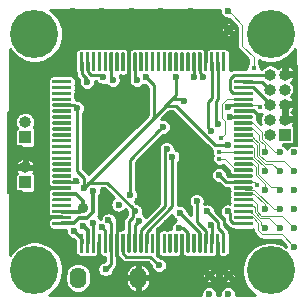
<source format=gtl>
G04 #@! TF.GenerationSoftware,KiCad,Pcbnew,(5.1.5-0-10_14)*
G04 #@! TF.CreationDate,2020-04-16T01:51:47+09:00*
G04 #@! TF.ProjectId,imxrt1020-breakout,696d7872-7431-4303-9230-2d627265616b,rev?*
G04 #@! TF.SameCoordinates,Original*
G04 #@! TF.FileFunction,Copper,L1,Top*
G04 #@! TF.FilePolarity,Positive*
%FSLAX46Y46*%
G04 Gerber Fmt 4.6, Leading zero omitted, Abs format (unit mm)*
G04 Created by KiCad (PCBNEW (5.1.5-0-10_14)) date 2020-04-16 01:51:47*
%MOMM*%
%LPD*%
G04 APERTURE LIST*
G04 #@! TA.AperFunction,ComponentPad*
%ADD10O,1.400000X1.800000*%
G04 #@! TD*
G04 #@! TA.AperFunction,ComponentPad*
%ADD11C,4.064000*%
G04 #@! TD*
G04 #@! TA.AperFunction,ComponentPad*
%ADD12R,1.000000X1.000000*%
G04 #@! TD*
G04 #@! TA.AperFunction,ComponentPad*
%ADD13O,1.000000X1.000000*%
G04 #@! TD*
G04 #@! TA.AperFunction,SMDPad,CuDef*
%ADD14C,0.100000*%
G04 #@! TD*
G04 #@! TA.AperFunction,ComponentPad*
%ADD15C,0.600000*%
G04 #@! TD*
G04 #@! TA.AperFunction,ViaPad*
%ADD16C,0.600000*%
G04 #@! TD*
G04 #@! TA.AperFunction,ViaPad*
%ADD17C,0.900000*%
G04 #@! TD*
G04 #@! TA.AperFunction,ViaPad*
%ADD18C,0.450000*%
G04 #@! TD*
G04 #@! TA.AperFunction,Conductor*
%ADD19C,0.300000*%
G04 #@! TD*
G04 #@! TA.AperFunction,Conductor*
%ADD20C,0.250000*%
G04 #@! TD*
G04 #@! TA.AperFunction,Conductor*
%ADD21C,0.100000*%
G04 #@! TD*
G04 #@! TA.AperFunction,Conductor*
%ADD22C,0.254000*%
G04 #@! TD*
G04 #@! TA.AperFunction,Conductor*
%ADD23C,0.127000*%
G04 #@! TD*
G04 APERTURE END LIST*
D10*
G04 #@! TO.P,SW1,2*
G04 #@! TO.N,GND*
X145030000Y-108120000D03*
G04 #@! TO.P,SW1,1*
G04 #@! TO.N,/POR_B*
X139950000Y-108120000D03*
G04 #@! TD*
D11*
G04 #@! TO.P,P5,1*
G04 #@! TO.N,N/C*
X136248000Y-107450000D03*
G04 #@! TD*
G04 #@! TO.P,P6,1*
G04 #@! TO.N,N/C*
X156248000Y-107490000D03*
G04 #@! TD*
G04 #@! TO.P,P7,1*
G04 #@! TO.N,N/C*
X136248000Y-87490000D03*
G04 #@! TD*
G04 #@! TO.P,P8,1*
G04 #@! TO.N,N/C*
X156248000Y-87490000D03*
G04 #@! TD*
D12*
G04 #@! TO.P,JP1,1*
G04 #@! TO.N,+3V3*
X135455000Y-96230000D03*
D13*
G04 #@! TO.P,JP1,2*
G04 #@! TO.N,Net-(JP1-Pad2)*
X135455000Y-94960000D03*
G04 #@! TD*
G04 #@! TA.AperFunction,SMDPad,CuDef*
D14*
G04 #@! TO.P,U1,1*
G04 #@! TO.N,N/C*
G36*
X139307351Y-91350361D02*
G01*
X139314632Y-91351441D01*
X139321771Y-91353229D01*
X139328701Y-91355709D01*
X139335355Y-91358856D01*
X139341668Y-91362640D01*
X139347579Y-91367024D01*
X139353033Y-91371967D01*
X139357976Y-91377421D01*
X139362360Y-91383332D01*
X139366144Y-91389645D01*
X139369291Y-91396299D01*
X139371771Y-91403229D01*
X139373559Y-91410368D01*
X139374639Y-91417649D01*
X139375000Y-91425000D01*
X139375000Y-91575000D01*
X139374639Y-91582351D01*
X139373559Y-91589632D01*
X139371771Y-91596771D01*
X139369291Y-91603701D01*
X139366144Y-91610355D01*
X139362360Y-91616668D01*
X139357976Y-91622579D01*
X139353033Y-91628033D01*
X139347579Y-91632976D01*
X139341668Y-91637360D01*
X139335355Y-91641144D01*
X139328701Y-91644291D01*
X139321771Y-91646771D01*
X139314632Y-91648559D01*
X139307351Y-91649639D01*
X139300000Y-91650000D01*
X137850000Y-91650000D01*
X137842649Y-91649639D01*
X137835368Y-91648559D01*
X137828229Y-91646771D01*
X137821299Y-91644291D01*
X137814645Y-91641144D01*
X137808332Y-91637360D01*
X137802421Y-91632976D01*
X137796967Y-91628033D01*
X137792024Y-91622579D01*
X137787640Y-91616668D01*
X137783856Y-91610355D01*
X137780709Y-91603701D01*
X137778229Y-91596771D01*
X137776441Y-91589632D01*
X137775361Y-91582351D01*
X137775000Y-91575000D01*
X137775000Y-91425000D01*
X137775361Y-91417649D01*
X137776441Y-91410368D01*
X137778229Y-91403229D01*
X137780709Y-91396299D01*
X137783856Y-91389645D01*
X137787640Y-91383332D01*
X137792024Y-91377421D01*
X137796967Y-91371967D01*
X137802421Y-91367024D01*
X137808332Y-91362640D01*
X137814645Y-91358856D01*
X137821299Y-91355709D01*
X137828229Y-91353229D01*
X137835368Y-91351441D01*
X137842649Y-91350361D01*
X137850000Y-91350000D01*
X139300000Y-91350000D01*
X139307351Y-91350361D01*
G37*
G04 #@! TD.AperFunction*
G04 #@! TA.AperFunction,SMDPad,CuDef*
G04 #@! TO.P,U1,2*
G36*
X139307351Y-91850361D02*
G01*
X139314632Y-91851441D01*
X139321771Y-91853229D01*
X139328701Y-91855709D01*
X139335355Y-91858856D01*
X139341668Y-91862640D01*
X139347579Y-91867024D01*
X139353033Y-91871967D01*
X139357976Y-91877421D01*
X139362360Y-91883332D01*
X139366144Y-91889645D01*
X139369291Y-91896299D01*
X139371771Y-91903229D01*
X139373559Y-91910368D01*
X139374639Y-91917649D01*
X139375000Y-91925000D01*
X139375000Y-92075000D01*
X139374639Y-92082351D01*
X139373559Y-92089632D01*
X139371771Y-92096771D01*
X139369291Y-92103701D01*
X139366144Y-92110355D01*
X139362360Y-92116668D01*
X139357976Y-92122579D01*
X139353033Y-92128033D01*
X139347579Y-92132976D01*
X139341668Y-92137360D01*
X139335355Y-92141144D01*
X139328701Y-92144291D01*
X139321771Y-92146771D01*
X139314632Y-92148559D01*
X139307351Y-92149639D01*
X139300000Y-92150000D01*
X137850000Y-92150000D01*
X137842649Y-92149639D01*
X137835368Y-92148559D01*
X137828229Y-92146771D01*
X137821299Y-92144291D01*
X137814645Y-92141144D01*
X137808332Y-92137360D01*
X137802421Y-92132976D01*
X137796967Y-92128033D01*
X137792024Y-92122579D01*
X137787640Y-92116668D01*
X137783856Y-92110355D01*
X137780709Y-92103701D01*
X137778229Y-92096771D01*
X137776441Y-92089632D01*
X137775361Y-92082351D01*
X137775000Y-92075000D01*
X137775000Y-91925000D01*
X137775361Y-91917649D01*
X137776441Y-91910368D01*
X137778229Y-91903229D01*
X137780709Y-91896299D01*
X137783856Y-91889645D01*
X137787640Y-91883332D01*
X137792024Y-91877421D01*
X137796967Y-91871967D01*
X137802421Y-91867024D01*
X137808332Y-91862640D01*
X137814645Y-91858856D01*
X137821299Y-91855709D01*
X137828229Y-91853229D01*
X137835368Y-91851441D01*
X137842649Y-91850361D01*
X137850000Y-91850000D01*
X139300000Y-91850000D01*
X139307351Y-91850361D01*
G37*
G04 #@! TD.AperFunction*
G04 #@! TA.AperFunction,SMDPad,CuDef*
G04 #@! TO.P,U1,3*
G36*
X139307351Y-92350361D02*
G01*
X139314632Y-92351441D01*
X139321771Y-92353229D01*
X139328701Y-92355709D01*
X139335355Y-92358856D01*
X139341668Y-92362640D01*
X139347579Y-92367024D01*
X139353033Y-92371967D01*
X139357976Y-92377421D01*
X139362360Y-92383332D01*
X139366144Y-92389645D01*
X139369291Y-92396299D01*
X139371771Y-92403229D01*
X139373559Y-92410368D01*
X139374639Y-92417649D01*
X139375000Y-92425000D01*
X139375000Y-92575000D01*
X139374639Y-92582351D01*
X139373559Y-92589632D01*
X139371771Y-92596771D01*
X139369291Y-92603701D01*
X139366144Y-92610355D01*
X139362360Y-92616668D01*
X139357976Y-92622579D01*
X139353033Y-92628033D01*
X139347579Y-92632976D01*
X139341668Y-92637360D01*
X139335355Y-92641144D01*
X139328701Y-92644291D01*
X139321771Y-92646771D01*
X139314632Y-92648559D01*
X139307351Y-92649639D01*
X139300000Y-92650000D01*
X137850000Y-92650000D01*
X137842649Y-92649639D01*
X137835368Y-92648559D01*
X137828229Y-92646771D01*
X137821299Y-92644291D01*
X137814645Y-92641144D01*
X137808332Y-92637360D01*
X137802421Y-92632976D01*
X137796967Y-92628033D01*
X137792024Y-92622579D01*
X137787640Y-92616668D01*
X137783856Y-92610355D01*
X137780709Y-92603701D01*
X137778229Y-92596771D01*
X137776441Y-92589632D01*
X137775361Y-92582351D01*
X137775000Y-92575000D01*
X137775000Y-92425000D01*
X137775361Y-92417649D01*
X137776441Y-92410368D01*
X137778229Y-92403229D01*
X137780709Y-92396299D01*
X137783856Y-92389645D01*
X137787640Y-92383332D01*
X137792024Y-92377421D01*
X137796967Y-92371967D01*
X137802421Y-92367024D01*
X137808332Y-92362640D01*
X137814645Y-92358856D01*
X137821299Y-92355709D01*
X137828229Y-92353229D01*
X137835368Y-92351441D01*
X137842649Y-92350361D01*
X137850000Y-92350000D01*
X139300000Y-92350000D01*
X139307351Y-92350361D01*
G37*
G04 #@! TD.AperFunction*
G04 #@! TA.AperFunction,SMDPad,CuDef*
G04 #@! TO.P,U1,4*
G36*
X139307351Y-92850361D02*
G01*
X139314632Y-92851441D01*
X139321771Y-92853229D01*
X139328701Y-92855709D01*
X139335355Y-92858856D01*
X139341668Y-92862640D01*
X139347579Y-92867024D01*
X139353033Y-92871967D01*
X139357976Y-92877421D01*
X139362360Y-92883332D01*
X139366144Y-92889645D01*
X139369291Y-92896299D01*
X139371771Y-92903229D01*
X139373559Y-92910368D01*
X139374639Y-92917649D01*
X139375000Y-92925000D01*
X139375000Y-93075000D01*
X139374639Y-93082351D01*
X139373559Y-93089632D01*
X139371771Y-93096771D01*
X139369291Y-93103701D01*
X139366144Y-93110355D01*
X139362360Y-93116668D01*
X139357976Y-93122579D01*
X139353033Y-93128033D01*
X139347579Y-93132976D01*
X139341668Y-93137360D01*
X139335355Y-93141144D01*
X139328701Y-93144291D01*
X139321771Y-93146771D01*
X139314632Y-93148559D01*
X139307351Y-93149639D01*
X139300000Y-93150000D01*
X137850000Y-93150000D01*
X137842649Y-93149639D01*
X137835368Y-93148559D01*
X137828229Y-93146771D01*
X137821299Y-93144291D01*
X137814645Y-93141144D01*
X137808332Y-93137360D01*
X137802421Y-93132976D01*
X137796967Y-93128033D01*
X137792024Y-93122579D01*
X137787640Y-93116668D01*
X137783856Y-93110355D01*
X137780709Y-93103701D01*
X137778229Y-93096771D01*
X137776441Y-93089632D01*
X137775361Y-93082351D01*
X137775000Y-93075000D01*
X137775000Y-92925000D01*
X137775361Y-92917649D01*
X137776441Y-92910368D01*
X137778229Y-92903229D01*
X137780709Y-92896299D01*
X137783856Y-92889645D01*
X137787640Y-92883332D01*
X137792024Y-92877421D01*
X137796967Y-92871967D01*
X137802421Y-92867024D01*
X137808332Y-92862640D01*
X137814645Y-92858856D01*
X137821299Y-92855709D01*
X137828229Y-92853229D01*
X137835368Y-92851441D01*
X137842649Y-92850361D01*
X137850000Y-92850000D01*
X139300000Y-92850000D01*
X139307351Y-92850361D01*
G37*
G04 #@! TD.AperFunction*
G04 #@! TA.AperFunction,SMDPad,CuDef*
G04 #@! TO.P,U1,5*
G04 #@! TO.N,+3V3*
G36*
X139307351Y-93350361D02*
G01*
X139314632Y-93351441D01*
X139321771Y-93353229D01*
X139328701Y-93355709D01*
X139335355Y-93358856D01*
X139341668Y-93362640D01*
X139347579Y-93367024D01*
X139353033Y-93371967D01*
X139357976Y-93377421D01*
X139362360Y-93383332D01*
X139366144Y-93389645D01*
X139369291Y-93396299D01*
X139371771Y-93403229D01*
X139373559Y-93410368D01*
X139374639Y-93417649D01*
X139375000Y-93425000D01*
X139375000Y-93575000D01*
X139374639Y-93582351D01*
X139373559Y-93589632D01*
X139371771Y-93596771D01*
X139369291Y-93603701D01*
X139366144Y-93610355D01*
X139362360Y-93616668D01*
X139357976Y-93622579D01*
X139353033Y-93628033D01*
X139347579Y-93632976D01*
X139341668Y-93637360D01*
X139335355Y-93641144D01*
X139328701Y-93644291D01*
X139321771Y-93646771D01*
X139314632Y-93648559D01*
X139307351Y-93649639D01*
X139300000Y-93650000D01*
X137850000Y-93650000D01*
X137842649Y-93649639D01*
X137835368Y-93648559D01*
X137828229Y-93646771D01*
X137821299Y-93644291D01*
X137814645Y-93641144D01*
X137808332Y-93637360D01*
X137802421Y-93632976D01*
X137796967Y-93628033D01*
X137792024Y-93622579D01*
X137787640Y-93616668D01*
X137783856Y-93610355D01*
X137780709Y-93603701D01*
X137778229Y-93596771D01*
X137776441Y-93589632D01*
X137775361Y-93582351D01*
X137775000Y-93575000D01*
X137775000Y-93425000D01*
X137775361Y-93417649D01*
X137776441Y-93410368D01*
X137778229Y-93403229D01*
X137780709Y-93396299D01*
X137783856Y-93389645D01*
X137787640Y-93383332D01*
X137792024Y-93377421D01*
X137796967Y-93371967D01*
X137802421Y-93367024D01*
X137808332Y-93362640D01*
X137814645Y-93358856D01*
X137821299Y-93355709D01*
X137828229Y-93353229D01*
X137835368Y-93351441D01*
X137842649Y-93350361D01*
X137850000Y-93350000D01*
X139300000Y-93350000D01*
X139307351Y-93350361D01*
G37*
G04 #@! TD.AperFunction*
G04 #@! TA.AperFunction,SMDPad,CuDef*
G04 #@! TO.P,U1,6*
G04 #@! TO.N,N/C*
G36*
X139307351Y-93850361D02*
G01*
X139314632Y-93851441D01*
X139321771Y-93853229D01*
X139328701Y-93855709D01*
X139335355Y-93858856D01*
X139341668Y-93862640D01*
X139347579Y-93867024D01*
X139353033Y-93871967D01*
X139357976Y-93877421D01*
X139362360Y-93883332D01*
X139366144Y-93889645D01*
X139369291Y-93896299D01*
X139371771Y-93903229D01*
X139373559Y-93910368D01*
X139374639Y-93917649D01*
X139375000Y-93925000D01*
X139375000Y-94075000D01*
X139374639Y-94082351D01*
X139373559Y-94089632D01*
X139371771Y-94096771D01*
X139369291Y-94103701D01*
X139366144Y-94110355D01*
X139362360Y-94116668D01*
X139357976Y-94122579D01*
X139353033Y-94128033D01*
X139347579Y-94132976D01*
X139341668Y-94137360D01*
X139335355Y-94141144D01*
X139328701Y-94144291D01*
X139321771Y-94146771D01*
X139314632Y-94148559D01*
X139307351Y-94149639D01*
X139300000Y-94150000D01*
X137850000Y-94150000D01*
X137842649Y-94149639D01*
X137835368Y-94148559D01*
X137828229Y-94146771D01*
X137821299Y-94144291D01*
X137814645Y-94141144D01*
X137808332Y-94137360D01*
X137802421Y-94132976D01*
X137796967Y-94128033D01*
X137792024Y-94122579D01*
X137787640Y-94116668D01*
X137783856Y-94110355D01*
X137780709Y-94103701D01*
X137778229Y-94096771D01*
X137776441Y-94089632D01*
X137775361Y-94082351D01*
X137775000Y-94075000D01*
X137775000Y-93925000D01*
X137775361Y-93917649D01*
X137776441Y-93910368D01*
X137778229Y-93903229D01*
X137780709Y-93896299D01*
X137783856Y-93889645D01*
X137787640Y-93883332D01*
X137792024Y-93877421D01*
X137796967Y-93871967D01*
X137802421Y-93867024D01*
X137808332Y-93862640D01*
X137814645Y-93858856D01*
X137821299Y-93855709D01*
X137828229Y-93853229D01*
X137835368Y-93851441D01*
X137842649Y-93850361D01*
X137850000Y-93850000D01*
X139300000Y-93850000D01*
X139307351Y-93850361D01*
G37*
G04 #@! TD.AperFunction*
G04 #@! TA.AperFunction,SMDPad,CuDef*
G04 #@! TO.P,U1,7*
G36*
X139307351Y-94350361D02*
G01*
X139314632Y-94351441D01*
X139321771Y-94353229D01*
X139328701Y-94355709D01*
X139335355Y-94358856D01*
X139341668Y-94362640D01*
X139347579Y-94367024D01*
X139353033Y-94371967D01*
X139357976Y-94377421D01*
X139362360Y-94383332D01*
X139366144Y-94389645D01*
X139369291Y-94396299D01*
X139371771Y-94403229D01*
X139373559Y-94410368D01*
X139374639Y-94417649D01*
X139375000Y-94425000D01*
X139375000Y-94575000D01*
X139374639Y-94582351D01*
X139373559Y-94589632D01*
X139371771Y-94596771D01*
X139369291Y-94603701D01*
X139366144Y-94610355D01*
X139362360Y-94616668D01*
X139357976Y-94622579D01*
X139353033Y-94628033D01*
X139347579Y-94632976D01*
X139341668Y-94637360D01*
X139335355Y-94641144D01*
X139328701Y-94644291D01*
X139321771Y-94646771D01*
X139314632Y-94648559D01*
X139307351Y-94649639D01*
X139300000Y-94650000D01*
X137850000Y-94650000D01*
X137842649Y-94649639D01*
X137835368Y-94648559D01*
X137828229Y-94646771D01*
X137821299Y-94644291D01*
X137814645Y-94641144D01*
X137808332Y-94637360D01*
X137802421Y-94632976D01*
X137796967Y-94628033D01*
X137792024Y-94622579D01*
X137787640Y-94616668D01*
X137783856Y-94610355D01*
X137780709Y-94603701D01*
X137778229Y-94596771D01*
X137776441Y-94589632D01*
X137775361Y-94582351D01*
X137775000Y-94575000D01*
X137775000Y-94425000D01*
X137775361Y-94417649D01*
X137776441Y-94410368D01*
X137778229Y-94403229D01*
X137780709Y-94396299D01*
X137783856Y-94389645D01*
X137787640Y-94383332D01*
X137792024Y-94377421D01*
X137796967Y-94371967D01*
X137802421Y-94367024D01*
X137808332Y-94362640D01*
X137814645Y-94358856D01*
X137821299Y-94355709D01*
X137828229Y-94353229D01*
X137835368Y-94351441D01*
X137842649Y-94350361D01*
X137850000Y-94350000D01*
X139300000Y-94350000D01*
X139307351Y-94350361D01*
G37*
G04 #@! TD.AperFunction*
G04 #@! TA.AperFunction,SMDPad,CuDef*
G04 #@! TO.P,U1,8*
G36*
X139307351Y-94850361D02*
G01*
X139314632Y-94851441D01*
X139321771Y-94853229D01*
X139328701Y-94855709D01*
X139335355Y-94858856D01*
X139341668Y-94862640D01*
X139347579Y-94867024D01*
X139353033Y-94871967D01*
X139357976Y-94877421D01*
X139362360Y-94883332D01*
X139366144Y-94889645D01*
X139369291Y-94896299D01*
X139371771Y-94903229D01*
X139373559Y-94910368D01*
X139374639Y-94917649D01*
X139375000Y-94925000D01*
X139375000Y-95075000D01*
X139374639Y-95082351D01*
X139373559Y-95089632D01*
X139371771Y-95096771D01*
X139369291Y-95103701D01*
X139366144Y-95110355D01*
X139362360Y-95116668D01*
X139357976Y-95122579D01*
X139353033Y-95128033D01*
X139347579Y-95132976D01*
X139341668Y-95137360D01*
X139335355Y-95141144D01*
X139328701Y-95144291D01*
X139321771Y-95146771D01*
X139314632Y-95148559D01*
X139307351Y-95149639D01*
X139300000Y-95150000D01*
X137850000Y-95150000D01*
X137842649Y-95149639D01*
X137835368Y-95148559D01*
X137828229Y-95146771D01*
X137821299Y-95144291D01*
X137814645Y-95141144D01*
X137808332Y-95137360D01*
X137802421Y-95132976D01*
X137796967Y-95128033D01*
X137792024Y-95122579D01*
X137787640Y-95116668D01*
X137783856Y-95110355D01*
X137780709Y-95103701D01*
X137778229Y-95096771D01*
X137776441Y-95089632D01*
X137775361Y-95082351D01*
X137775000Y-95075000D01*
X137775000Y-94925000D01*
X137775361Y-94917649D01*
X137776441Y-94910368D01*
X137778229Y-94903229D01*
X137780709Y-94896299D01*
X137783856Y-94889645D01*
X137787640Y-94883332D01*
X137792024Y-94877421D01*
X137796967Y-94871967D01*
X137802421Y-94867024D01*
X137808332Y-94862640D01*
X137814645Y-94858856D01*
X137821299Y-94855709D01*
X137828229Y-94853229D01*
X137835368Y-94851441D01*
X137842649Y-94850361D01*
X137850000Y-94850000D01*
X139300000Y-94850000D01*
X139307351Y-94850361D01*
G37*
G04 #@! TD.AperFunction*
G04 #@! TA.AperFunction,SMDPad,CuDef*
G04 #@! TO.P,U1,9*
G36*
X139307351Y-95350361D02*
G01*
X139314632Y-95351441D01*
X139321771Y-95353229D01*
X139328701Y-95355709D01*
X139335355Y-95358856D01*
X139341668Y-95362640D01*
X139347579Y-95367024D01*
X139353033Y-95371967D01*
X139357976Y-95377421D01*
X139362360Y-95383332D01*
X139366144Y-95389645D01*
X139369291Y-95396299D01*
X139371771Y-95403229D01*
X139373559Y-95410368D01*
X139374639Y-95417649D01*
X139375000Y-95425000D01*
X139375000Y-95575000D01*
X139374639Y-95582351D01*
X139373559Y-95589632D01*
X139371771Y-95596771D01*
X139369291Y-95603701D01*
X139366144Y-95610355D01*
X139362360Y-95616668D01*
X139357976Y-95622579D01*
X139353033Y-95628033D01*
X139347579Y-95632976D01*
X139341668Y-95637360D01*
X139335355Y-95641144D01*
X139328701Y-95644291D01*
X139321771Y-95646771D01*
X139314632Y-95648559D01*
X139307351Y-95649639D01*
X139300000Y-95650000D01*
X137850000Y-95650000D01*
X137842649Y-95649639D01*
X137835368Y-95648559D01*
X137828229Y-95646771D01*
X137821299Y-95644291D01*
X137814645Y-95641144D01*
X137808332Y-95637360D01*
X137802421Y-95632976D01*
X137796967Y-95628033D01*
X137792024Y-95622579D01*
X137787640Y-95616668D01*
X137783856Y-95610355D01*
X137780709Y-95603701D01*
X137778229Y-95596771D01*
X137776441Y-95589632D01*
X137775361Y-95582351D01*
X137775000Y-95575000D01*
X137775000Y-95425000D01*
X137775361Y-95417649D01*
X137776441Y-95410368D01*
X137778229Y-95403229D01*
X137780709Y-95396299D01*
X137783856Y-95389645D01*
X137787640Y-95383332D01*
X137792024Y-95377421D01*
X137796967Y-95371967D01*
X137802421Y-95367024D01*
X137808332Y-95362640D01*
X137814645Y-95358856D01*
X137821299Y-95355709D01*
X137828229Y-95353229D01*
X137835368Y-95351441D01*
X137842649Y-95350361D01*
X137850000Y-95350000D01*
X139300000Y-95350000D01*
X139307351Y-95350361D01*
G37*
G04 #@! TD.AperFunction*
G04 #@! TA.AperFunction,SMDPad,CuDef*
G04 #@! TO.P,U1,10*
G36*
X139307351Y-95850361D02*
G01*
X139314632Y-95851441D01*
X139321771Y-95853229D01*
X139328701Y-95855709D01*
X139335355Y-95858856D01*
X139341668Y-95862640D01*
X139347579Y-95867024D01*
X139353033Y-95871967D01*
X139357976Y-95877421D01*
X139362360Y-95883332D01*
X139366144Y-95889645D01*
X139369291Y-95896299D01*
X139371771Y-95903229D01*
X139373559Y-95910368D01*
X139374639Y-95917649D01*
X139375000Y-95925000D01*
X139375000Y-96075000D01*
X139374639Y-96082351D01*
X139373559Y-96089632D01*
X139371771Y-96096771D01*
X139369291Y-96103701D01*
X139366144Y-96110355D01*
X139362360Y-96116668D01*
X139357976Y-96122579D01*
X139353033Y-96128033D01*
X139347579Y-96132976D01*
X139341668Y-96137360D01*
X139335355Y-96141144D01*
X139328701Y-96144291D01*
X139321771Y-96146771D01*
X139314632Y-96148559D01*
X139307351Y-96149639D01*
X139300000Y-96150000D01*
X137850000Y-96150000D01*
X137842649Y-96149639D01*
X137835368Y-96148559D01*
X137828229Y-96146771D01*
X137821299Y-96144291D01*
X137814645Y-96141144D01*
X137808332Y-96137360D01*
X137802421Y-96132976D01*
X137796967Y-96128033D01*
X137792024Y-96122579D01*
X137787640Y-96116668D01*
X137783856Y-96110355D01*
X137780709Y-96103701D01*
X137778229Y-96096771D01*
X137776441Y-96089632D01*
X137775361Y-96082351D01*
X137775000Y-96075000D01*
X137775000Y-95925000D01*
X137775361Y-95917649D01*
X137776441Y-95910368D01*
X137778229Y-95903229D01*
X137780709Y-95896299D01*
X137783856Y-95889645D01*
X137787640Y-95883332D01*
X137792024Y-95877421D01*
X137796967Y-95871967D01*
X137802421Y-95867024D01*
X137808332Y-95862640D01*
X137814645Y-95858856D01*
X137821299Y-95855709D01*
X137828229Y-95853229D01*
X137835368Y-95851441D01*
X137842649Y-95850361D01*
X137850000Y-95850000D01*
X139300000Y-95850000D01*
X139307351Y-95850361D01*
G37*
G04 #@! TD.AperFunction*
G04 #@! TA.AperFunction,SMDPad,CuDef*
G04 #@! TO.P,U1,11*
G36*
X139307351Y-96350361D02*
G01*
X139314632Y-96351441D01*
X139321771Y-96353229D01*
X139328701Y-96355709D01*
X139335355Y-96358856D01*
X139341668Y-96362640D01*
X139347579Y-96367024D01*
X139353033Y-96371967D01*
X139357976Y-96377421D01*
X139362360Y-96383332D01*
X139366144Y-96389645D01*
X139369291Y-96396299D01*
X139371771Y-96403229D01*
X139373559Y-96410368D01*
X139374639Y-96417649D01*
X139375000Y-96425000D01*
X139375000Y-96575000D01*
X139374639Y-96582351D01*
X139373559Y-96589632D01*
X139371771Y-96596771D01*
X139369291Y-96603701D01*
X139366144Y-96610355D01*
X139362360Y-96616668D01*
X139357976Y-96622579D01*
X139353033Y-96628033D01*
X139347579Y-96632976D01*
X139341668Y-96637360D01*
X139335355Y-96641144D01*
X139328701Y-96644291D01*
X139321771Y-96646771D01*
X139314632Y-96648559D01*
X139307351Y-96649639D01*
X139300000Y-96650000D01*
X137850000Y-96650000D01*
X137842649Y-96649639D01*
X137835368Y-96648559D01*
X137828229Y-96646771D01*
X137821299Y-96644291D01*
X137814645Y-96641144D01*
X137808332Y-96637360D01*
X137802421Y-96632976D01*
X137796967Y-96628033D01*
X137792024Y-96622579D01*
X137787640Y-96616668D01*
X137783856Y-96610355D01*
X137780709Y-96603701D01*
X137778229Y-96596771D01*
X137776441Y-96589632D01*
X137775361Y-96582351D01*
X137775000Y-96575000D01*
X137775000Y-96425000D01*
X137775361Y-96417649D01*
X137776441Y-96410368D01*
X137778229Y-96403229D01*
X137780709Y-96396299D01*
X137783856Y-96389645D01*
X137787640Y-96383332D01*
X137792024Y-96377421D01*
X137796967Y-96371967D01*
X137802421Y-96367024D01*
X137808332Y-96362640D01*
X137814645Y-96358856D01*
X137821299Y-96355709D01*
X137828229Y-96353229D01*
X137835368Y-96351441D01*
X137842649Y-96350361D01*
X137850000Y-96350000D01*
X139300000Y-96350000D01*
X139307351Y-96350361D01*
G37*
G04 #@! TD.AperFunction*
G04 #@! TA.AperFunction,SMDPad,CuDef*
G04 #@! TO.P,U1,12*
G36*
X139307351Y-96850361D02*
G01*
X139314632Y-96851441D01*
X139321771Y-96853229D01*
X139328701Y-96855709D01*
X139335355Y-96858856D01*
X139341668Y-96862640D01*
X139347579Y-96867024D01*
X139353033Y-96871967D01*
X139357976Y-96877421D01*
X139362360Y-96883332D01*
X139366144Y-96889645D01*
X139369291Y-96896299D01*
X139371771Y-96903229D01*
X139373559Y-96910368D01*
X139374639Y-96917649D01*
X139375000Y-96925000D01*
X139375000Y-97075000D01*
X139374639Y-97082351D01*
X139373559Y-97089632D01*
X139371771Y-97096771D01*
X139369291Y-97103701D01*
X139366144Y-97110355D01*
X139362360Y-97116668D01*
X139357976Y-97122579D01*
X139353033Y-97128033D01*
X139347579Y-97132976D01*
X139341668Y-97137360D01*
X139335355Y-97141144D01*
X139328701Y-97144291D01*
X139321771Y-97146771D01*
X139314632Y-97148559D01*
X139307351Y-97149639D01*
X139300000Y-97150000D01*
X137850000Y-97150000D01*
X137842649Y-97149639D01*
X137835368Y-97148559D01*
X137828229Y-97146771D01*
X137821299Y-97144291D01*
X137814645Y-97141144D01*
X137808332Y-97137360D01*
X137802421Y-97132976D01*
X137796967Y-97128033D01*
X137792024Y-97122579D01*
X137787640Y-97116668D01*
X137783856Y-97110355D01*
X137780709Y-97103701D01*
X137778229Y-97096771D01*
X137776441Y-97089632D01*
X137775361Y-97082351D01*
X137775000Y-97075000D01*
X137775000Y-96925000D01*
X137775361Y-96917649D01*
X137776441Y-96910368D01*
X137778229Y-96903229D01*
X137780709Y-96896299D01*
X137783856Y-96889645D01*
X137787640Y-96883332D01*
X137792024Y-96877421D01*
X137796967Y-96871967D01*
X137802421Y-96867024D01*
X137808332Y-96862640D01*
X137814645Y-96858856D01*
X137821299Y-96855709D01*
X137828229Y-96853229D01*
X137835368Y-96851441D01*
X137842649Y-96850361D01*
X137850000Y-96850000D01*
X139300000Y-96850000D01*
X139307351Y-96850361D01*
G37*
G04 #@! TD.AperFunction*
G04 #@! TA.AperFunction,SMDPad,CuDef*
G04 #@! TO.P,U1,13*
G36*
X139307351Y-97350361D02*
G01*
X139314632Y-97351441D01*
X139321771Y-97353229D01*
X139328701Y-97355709D01*
X139335355Y-97358856D01*
X139341668Y-97362640D01*
X139347579Y-97367024D01*
X139353033Y-97371967D01*
X139357976Y-97377421D01*
X139362360Y-97383332D01*
X139366144Y-97389645D01*
X139369291Y-97396299D01*
X139371771Y-97403229D01*
X139373559Y-97410368D01*
X139374639Y-97417649D01*
X139375000Y-97425000D01*
X139375000Y-97575000D01*
X139374639Y-97582351D01*
X139373559Y-97589632D01*
X139371771Y-97596771D01*
X139369291Y-97603701D01*
X139366144Y-97610355D01*
X139362360Y-97616668D01*
X139357976Y-97622579D01*
X139353033Y-97628033D01*
X139347579Y-97632976D01*
X139341668Y-97637360D01*
X139335355Y-97641144D01*
X139328701Y-97644291D01*
X139321771Y-97646771D01*
X139314632Y-97648559D01*
X139307351Y-97649639D01*
X139300000Y-97650000D01*
X137850000Y-97650000D01*
X137842649Y-97649639D01*
X137835368Y-97648559D01*
X137828229Y-97646771D01*
X137821299Y-97644291D01*
X137814645Y-97641144D01*
X137808332Y-97637360D01*
X137802421Y-97632976D01*
X137796967Y-97628033D01*
X137792024Y-97622579D01*
X137787640Y-97616668D01*
X137783856Y-97610355D01*
X137780709Y-97603701D01*
X137778229Y-97596771D01*
X137776441Y-97589632D01*
X137775361Y-97582351D01*
X137775000Y-97575000D01*
X137775000Y-97425000D01*
X137775361Y-97417649D01*
X137776441Y-97410368D01*
X137778229Y-97403229D01*
X137780709Y-97396299D01*
X137783856Y-97389645D01*
X137787640Y-97383332D01*
X137792024Y-97377421D01*
X137796967Y-97371967D01*
X137802421Y-97367024D01*
X137808332Y-97362640D01*
X137814645Y-97358856D01*
X137821299Y-97355709D01*
X137828229Y-97353229D01*
X137835368Y-97351441D01*
X137842649Y-97350361D01*
X137850000Y-97350000D01*
X139300000Y-97350000D01*
X139307351Y-97350361D01*
G37*
G04 #@! TD.AperFunction*
G04 #@! TA.AperFunction,SMDPad,CuDef*
G04 #@! TO.P,U1,14*
G36*
X139307351Y-97850361D02*
G01*
X139314632Y-97851441D01*
X139321771Y-97853229D01*
X139328701Y-97855709D01*
X139335355Y-97858856D01*
X139341668Y-97862640D01*
X139347579Y-97867024D01*
X139353033Y-97871967D01*
X139357976Y-97877421D01*
X139362360Y-97883332D01*
X139366144Y-97889645D01*
X139369291Y-97896299D01*
X139371771Y-97903229D01*
X139373559Y-97910368D01*
X139374639Y-97917649D01*
X139375000Y-97925000D01*
X139375000Y-98075000D01*
X139374639Y-98082351D01*
X139373559Y-98089632D01*
X139371771Y-98096771D01*
X139369291Y-98103701D01*
X139366144Y-98110355D01*
X139362360Y-98116668D01*
X139357976Y-98122579D01*
X139353033Y-98128033D01*
X139347579Y-98132976D01*
X139341668Y-98137360D01*
X139335355Y-98141144D01*
X139328701Y-98144291D01*
X139321771Y-98146771D01*
X139314632Y-98148559D01*
X139307351Y-98149639D01*
X139300000Y-98150000D01*
X137850000Y-98150000D01*
X137842649Y-98149639D01*
X137835368Y-98148559D01*
X137828229Y-98146771D01*
X137821299Y-98144291D01*
X137814645Y-98141144D01*
X137808332Y-98137360D01*
X137802421Y-98132976D01*
X137796967Y-98128033D01*
X137792024Y-98122579D01*
X137787640Y-98116668D01*
X137783856Y-98110355D01*
X137780709Y-98103701D01*
X137778229Y-98096771D01*
X137776441Y-98089632D01*
X137775361Y-98082351D01*
X137775000Y-98075000D01*
X137775000Y-97925000D01*
X137775361Y-97917649D01*
X137776441Y-97910368D01*
X137778229Y-97903229D01*
X137780709Y-97896299D01*
X137783856Y-97889645D01*
X137787640Y-97883332D01*
X137792024Y-97877421D01*
X137796967Y-97871967D01*
X137802421Y-97867024D01*
X137808332Y-97862640D01*
X137814645Y-97858856D01*
X137821299Y-97855709D01*
X137828229Y-97853229D01*
X137835368Y-97851441D01*
X137842649Y-97850361D01*
X137850000Y-97850000D01*
X139300000Y-97850000D01*
X139307351Y-97850361D01*
G37*
G04 #@! TD.AperFunction*
G04 #@! TA.AperFunction,SMDPad,CuDef*
G04 #@! TO.P,U1,15*
G36*
X139307351Y-98350361D02*
G01*
X139314632Y-98351441D01*
X139321771Y-98353229D01*
X139328701Y-98355709D01*
X139335355Y-98358856D01*
X139341668Y-98362640D01*
X139347579Y-98367024D01*
X139353033Y-98371967D01*
X139357976Y-98377421D01*
X139362360Y-98383332D01*
X139366144Y-98389645D01*
X139369291Y-98396299D01*
X139371771Y-98403229D01*
X139373559Y-98410368D01*
X139374639Y-98417649D01*
X139375000Y-98425000D01*
X139375000Y-98575000D01*
X139374639Y-98582351D01*
X139373559Y-98589632D01*
X139371771Y-98596771D01*
X139369291Y-98603701D01*
X139366144Y-98610355D01*
X139362360Y-98616668D01*
X139357976Y-98622579D01*
X139353033Y-98628033D01*
X139347579Y-98632976D01*
X139341668Y-98637360D01*
X139335355Y-98641144D01*
X139328701Y-98644291D01*
X139321771Y-98646771D01*
X139314632Y-98648559D01*
X139307351Y-98649639D01*
X139300000Y-98650000D01*
X137850000Y-98650000D01*
X137842649Y-98649639D01*
X137835368Y-98648559D01*
X137828229Y-98646771D01*
X137821299Y-98644291D01*
X137814645Y-98641144D01*
X137808332Y-98637360D01*
X137802421Y-98632976D01*
X137796967Y-98628033D01*
X137792024Y-98622579D01*
X137787640Y-98616668D01*
X137783856Y-98610355D01*
X137780709Y-98603701D01*
X137778229Y-98596771D01*
X137776441Y-98589632D01*
X137775361Y-98582351D01*
X137775000Y-98575000D01*
X137775000Y-98425000D01*
X137775361Y-98417649D01*
X137776441Y-98410368D01*
X137778229Y-98403229D01*
X137780709Y-98396299D01*
X137783856Y-98389645D01*
X137787640Y-98383332D01*
X137792024Y-98377421D01*
X137796967Y-98371967D01*
X137802421Y-98367024D01*
X137808332Y-98362640D01*
X137814645Y-98358856D01*
X137821299Y-98355709D01*
X137828229Y-98353229D01*
X137835368Y-98351441D01*
X137842649Y-98350361D01*
X137850000Y-98350000D01*
X139300000Y-98350000D01*
X139307351Y-98350361D01*
G37*
G04 #@! TD.AperFunction*
G04 #@! TA.AperFunction,SMDPad,CuDef*
G04 #@! TO.P,U1,16*
G36*
X139307351Y-98850361D02*
G01*
X139314632Y-98851441D01*
X139321771Y-98853229D01*
X139328701Y-98855709D01*
X139335355Y-98858856D01*
X139341668Y-98862640D01*
X139347579Y-98867024D01*
X139353033Y-98871967D01*
X139357976Y-98877421D01*
X139362360Y-98883332D01*
X139366144Y-98889645D01*
X139369291Y-98896299D01*
X139371771Y-98903229D01*
X139373559Y-98910368D01*
X139374639Y-98917649D01*
X139375000Y-98925000D01*
X139375000Y-99075000D01*
X139374639Y-99082351D01*
X139373559Y-99089632D01*
X139371771Y-99096771D01*
X139369291Y-99103701D01*
X139366144Y-99110355D01*
X139362360Y-99116668D01*
X139357976Y-99122579D01*
X139353033Y-99128033D01*
X139347579Y-99132976D01*
X139341668Y-99137360D01*
X139335355Y-99141144D01*
X139328701Y-99144291D01*
X139321771Y-99146771D01*
X139314632Y-99148559D01*
X139307351Y-99149639D01*
X139300000Y-99150000D01*
X137850000Y-99150000D01*
X137842649Y-99149639D01*
X137835368Y-99148559D01*
X137828229Y-99146771D01*
X137821299Y-99144291D01*
X137814645Y-99141144D01*
X137808332Y-99137360D01*
X137802421Y-99132976D01*
X137796967Y-99128033D01*
X137792024Y-99122579D01*
X137787640Y-99116668D01*
X137783856Y-99110355D01*
X137780709Y-99103701D01*
X137778229Y-99096771D01*
X137776441Y-99089632D01*
X137775361Y-99082351D01*
X137775000Y-99075000D01*
X137775000Y-98925000D01*
X137775361Y-98917649D01*
X137776441Y-98910368D01*
X137778229Y-98903229D01*
X137780709Y-98896299D01*
X137783856Y-98889645D01*
X137787640Y-98883332D01*
X137792024Y-98877421D01*
X137796967Y-98871967D01*
X137802421Y-98867024D01*
X137808332Y-98862640D01*
X137814645Y-98858856D01*
X137821299Y-98855709D01*
X137828229Y-98853229D01*
X137835368Y-98851441D01*
X137842649Y-98850361D01*
X137850000Y-98850000D01*
X139300000Y-98850000D01*
X139307351Y-98850361D01*
G37*
G04 #@! TD.AperFunction*
G04 #@! TA.AperFunction,SMDPad,CuDef*
G04 #@! TO.P,U1,17*
G36*
X139307351Y-99350361D02*
G01*
X139314632Y-99351441D01*
X139321771Y-99353229D01*
X139328701Y-99355709D01*
X139335355Y-99358856D01*
X139341668Y-99362640D01*
X139347579Y-99367024D01*
X139353033Y-99371967D01*
X139357976Y-99377421D01*
X139362360Y-99383332D01*
X139366144Y-99389645D01*
X139369291Y-99396299D01*
X139371771Y-99403229D01*
X139373559Y-99410368D01*
X139374639Y-99417649D01*
X139375000Y-99425000D01*
X139375000Y-99575000D01*
X139374639Y-99582351D01*
X139373559Y-99589632D01*
X139371771Y-99596771D01*
X139369291Y-99603701D01*
X139366144Y-99610355D01*
X139362360Y-99616668D01*
X139357976Y-99622579D01*
X139353033Y-99628033D01*
X139347579Y-99632976D01*
X139341668Y-99637360D01*
X139335355Y-99641144D01*
X139328701Y-99644291D01*
X139321771Y-99646771D01*
X139314632Y-99648559D01*
X139307351Y-99649639D01*
X139300000Y-99650000D01*
X137850000Y-99650000D01*
X137842649Y-99649639D01*
X137835368Y-99648559D01*
X137828229Y-99646771D01*
X137821299Y-99644291D01*
X137814645Y-99641144D01*
X137808332Y-99637360D01*
X137802421Y-99632976D01*
X137796967Y-99628033D01*
X137792024Y-99622579D01*
X137787640Y-99616668D01*
X137783856Y-99610355D01*
X137780709Y-99603701D01*
X137778229Y-99596771D01*
X137776441Y-99589632D01*
X137775361Y-99582351D01*
X137775000Y-99575000D01*
X137775000Y-99425000D01*
X137775361Y-99417649D01*
X137776441Y-99410368D01*
X137778229Y-99403229D01*
X137780709Y-99396299D01*
X137783856Y-99389645D01*
X137787640Y-99383332D01*
X137792024Y-99377421D01*
X137796967Y-99371967D01*
X137802421Y-99367024D01*
X137808332Y-99362640D01*
X137814645Y-99358856D01*
X137821299Y-99355709D01*
X137828229Y-99353229D01*
X137835368Y-99351441D01*
X137842649Y-99350361D01*
X137850000Y-99350000D01*
X139300000Y-99350000D01*
X139307351Y-99350361D01*
G37*
G04 #@! TD.AperFunction*
G04 #@! TA.AperFunction,SMDPad,CuDef*
G04 #@! TO.P,U1,18*
G04 #@! TO.N,/DCDC_OUT*
G36*
X139307351Y-99850361D02*
G01*
X139314632Y-99851441D01*
X139321771Y-99853229D01*
X139328701Y-99855709D01*
X139335355Y-99858856D01*
X139341668Y-99862640D01*
X139347579Y-99867024D01*
X139353033Y-99871967D01*
X139357976Y-99877421D01*
X139362360Y-99883332D01*
X139366144Y-99889645D01*
X139369291Y-99896299D01*
X139371771Y-99903229D01*
X139373559Y-99910368D01*
X139374639Y-99917649D01*
X139375000Y-99925000D01*
X139375000Y-100075000D01*
X139374639Y-100082351D01*
X139373559Y-100089632D01*
X139371771Y-100096771D01*
X139369291Y-100103701D01*
X139366144Y-100110355D01*
X139362360Y-100116668D01*
X139357976Y-100122579D01*
X139353033Y-100128033D01*
X139347579Y-100132976D01*
X139341668Y-100137360D01*
X139335355Y-100141144D01*
X139328701Y-100144291D01*
X139321771Y-100146771D01*
X139314632Y-100148559D01*
X139307351Y-100149639D01*
X139300000Y-100150000D01*
X137850000Y-100150000D01*
X137842649Y-100149639D01*
X137835368Y-100148559D01*
X137828229Y-100146771D01*
X137821299Y-100144291D01*
X137814645Y-100141144D01*
X137808332Y-100137360D01*
X137802421Y-100132976D01*
X137796967Y-100128033D01*
X137792024Y-100122579D01*
X137787640Y-100116668D01*
X137783856Y-100110355D01*
X137780709Y-100103701D01*
X137778229Y-100096771D01*
X137776441Y-100089632D01*
X137775361Y-100082351D01*
X137775000Y-100075000D01*
X137775000Y-99925000D01*
X137775361Y-99917649D01*
X137776441Y-99910368D01*
X137778229Y-99903229D01*
X137780709Y-99896299D01*
X137783856Y-99889645D01*
X137787640Y-99883332D01*
X137792024Y-99877421D01*
X137796967Y-99871967D01*
X137802421Y-99867024D01*
X137808332Y-99862640D01*
X137814645Y-99858856D01*
X137821299Y-99855709D01*
X137828229Y-99853229D01*
X137835368Y-99851441D01*
X137842649Y-99850361D01*
X137850000Y-99850000D01*
X139300000Y-99850000D01*
X139307351Y-99850361D01*
G37*
G04 #@! TD.AperFunction*
G04 #@! TA.AperFunction,SMDPad,CuDef*
G04 #@! TO.P,U1,19*
G04 #@! TO.N,GND*
G36*
X139307351Y-100350361D02*
G01*
X139314632Y-100351441D01*
X139321771Y-100353229D01*
X139328701Y-100355709D01*
X139335355Y-100358856D01*
X139341668Y-100362640D01*
X139347579Y-100367024D01*
X139353033Y-100371967D01*
X139357976Y-100377421D01*
X139362360Y-100383332D01*
X139366144Y-100389645D01*
X139369291Y-100396299D01*
X139371771Y-100403229D01*
X139373559Y-100410368D01*
X139374639Y-100417649D01*
X139375000Y-100425000D01*
X139375000Y-100575000D01*
X139374639Y-100582351D01*
X139373559Y-100589632D01*
X139371771Y-100596771D01*
X139369291Y-100603701D01*
X139366144Y-100610355D01*
X139362360Y-100616668D01*
X139357976Y-100622579D01*
X139353033Y-100628033D01*
X139347579Y-100632976D01*
X139341668Y-100637360D01*
X139335355Y-100641144D01*
X139328701Y-100644291D01*
X139321771Y-100646771D01*
X139314632Y-100648559D01*
X139307351Y-100649639D01*
X139300000Y-100650000D01*
X137850000Y-100650000D01*
X137842649Y-100649639D01*
X137835368Y-100648559D01*
X137828229Y-100646771D01*
X137821299Y-100644291D01*
X137814645Y-100641144D01*
X137808332Y-100637360D01*
X137802421Y-100632976D01*
X137796967Y-100628033D01*
X137792024Y-100622579D01*
X137787640Y-100616668D01*
X137783856Y-100610355D01*
X137780709Y-100603701D01*
X137778229Y-100596771D01*
X137776441Y-100589632D01*
X137775361Y-100582351D01*
X137775000Y-100575000D01*
X137775000Y-100425000D01*
X137775361Y-100417649D01*
X137776441Y-100410368D01*
X137778229Y-100403229D01*
X137780709Y-100396299D01*
X137783856Y-100389645D01*
X137787640Y-100383332D01*
X137792024Y-100377421D01*
X137796967Y-100371967D01*
X137802421Y-100367024D01*
X137808332Y-100362640D01*
X137814645Y-100358856D01*
X137821299Y-100355709D01*
X137828229Y-100353229D01*
X137835368Y-100351441D01*
X137842649Y-100350361D01*
X137850000Y-100350000D01*
X139300000Y-100350000D01*
X139307351Y-100350361D01*
G37*
G04 #@! TD.AperFunction*
G04 #@! TA.AperFunction,SMDPad,CuDef*
G04 #@! TO.P,U1,20*
G04 #@! TO.N,+3V3*
G36*
X139307351Y-100850361D02*
G01*
X139314632Y-100851441D01*
X139321771Y-100853229D01*
X139328701Y-100855709D01*
X139335355Y-100858856D01*
X139341668Y-100862640D01*
X139347579Y-100867024D01*
X139353033Y-100871967D01*
X139357976Y-100877421D01*
X139362360Y-100883332D01*
X139366144Y-100889645D01*
X139369291Y-100896299D01*
X139371771Y-100903229D01*
X139373559Y-100910368D01*
X139374639Y-100917649D01*
X139375000Y-100925000D01*
X139375000Y-101075000D01*
X139374639Y-101082351D01*
X139373559Y-101089632D01*
X139371771Y-101096771D01*
X139369291Y-101103701D01*
X139366144Y-101110355D01*
X139362360Y-101116668D01*
X139357976Y-101122579D01*
X139353033Y-101128033D01*
X139347579Y-101132976D01*
X139341668Y-101137360D01*
X139335355Y-101141144D01*
X139328701Y-101144291D01*
X139321771Y-101146771D01*
X139314632Y-101148559D01*
X139307351Y-101149639D01*
X139300000Y-101150000D01*
X137850000Y-101150000D01*
X137842649Y-101149639D01*
X137835368Y-101148559D01*
X137828229Y-101146771D01*
X137821299Y-101144291D01*
X137814645Y-101141144D01*
X137808332Y-101137360D01*
X137802421Y-101132976D01*
X137796967Y-101128033D01*
X137792024Y-101122579D01*
X137787640Y-101116668D01*
X137783856Y-101110355D01*
X137780709Y-101103701D01*
X137778229Y-101096771D01*
X137776441Y-101089632D01*
X137775361Y-101082351D01*
X137775000Y-101075000D01*
X137775000Y-100925000D01*
X137775361Y-100917649D01*
X137776441Y-100910368D01*
X137778229Y-100903229D01*
X137780709Y-100896299D01*
X137783856Y-100889645D01*
X137787640Y-100883332D01*
X137792024Y-100877421D01*
X137796967Y-100871967D01*
X137802421Y-100867024D01*
X137808332Y-100862640D01*
X137814645Y-100858856D01*
X137821299Y-100855709D01*
X137828229Y-100853229D01*
X137835368Y-100851441D01*
X137842649Y-100850361D01*
X137850000Y-100850000D01*
X139300000Y-100850000D01*
X139307351Y-100850361D01*
G37*
G04 #@! TD.AperFunction*
G04 #@! TA.AperFunction,SMDPad,CuDef*
G04 #@! TO.P,U1,21*
G04 #@! TO.N,N/C*
G36*
X139307351Y-101350361D02*
G01*
X139314632Y-101351441D01*
X139321771Y-101353229D01*
X139328701Y-101355709D01*
X139335355Y-101358856D01*
X139341668Y-101362640D01*
X139347579Y-101367024D01*
X139353033Y-101371967D01*
X139357976Y-101377421D01*
X139362360Y-101383332D01*
X139366144Y-101389645D01*
X139369291Y-101396299D01*
X139371771Y-101403229D01*
X139373559Y-101410368D01*
X139374639Y-101417649D01*
X139375000Y-101425000D01*
X139375000Y-101575000D01*
X139374639Y-101582351D01*
X139373559Y-101589632D01*
X139371771Y-101596771D01*
X139369291Y-101603701D01*
X139366144Y-101610355D01*
X139362360Y-101616668D01*
X139357976Y-101622579D01*
X139353033Y-101628033D01*
X139347579Y-101632976D01*
X139341668Y-101637360D01*
X139335355Y-101641144D01*
X139328701Y-101644291D01*
X139321771Y-101646771D01*
X139314632Y-101648559D01*
X139307351Y-101649639D01*
X139300000Y-101650000D01*
X137850000Y-101650000D01*
X137842649Y-101649639D01*
X137835368Y-101648559D01*
X137828229Y-101646771D01*
X137821299Y-101644291D01*
X137814645Y-101641144D01*
X137808332Y-101637360D01*
X137802421Y-101632976D01*
X137796967Y-101628033D01*
X137792024Y-101622579D01*
X137787640Y-101616668D01*
X137783856Y-101610355D01*
X137780709Y-101603701D01*
X137778229Y-101596771D01*
X137776441Y-101589632D01*
X137775361Y-101582351D01*
X137775000Y-101575000D01*
X137775000Y-101425000D01*
X137775361Y-101417649D01*
X137776441Y-101410368D01*
X137778229Y-101403229D01*
X137780709Y-101396299D01*
X137783856Y-101389645D01*
X137787640Y-101383332D01*
X137792024Y-101377421D01*
X137796967Y-101371967D01*
X137802421Y-101367024D01*
X137808332Y-101362640D01*
X137814645Y-101358856D01*
X137821299Y-101355709D01*
X137828229Y-101353229D01*
X137835368Y-101351441D01*
X137842649Y-101350361D01*
X137850000Y-101350000D01*
X139300000Y-101350000D01*
X139307351Y-101350361D01*
G37*
G04 #@! TD.AperFunction*
G04 #@! TA.AperFunction,SMDPad,CuDef*
G04 #@! TO.P,U1,22*
G36*
X139307351Y-101850361D02*
G01*
X139314632Y-101851441D01*
X139321771Y-101853229D01*
X139328701Y-101855709D01*
X139335355Y-101858856D01*
X139341668Y-101862640D01*
X139347579Y-101867024D01*
X139353033Y-101871967D01*
X139357976Y-101877421D01*
X139362360Y-101883332D01*
X139366144Y-101889645D01*
X139369291Y-101896299D01*
X139371771Y-101903229D01*
X139373559Y-101910368D01*
X139374639Y-101917649D01*
X139375000Y-101925000D01*
X139375000Y-102075000D01*
X139374639Y-102082351D01*
X139373559Y-102089632D01*
X139371771Y-102096771D01*
X139369291Y-102103701D01*
X139366144Y-102110355D01*
X139362360Y-102116668D01*
X139357976Y-102122579D01*
X139353033Y-102128033D01*
X139347579Y-102132976D01*
X139341668Y-102137360D01*
X139335355Y-102141144D01*
X139328701Y-102144291D01*
X139321771Y-102146771D01*
X139314632Y-102148559D01*
X139307351Y-102149639D01*
X139300000Y-102150000D01*
X137850000Y-102150000D01*
X137842649Y-102149639D01*
X137835368Y-102148559D01*
X137828229Y-102146771D01*
X137821299Y-102144291D01*
X137814645Y-102141144D01*
X137808332Y-102137360D01*
X137802421Y-102132976D01*
X137796967Y-102128033D01*
X137792024Y-102122579D01*
X137787640Y-102116668D01*
X137783856Y-102110355D01*
X137780709Y-102103701D01*
X137778229Y-102096771D01*
X137776441Y-102089632D01*
X137775361Y-102082351D01*
X137775000Y-102075000D01*
X137775000Y-101925000D01*
X137775361Y-101917649D01*
X137776441Y-101910368D01*
X137778229Y-101903229D01*
X137780709Y-101896299D01*
X137783856Y-101889645D01*
X137787640Y-101883332D01*
X137792024Y-101877421D01*
X137796967Y-101871967D01*
X137802421Y-101867024D01*
X137808332Y-101862640D01*
X137814645Y-101858856D01*
X137821299Y-101855709D01*
X137828229Y-101853229D01*
X137835368Y-101851441D01*
X137842649Y-101850361D01*
X137850000Y-101850000D01*
X139300000Y-101850000D01*
X139307351Y-101850361D01*
G37*
G04 #@! TD.AperFunction*
G04 #@! TA.AperFunction,SMDPad,CuDef*
G04 #@! TO.P,U1,23*
G04 #@! TO.N,+3V3*
G36*
X139307351Y-102350361D02*
G01*
X139314632Y-102351441D01*
X139321771Y-102353229D01*
X139328701Y-102355709D01*
X139335355Y-102358856D01*
X139341668Y-102362640D01*
X139347579Y-102367024D01*
X139353033Y-102371967D01*
X139357976Y-102377421D01*
X139362360Y-102383332D01*
X139366144Y-102389645D01*
X139369291Y-102396299D01*
X139371771Y-102403229D01*
X139373559Y-102410368D01*
X139374639Y-102417649D01*
X139375000Y-102425000D01*
X139375000Y-102575000D01*
X139374639Y-102582351D01*
X139373559Y-102589632D01*
X139371771Y-102596771D01*
X139369291Y-102603701D01*
X139366144Y-102610355D01*
X139362360Y-102616668D01*
X139357976Y-102622579D01*
X139353033Y-102628033D01*
X139347579Y-102632976D01*
X139341668Y-102637360D01*
X139335355Y-102641144D01*
X139328701Y-102644291D01*
X139321771Y-102646771D01*
X139314632Y-102648559D01*
X139307351Y-102649639D01*
X139300000Y-102650000D01*
X137850000Y-102650000D01*
X137842649Y-102649639D01*
X137835368Y-102648559D01*
X137828229Y-102646771D01*
X137821299Y-102644291D01*
X137814645Y-102641144D01*
X137808332Y-102637360D01*
X137802421Y-102632976D01*
X137796967Y-102628033D01*
X137792024Y-102622579D01*
X137787640Y-102616668D01*
X137783856Y-102610355D01*
X137780709Y-102603701D01*
X137778229Y-102596771D01*
X137776441Y-102589632D01*
X137775361Y-102582351D01*
X137775000Y-102575000D01*
X137775000Y-102425000D01*
X137775361Y-102417649D01*
X137776441Y-102410368D01*
X137778229Y-102403229D01*
X137780709Y-102396299D01*
X137783856Y-102389645D01*
X137787640Y-102383332D01*
X137792024Y-102377421D01*
X137796967Y-102371967D01*
X137802421Y-102367024D01*
X137808332Y-102362640D01*
X137814645Y-102358856D01*
X137821299Y-102355709D01*
X137828229Y-102353229D01*
X137835368Y-102351441D01*
X137842649Y-102350361D01*
X137850000Y-102350000D01*
X139300000Y-102350000D01*
X139307351Y-102350361D01*
G37*
G04 #@! TD.AperFunction*
G04 #@! TA.AperFunction,SMDPad,CuDef*
G04 #@! TO.P,U1,24*
G04 #@! TO.N,GND*
G36*
X139307351Y-102850361D02*
G01*
X139314632Y-102851441D01*
X139321771Y-102853229D01*
X139328701Y-102855709D01*
X139335355Y-102858856D01*
X139341668Y-102862640D01*
X139347579Y-102867024D01*
X139353033Y-102871967D01*
X139357976Y-102877421D01*
X139362360Y-102883332D01*
X139366144Y-102889645D01*
X139369291Y-102896299D01*
X139371771Y-102903229D01*
X139373559Y-102910368D01*
X139374639Y-102917649D01*
X139375000Y-102925000D01*
X139375000Y-103075000D01*
X139374639Y-103082351D01*
X139373559Y-103089632D01*
X139371771Y-103096771D01*
X139369291Y-103103701D01*
X139366144Y-103110355D01*
X139362360Y-103116668D01*
X139357976Y-103122579D01*
X139353033Y-103128033D01*
X139347579Y-103132976D01*
X139341668Y-103137360D01*
X139335355Y-103141144D01*
X139328701Y-103144291D01*
X139321771Y-103146771D01*
X139314632Y-103148559D01*
X139307351Y-103149639D01*
X139300000Y-103150000D01*
X137850000Y-103150000D01*
X137842649Y-103149639D01*
X137835368Y-103148559D01*
X137828229Y-103146771D01*
X137821299Y-103144291D01*
X137814645Y-103141144D01*
X137808332Y-103137360D01*
X137802421Y-103132976D01*
X137796967Y-103128033D01*
X137792024Y-103122579D01*
X137787640Y-103116668D01*
X137783856Y-103110355D01*
X137780709Y-103103701D01*
X137778229Y-103096771D01*
X137776441Y-103089632D01*
X137775361Y-103082351D01*
X137775000Y-103075000D01*
X137775000Y-102925000D01*
X137775361Y-102917649D01*
X137776441Y-102910368D01*
X137778229Y-102903229D01*
X137780709Y-102896299D01*
X137783856Y-102889645D01*
X137787640Y-102883332D01*
X137792024Y-102877421D01*
X137796967Y-102871967D01*
X137802421Y-102867024D01*
X137808332Y-102862640D01*
X137814645Y-102858856D01*
X137821299Y-102855709D01*
X137828229Y-102853229D01*
X137835368Y-102851441D01*
X137842649Y-102850361D01*
X137850000Y-102850000D01*
X139300000Y-102850000D01*
X139307351Y-102850361D01*
G37*
G04 #@! TD.AperFunction*
G04 #@! TA.AperFunction,SMDPad,CuDef*
G04 #@! TO.P,U1,25*
G04 #@! TO.N,/DCDC_LP*
G36*
X139307351Y-103350361D02*
G01*
X139314632Y-103351441D01*
X139321771Y-103353229D01*
X139328701Y-103355709D01*
X139335355Y-103358856D01*
X139341668Y-103362640D01*
X139347579Y-103367024D01*
X139353033Y-103371967D01*
X139357976Y-103377421D01*
X139362360Y-103383332D01*
X139366144Y-103389645D01*
X139369291Y-103396299D01*
X139371771Y-103403229D01*
X139373559Y-103410368D01*
X139374639Y-103417649D01*
X139375000Y-103425000D01*
X139375000Y-103575000D01*
X139374639Y-103582351D01*
X139373559Y-103589632D01*
X139371771Y-103596771D01*
X139369291Y-103603701D01*
X139366144Y-103610355D01*
X139362360Y-103616668D01*
X139357976Y-103622579D01*
X139353033Y-103628033D01*
X139347579Y-103632976D01*
X139341668Y-103637360D01*
X139335355Y-103641144D01*
X139328701Y-103644291D01*
X139321771Y-103646771D01*
X139314632Y-103648559D01*
X139307351Y-103649639D01*
X139300000Y-103650000D01*
X137850000Y-103650000D01*
X137842649Y-103649639D01*
X137835368Y-103648559D01*
X137828229Y-103646771D01*
X137821299Y-103644291D01*
X137814645Y-103641144D01*
X137808332Y-103637360D01*
X137802421Y-103632976D01*
X137796967Y-103628033D01*
X137792024Y-103622579D01*
X137787640Y-103616668D01*
X137783856Y-103610355D01*
X137780709Y-103603701D01*
X137778229Y-103596771D01*
X137776441Y-103589632D01*
X137775361Y-103582351D01*
X137775000Y-103575000D01*
X137775000Y-103425000D01*
X137775361Y-103417649D01*
X137776441Y-103410368D01*
X137778229Y-103403229D01*
X137780709Y-103396299D01*
X137783856Y-103389645D01*
X137787640Y-103383332D01*
X137792024Y-103377421D01*
X137796967Y-103371967D01*
X137802421Y-103367024D01*
X137808332Y-103362640D01*
X137814645Y-103358856D01*
X137821299Y-103355709D01*
X137828229Y-103353229D01*
X137835368Y-103351441D01*
X137842649Y-103350361D01*
X137850000Y-103350000D01*
X139300000Y-103350000D01*
X139307351Y-103350361D01*
G37*
G04 #@! TD.AperFunction*
G04 #@! TA.AperFunction,SMDPad,CuDef*
G04 #@! TO.P,U1,26*
G04 #@! TO.N,/DCDC_PSWITCH*
G36*
X140332351Y-104375361D02*
G01*
X140339632Y-104376441D01*
X140346771Y-104378229D01*
X140353701Y-104380709D01*
X140360355Y-104383856D01*
X140366668Y-104387640D01*
X140372579Y-104392024D01*
X140378033Y-104396967D01*
X140382976Y-104402421D01*
X140387360Y-104408332D01*
X140391144Y-104414645D01*
X140394291Y-104421299D01*
X140396771Y-104428229D01*
X140398559Y-104435368D01*
X140399639Y-104442649D01*
X140400000Y-104450000D01*
X140400000Y-105900000D01*
X140399639Y-105907351D01*
X140398559Y-105914632D01*
X140396771Y-105921771D01*
X140394291Y-105928701D01*
X140391144Y-105935355D01*
X140387360Y-105941668D01*
X140382976Y-105947579D01*
X140378033Y-105953033D01*
X140372579Y-105957976D01*
X140366668Y-105962360D01*
X140360355Y-105966144D01*
X140353701Y-105969291D01*
X140346771Y-105971771D01*
X140339632Y-105973559D01*
X140332351Y-105974639D01*
X140325000Y-105975000D01*
X140175000Y-105975000D01*
X140167649Y-105974639D01*
X140160368Y-105973559D01*
X140153229Y-105971771D01*
X140146299Y-105969291D01*
X140139645Y-105966144D01*
X140133332Y-105962360D01*
X140127421Y-105957976D01*
X140121967Y-105953033D01*
X140117024Y-105947579D01*
X140112640Y-105941668D01*
X140108856Y-105935355D01*
X140105709Y-105928701D01*
X140103229Y-105921771D01*
X140101441Y-105914632D01*
X140100361Y-105907351D01*
X140100000Y-105900000D01*
X140100000Y-104450000D01*
X140100361Y-104442649D01*
X140101441Y-104435368D01*
X140103229Y-104428229D01*
X140105709Y-104421299D01*
X140108856Y-104414645D01*
X140112640Y-104408332D01*
X140117024Y-104402421D01*
X140121967Y-104396967D01*
X140127421Y-104392024D01*
X140133332Y-104387640D01*
X140139645Y-104383856D01*
X140146299Y-104380709D01*
X140153229Y-104378229D01*
X140160368Y-104376441D01*
X140167649Y-104375361D01*
X140175000Y-104375000D01*
X140325000Y-104375000D01*
X140332351Y-104375361D01*
G37*
G04 #@! TD.AperFunction*
G04 #@! TA.AperFunction,SMDPad,CuDef*
G04 #@! TO.P,U1,27*
G04 #@! TO.N,+3V3*
G36*
X140832351Y-104375361D02*
G01*
X140839632Y-104376441D01*
X140846771Y-104378229D01*
X140853701Y-104380709D01*
X140860355Y-104383856D01*
X140866668Y-104387640D01*
X140872579Y-104392024D01*
X140878033Y-104396967D01*
X140882976Y-104402421D01*
X140887360Y-104408332D01*
X140891144Y-104414645D01*
X140894291Y-104421299D01*
X140896771Y-104428229D01*
X140898559Y-104435368D01*
X140899639Y-104442649D01*
X140900000Y-104450000D01*
X140900000Y-105900000D01*
X140899639Y-105907351D01*
X140898559Y-105914632D01*
X140896771Y-105921771D01*
X140894291Y-105928701D01*
X140891144Y-105935355D01*
X140887360Y-105941668D01*
X140882976Y-105947579D01*
X140878033Y-105953033D01*
X140872579Y-105957976D01*
X140866668Y-105962360D01*
X140860355Y-105966144D01*
X140853701Y-105969291D01*
X140846771Y-105971771D01*
X140839632Y-105973559D01*
X140832351Y-105974639D01*
X140825000Y-105975000D01*
X140675000Y-105975000D01*
X140667649Y-105974639D01*
X140660368Y-105973559D01*
X140653229Y-105971771D01*
X140646299Y-105969291D01*
X140639645Y-105966144D01*
X140633332Y-105962360D01*
X140627421Y-105957976D01*
X140621967Y-105953033D01*
X140617024Y-105947579D01*
X140612640Y-105941668D01*
X140608856Y-105935355D01*
X140605709Y-105928701D01*
X140603229Y-105921771D01*
X140601441Y-105914632D01*
X140600361Y-105907351D01*
X140600000Y-105900000D01*
X140600000Y-104450000D01*
X140600361Y-104442649D01*
X140601441Y-104435368D01*
X140603229Y-104428229D01*
X140605709Y-104421299D01*
X140608856Y-104414645D01*
X140612640Y-104408332D01*
X140617024Y-104402421D01*
X140621967Y-104396967D01*
X140627421Y-104392024D01*
X140633332Y-104387640D01*
X140639645Y-104383856D01*
X140646299Y-104380709D01*
X140653229Y-104378229D01*
X140660368Y-104376441D01*
X140667649Y-104375361D01*
X140675000Y-104375000D01*
X140825000Y-104375000D01*
X140832351Y-104375361D01*
G37*
G04 #@! TD.AperFunction*
G04 #@! TA.AperFunction,SMDPad,CuDef*
G04 #@! TO.P,U1,28*
G04 #@! TO.N,/DCDC_OUT*
G36*
X141332351Y-104375361D02*
G01*
X141339632Y-104376441D01*
X141346771Y-104378229D01*
X141353701Y-104380709D01*
X141360355Y-104383856D01*
X141366668Y-104387640D01*
X141372579Y-104392024D01*
X141378033Y-104396967D01*
X141382976Y-104402421D01*
X141387360Y-104408332D01*
X141391144Y-104414645D01*
X141394291Y-104421299D01*
X141396771Y-104428229D01*
X141398559Y-104435368D01*
X141399639Y-104442649D01*
X141400000Y-104450000D01*
X141400000Y-105900000D01*
X141399639Y-105907351D01*
X141398559Y-105914632D01*
X141396771Y-105921771D01*
X141394291Y-105928701D01*
X141391144Y-105935355D01*
X141387360Y-105941668D01*
X141382976Y-105947579D01*
X141378033Y-105953033D01*
X141372579Y-105957976D01*
X141366668Y-105962360D01*
X141360355Y-105966144D01*
X141353701Y-105969291D01*
X141346771Y-105971771D01*
X141339632Y-105973559D01*
X141332351Y-105974639D01*
X141325000Y-105975000D01*
X141175000Y-105975000D01*
X141167649Y-105974639D01*
X141160368Y-105973559D01*
X141153229Y-105971771D01*
X141146299Y-105969291D01*
X141139645Y-105966144D01*
X141133332Y-105962360D01*
X141127421Y-105957976D01*
X141121967Y-105953033D01*
X141117024Y-105947579D01*
X141112640Y-105941668D01*
X141108856Y-105935355D01*
X141105709Y-105928701D01*
X141103229Y-105921771D01*
X141101441Y-105914632D01*
X141100361Y-105907351D01*
X141100000Y-105900000D01*
X141100000Y-104450000D01*
X141100361Y-104442649D01*
X141101441Y-104435368D01*
X141103229Y-104428229D01*
X141105709Y-104421299D01*
X141108856Y-104414645D01*
X141112640Y-104408332D01*
X141117024Y-104402421D01*
X141121967Y-104396967D01*
X141127421Y-104392024D01*
X141133332Y-104387640D01*
X141139645Y-104383856D01*
X141146299Y-104380709D01*
X141153229Y-104378229D01*
X141160368Y-104376441D01*
X141167649Y-104375361D01*
X141175000Y-104375000D01*
X141325000Y-104375000D01*
X141332351Y-104375361D01*
G37*
G04 #@! TD.AperFunction*
G04 #@! TA.AperFunction,SMDPad,CuDef*
G04 #@! TO.P,U1,29*
G04 #@! TO.N,GND*
G36*
X141832351Y-104375361D02*
G01*
X141839632Y-104376441D01*
X141846771Y-104378229D01*
X141853701Y-104380709D01*
X141860355Y-104383856D01*
X141866668Y-104387640D01*
X141872579Y-104392024D01*
X141878033Y-104396967D01*
X141882976Y-104402421D01*
X141887360Y-104408332D01*
X141891144Y-104414645D01*
X141894291Y-104421299D01*
X141896771Y-104428229D01*
X141898559Y-104435368D01*
X141899639Y-104442649D01*
X141900000Y-104450000D01*
X141900000Y-105900000D01*
X141899639Y-105907351D01*
X141898559Y-105914632D01*
X141896771Y-105921771D01*
X141894291Y-105928701D01*
X141891144Y-105935355D01*
X141887360Y-105941668D01*
X141882976Y-105947579D01*
X141878033Y-105953033D01*
X141872579Y-105957976D01*
X141866668Y-105962360D01*
X141860355Y-105966144D01*
X141853701Y-105969291D01*
X141846771Y-105971771D01*
X141839632Y-105973559D01*
X141832351Y-105974639D01*
X141825000Y-105975000D01*
X141675000Y-105975000D01*
X141667649Y-105974639D01*
X141660368Y-105973559D01*
X141653229Y-105971771D01*
X141646299Y-105969291D01*
X141639645Y-105966144D01*
X141633332Y-105962360D01*
X141627421Y-105957976D01*
X141621967Y-105953033D01*
X141617024Y-105947579D01*
X141612640Y-105941668D01*
X141608856Y-105935355D01*
X141605709Y-105928701D01*
X141603229Y-105921771D01*
X141601441Y-105914632D01*
X141600361Y-105907351D01*
X141600000Y-105900000D01*
X141600000Y-104450000D01*
X141600361Y-104442649D01*
X141601441Y-104435368D01*
X141603229Y-104428229D01*
X141605709Y-104421299D01*
X141608856Y-104414645D01*
X141612640Y-104408332D01*
X141617024Y-104402421D01*
X141621967Y-104396967D01*
X141627421Y-104392024D01*
X141633332Y-104387640D01*
X141639645Y-104383856D01*
X141646299Y-104380709D01*
X141653229Y-104378229D01*
X141660368Y-104376441D01*
X141667649Y-104375361D01*
X141675000Y-104375000D01*
X141825000Y-104375000D01*
X141832351Y-104375361D01*
G37*
G04 #@! TD.AperFunction*
G04 #@! TA.AperFunction,SMDPad,CuDef*
G04 #@! TO.P,U1,30*
G04 #@! TO.N,/ONOFF*
G36*
X142332351Y-104375361D02*
G01*
X142339632Y-104376441D01*
X142346771Y-104378229D01*
X142353701Y-104380709D01*
X142360355Y-104383856D01*
X142366668Y-104387640D01*
X142372579Y-104392024D01*
X142378033Y-104396967D01*
X142382976Y-104402421D01*
X142387360Y-104408332D01*
X142391144Y-104414645D01*
X142394291Y-104421299D01*
X142396771Y-104428229D01*
X142398559Y-104435368D01*
X142399639Y-104442649D01*
X142400000Y-104450000D01*
X142400000Y-105900000D01*
X142399639Y-105907351D01*
X142398559Y-105914632D01*
X142396771Y-105921771D01*
X142394291Y-105928701D01*
X142391144Y-105935355D01*
X142387360Y-105941668D01*
X142382976Y-105947579D01*
X142378033Y-105953033D01*
X142372579Y-105957976D01*
X142366668Y-105962360D01*
X142360355Y-105966144D01*
X142353701Y-105969291D01*
X142346771Y-105971771D01*
X142339632Y-105973559D01*
X142332351Y-105974639D01*
X142325000Y-105975000D01*
X142175000Y-105975000D01*
X142167649Y-105974639D01*
X142160368Y-105973559D01*
X142153229Y-105971771D01*
X142146299Y-105969291D01*
X142139645Y-105966144D01*
X142133332Y-105962360D01*
X142127421Y-105957976D01*
X142121967Y-105953033D01*
X142117024Y-105947579D01*
X142112640Y-105941668D01*
X142108856Y-105935355D01*
X142105709Y-105928701D01*
X142103229Y-105921771D01*
X142101441Y-105914632D01*
X142100361Y-105907351D01*
X142100000Y-105900000D01*
X142100000Y-104450000D01*
X142100361Y-104442649D01*
X142101441Y-104435368D01*
X142103229Y-104428229D01*
X142105709Y-104421299D01*
X142108856Y-104414645D01*
X142112640Y-104408332D01*
X142117024Y-104402421D01*
X142121967Y-104396967D01*
X142127421Y-104392024D01*
X142133332Y-104387640D01*
X142139645Y-104383856D01*
X142146299Y-104380709D01*
X142153229Y-104378229D01*
X142160368Y-104376441D01*
X142167649Y-104375361D01*
X142175000Y-104375000D01*
X142325000Y-104375000D01*
X142332351Y-104375361D01*
G37*
G04 #@! TD.AperFunction*
G04 #@! TA.AperFunction,SMDPad,CuDef*
G04 #@! TO.P,U1,31*
G04 #@! TO.N,/POR_B*
G36*
X142832351Y-104375361D02*
G01*
X142839632Y-104376441D01*
X142846771Y-104378229D01*
X142853701Y-104380709D01*
X142860355Y-104383856D01*
X142866668Y-104387640D01*
X142872579Y-104392024D01*
X142878033Y-104396967D01*
X142882976Y-104402421D01*
X142887360Y-104408332D01*
X142891144Y-104414645D01*
X142894291Y-104421299D01*
X142896771Y-104428229D01*
X142898559Y-104435368D01*
X142899639Y-104442649D01*
X142900000Y-104450000D01*
X142900000Y-105900000D01*
X142899639Y-105907351D01*
X142898559Y-105914632D01*
X142896771Y-105921771D01*
X142894291Y-105928701D01*
X142891144Y-105935355D01*
X142887360Y-105941668D01*
X142882976Y-105947579D01*
X142878033Y-105953033D01*
X142872579Y-105957976D01*
X142866668Y-105962360D01*
X142860355Y-105966144D01*
X142853701Y-105969291D01*
X142846771Y-105971771D01*
X142839632Y-105973559D01*
X142832351Y-105974639D01*
X142825000Y-105975000D01*
X142675000Y-105975000D01*
X142667649Y-105974639D01*
X142660368Y-105973559D01*
X142653229Y-105971771D01*
X142646299Y-105969291D01*
X142639645Y-105966144D01*
X142633332Y-105962360D01*
X142627421Y-105957976D01*
X142621967Y-105953033D01*
X142617024Y-105947579D01*
X142612640Y-105941668D01*
X142608856Y-105935355D01*
X142605709Y-105928701D01*
X142603229Y-105921771D01*
X142601441Y-105914632D01*
X142600361Y-105907351D01*
X142600000Y-105900000D01*
X142600000Y-104450000D01*
X142600361Y-104442649D01*
X142601441Y-104435368D01*
X142603229Y-104428229D01*
X142605709Y-104421299D01*
X142608856Y-104414645D01*
X142612640Y-104408332D01*
X142617024Y-104402421D01*
X142621967Y-104396967D01*
X142627421Y-104392024D01*
X142633332Y-104387640D01*
X142639645Y-104383856D01*
X142646299Y-104380709D01*
X142653229Y-104378229D01*
X142660368Y-104376441D01*
X142667649Y-104375361D01*
X142675000Y-104375000D01*
X142825000Y-104375000D01*
X142832351Y-104375361D01*
G37*
G04 #@! TD.AperFunction*
G04 #@! TA.AperFunction,SMDPad,CuDef*
G04 #@! TO.P,U1,32*
G04 #@! TO.N,GND*
G36*
X143332351Y-104375361D02*
G01*
X143339632Y-104376441D01*
X143346771Y-104378229D01*
X143353701Y-104380709D01*
X143360355Y-104383856D01*
X143366668Y-104387640D01*
X143372579Y-104392024D01*
X143378033Y-104396967D01*
X143382976Y-104402421D01*
X143387360Y-104408332D01*
X143391144Y-104414645D01*
X143394291Y-104421299D01*
X143396771Y-104428229D01*
X143398559Y-104435368D01*
X143399639Y-104442649D01*
X143400000Y-104450000D01*
X143400000Y-105900000D01*
X143399639Y-105907351D01*
X143398559Y-105914632D01*
X143396771Y-105921771D01*
X143394291Y-105928701D01*
X143391144Y-105935355D01*
X143387360Y-105941668D01*
X143382976Y-105947579D01*
X143378033Y-105953033D01*
X143372579Y-105957976D01*
X143366668Y-105962360D01*
X143360355Y-105966144D01*
X143353701Y-105969291D01*
X143346771Y-105971771D01*
X143339632Y-105973559D01*
X143332351Y-105974639D01*
X143325000Y-105975000D01*
X143175000Y-105975000D01*
X143167649Y-105974639D01*
X143160368Y-105973559D01*
X143153229Y-105971771D01*
X143146299Y-105969291D01*
X143139645Y-105966144D01*
X143133332Y-105962360D01*
X143127421Y-105957976D01*
X143121967Y-105953033D01*
X143117024Y-105947579D01*
X143112640Y-105941668D01*
X143108856Y-105935355D01*
X143105709Y-105928701D01*
X143103229Y-105921771D01*
X143101441Y-105914632D01*
X143100361Y-105907351D01*
X143100000Y-105900000D01*
X143100000Y-104450000D01*
X143100361Y-104442649D01*
X143101441Y-104435368D01*
X143103229Y-104428229D01*
X143105709Y-104421299D01*
X143108856Y-104414645D01*
X143112640Y-104408332D01*
X143117024Y-104402421D01*
X143121967Y-104396967D01*
X143127421Y-104392024D01*
X143133332Y-104387640D01*
X143139645Y-104383856D01*
X143146299Y-104380709D01*
X143153229Y-104378229D01*
X143160368Y-104376441D01*
X143167649Y-104375361D01*
X143175000Y-104375000D01*
X143325000Y-104375000D01*
X143332351Y-104375361D01*
G37*
G04 #@! TD.AperFunction*
G04 #@! TA.AperFunction,SMDPad,CuDef*
G04 #@! TO.P,U1,33*
G04 #@! TO.N,/PMIC_ON_REQ*
G36*
X143832351Y-104375361D02*
G01*
X143839632Y-104376441D01*
X143846771Y-104378229D01*
X143853701Y-104380709D01*
X143860355Y-104383856D01*
X143866668Y-104387640D01*
X143872579Y-104392024D01*
X143878033Y-104396967D01*
X143882976Y-104402421D01*
X143887360Y-104408332D01*
X143891144Y-104414645D01*
X143894291Y-104421299D01*
X143896771Y-104428229D01*
X143898559Y-104435368D01*
X143899639Y-104442649D01*
X143900000Y-104450000D01*
X143900000Y-105900000D01*
X143899639Y-105907351D01*
X143898559Y-105914632D01*
X143896771Y-105921771D01*
X143894291Y-105928701D01*
X143891144Y-105935355D01*
X143887360Y-105941668D01*
X143882976Y-105947579D01*
X143878033Y-105953033D01*
X143872579Y-105957976D01*
X143866668Y-105962360D01*
X143860355Y-105966144D01*
X143853701Y-105969291D01*
X143846771Y-105971771D01*
X143839632Y-105973559D01*
X143832351Y-105974639D01*
X143825000Y-105975000D01*
X143675000Y-105975000D01*
X143667649Y-105974639D01*
X143660368Y-105973559D01*
X143653229Y-105971771D01*
X143646299Y-105969291D01*
X143639645Y-105966144D01*
X143633332Y-105962360D01*
X143627421Y-105957976D01*
X143621967Y-105953033D01*
X143617024Y-105947579D01*
X143612640Y-105941668D01*
X143608856Y-105935355D01*
X143605709Y-105928701D01*
X143603229Y-105921771D01*
X143601441Y-105914632D01*
X143600361Y-105907351D01*
X143600000Y-105900000D01*
X143600000Y-104450000D01*
X143600361Y-104442649D01*
X143601441Y-104435368D01*
X143603229Y-104428229D01*
X143605709Y-104421299D01*
X143608856Y-104414645D01*
X143612640Y-104408332D01*
X143617024Y-104402421D01*
X143621967Y-104396967D01*
X143627421Y-104392024D01*
X143633332Y-104387640D01*
X143639645Y-104383856D01*
X143646299Y-104380709D01*
X143653229Y-104378229D01*
X143660368Y-104376441D01*
X143667649Y-104375361D01*
X143675000Y-104375000D01*
X143825000Y-104375000D01*
X143832351Y-104375361D01*
G37*
G04 #@! TD.AperFunction*
G04 #@! TA.AperFunction,SMDPad,CuDef*
G04 #@! TO.P,U1,34*
G04 #@! TO.N,+3V3*
G36*
X144332351Y-104375361D02*
G01*
X144339632Y-104376441D01*
X144346771Y-104378229D01*
X144353701Y-104380709D01*
X144360355Y-104383856D01*
X144366668Y-104387640D01*
X144372579Y-104392024D01*
X144378033Y-104396967D01*
X144382976Y-104402421D01*
X144387360Y-104408332D01*
X144391144Y-104414645D01*
X144394291Y-104421299D01*
X144396771Y-104428229D01*
X144398559Y-104435368D01*
X144399639Y-104442649D01*
X144400000Y-104450000D01*
X144400000Y-105900000D01*
X144399639Y-105907351D01*
X144398559Y-105914632D01*
X144396771Y-105921771D01*
X144394291Y-105928701D01*
X144391144Y-105935355D01*
X144387360Y-105941668D01*
X144382976Y-105947579D01*
X144378033Y-105953033D01*
X144372579Y-105957976D01*
X144366668Y-105962360D01*
X144360355Y-105966144D01*
X144353701Y-105969291D01*
X144346771Y-105971771D01*
X144339632Y-105973559D01*
X144332351Y-105974639D01*
X144325000Y-105975000D01*
X144175000Y-105975000D01*
X144167649Y-105974639D01*
X144160368Y-105973559D01*
X144153229Y-105971771D01*
X144146299Y-105969291D01*
X144139645Y-105966144D01*
X144133332Y-105962360D01*
X144127421Y-105957976D01*
X144121967Y-105953033D01*
X144117024Y-105947579D01*
X144112640Y-105941668D01*
X144108856Y-105935355D01*
X144105709Y-105928701D01*
X144103229Y-105921771D01*
X144101441Y-105914632D01*
X144100361Y-105907351D01*
X144100000Y-105900000D01*
X144100000Y-104450000D01*
X144100361Y-104442649D01*
X144101441Y-104435368D01*
X144103229Y-104428229D01*
X144105709Y-104421299D01*
X144108856Y-104414645D01*
X144112640Y-104408332D01*
X144117024Y-104402421D01*
X144121967Y-104396967D01*
X144127421Y-104392024D01*
X144133332Y-104387640D01*
X144139645Y-104383856D01*
X144146299Y-104380709D01*
X144153229Y-104378229D01*
X144160368Y-104376441D01*
X144167649Y-104375361D01*
X144175000Y-104375000D01*
X144325000Y-104375000D01*
X144332351Y-104375361D01*
G37*
G04 #@! TD.AperFunction*
G04 #@! TA.AperFunction,SMDPad,CuDef*
G04 #@! TO.P,U1,35*
G04 #@! TO.N,/VDD_SNVS_CAP*
G36*
X144832351Y-104375361D02*
G01*
X144839632Y-104376441D01*
X144846771Y-104378229D01*
X144853701Y-104380709D01*
X144860355Y-104383856D01*
X144866668Y-104387640D01*
X144872579Y-104392024D01*
X144878033Y-104396967D01*
X144882976Y-104402421D01*
X144887360Y-104408332D01*
X144891144Y-104414645D01*
X144894291Y-104421299D01*
X144896771Y-104428229D01*
X144898559Y-104435368D01*
X144899639Y-104442649D01*
X144900000Y-104450000D01*
X144900000Y-105900000D01*
X144899639Y-105907351D01*
X144898559Y-105914632D01*
X144896771Y-105921771D01*
X144894291Y-105928701D01*
X144891144Y-105935355D01*
X144887360Y-105941668D01*
X144882976Y-105947579D01*
X144878033Y-105953033D01*
X144872579Y-105957976D01*
X144866668Y-105962360D01*
X144860355Y-105966144D01*
X144853701Y-105969291D01*
X144846771Y-105971771D01*
X144839632Y-105973559D01*
X144832351Y-105974639D01*
X144825000Y-105975000D01*
X144675000Y-105975000D01*
X144667649Y-105974639D01*
X144660368Y-105973559D01*
X144653229Y-105971771D01*
X144646299Y-105969291D01*
X144639645Y-105966144D01*
X144633332Y-105962360D01*
X144627421Y-105957976D01*
X144621967Y-105953033D01*
X144617024Y-105947579D01*
X144612640Y-105941668D01*
X144608856Y-105935355D01*
X144605709Y-105928701D01*
X144603229Y-105921771D01*
X144601441Y-105914632D01*
X144600361Y-105907351D01*
X144600000Y-105900000D01*
X144600000Y-104450000D01*
X144600361Y-104442649D01*
X144601441Y-104435368D01*
X144603229Y-104428229D01*
X144605709Y-104421299D01*
X144608856Y-104414645D01*
X144612640Y-104408332D01*
X144617024Y-104402421D01*
X144621967Y-104396967D01*
X144627421Y-104392024D01*
X144633332Y-104387640D01*
X144639645Y-104383856D01*
X144646299Y-104380709D01*
X144653229Y-104378229D01*
X144660368Y-104376441D01*
X144667649Y-104375361D01*
X144675000Y-104375000D01*
X144825000Y-104375000D01*
X144832351Y-104375361D01*
G37*
G04 #@! TD.AperFunction*
G04 #@! TA.AperFunction,SMDPad,CuDef*
G04 #@! TO.P,U1,36*
G04 #@! TO.N,Net-(C37-Pad1)*
G36*
X145332351Y-104375361D02*
G01*
X145339632Y-104376441D01*
X145346771Y-104378229D01*
X145353701Y-104380709D01*
X145360355Y-104383856D01*
X145366668Y-104387640D01*
X145372579Y-104392024D01*
X145378033Y-104396967D01*
X145382976Y-104402421D01*
X145387360Y-104408332D01*
X145391144Y-104414645D01*
X145394291Y-104421299D01*
X145396771Y-104428229D01*
X145398559Y-104435368D01*
X145399639Y-104442649D01*
X145400000Y-104450000D01*
X145400000Y-105900000D01*
X145399639Y-105907351D01*
X145398559Y-105914632D01*
X145396771Y-105921771D01*
X145394291Y-105928701D01*
X145391144Y-105935355D01*
X145387360Y-105941668D01*
X145382976Y-105947579D01*
X145378033Y-105953033D01*
X145372579Y-105957976D01*
X145366668Y-105962360D01*
X145360355Y-105966144D01*
X145353701Y-105969291D01*
X145346771Y-105971771D01*
X145339632Y-105973559D01*
X145332351Y-105974639D01*
X145325000Y-105975000D01*
X145175000Y-105975000D01*
X145167649Y-105974639D01*
X145160368Y-105973559D01*
X145153229Y-105971771D01*
X145146299Y-105969291D01*
X145139645Y-105966144D01*
X145133332Y-105962360D01*
X145127421Y-105957976D01*
X145121967Y-105953033D01*
X145117024Y-105947579D01*
X145112640Y-105941668D01*
X145108856Y-105935355D01*
X145105709Y-105928701D01*
X145103229Y-105921771D01*
X145101441Y-105914632D01*
X145100361Y-105907351D01*
X145100000Y-105900000D01*
X145100000Y-104450000D01*
X145100361Y-104442649D01*
X145101441Y-104435368D01*
X145103229Y-104428229D01*
X145105709Y-104421299D01*
X145108856Y-104414645D01*
X145112640Y-104408332D01*
X145117024Y-104402421D01*
X145121967Y-104396967D01*
X145127421Y-104392024D01*
X145133332Y-104387640D01*
X145139645Y-104383856D01*
X145146299Y-104380709D01*
X145153229Y-104378229D01*
X145160368Y-104376441D01*
X145167649Y-104375361D01*
X145175000Y-104375000D01*
X145325000Y-104375000D01*
X145332351Y-104375361D01*
G37*
G04 #@! TD.AperFunction*
G04 #@! TA.AperFunction,SMDPad,CuDef*
G04 #@! TO.P,U1,37*
G04 #@! TO.N,Net-(C38-Pad1)*
G36*
X145832351Y-104375361D02*
G01*
X145839632Y-104376441D01*
X145846771Y-104378229D01*
X145853701Y-104380709D01*
X145860355Y-104383856D01*
X145866668Y-104387640D01*
X145872579Y-104392024D01*
X145878033Y-104396967D01*
X145882976Y-104402421D01*
X145887360Y-104408332D01*
X145891144Y-104414645D01*
X145894291Y-104421299D01*
X145896771Y-104428229D01*
X145898559Y-104435368D01*
X145899639Y-104442649D01*
X145900000Y-104450000D01*
X145900000Y-105900000D01*
X145899639Y-105907351D01*
X145898559Y-105914632D01*
X145896771Y-105921771D01*
X145894291Y-105928701D01*
X145891144Y-105935355D01*
X145887360Y-105941668D01*
X145882976Y-105947579D01*
X145878033Y-105953033D01*
X145872579Y-105957976D01*
X145866668Y-105962360D01*
X145860355Y-105966144D01*
X145853701Y-105969291D01*
X145846771Y-105971771D01*
X145839632Y-105973559D01*
X145832351Y-105974639D01*
X145825000Y-105975000D01*
X145675000Y-105975000D01*
X145667649Y-105974639D01*
X145660368Y-105973559D01*
X145653229Y-105971771D01*
X145646299Y-105969291D01*
X145639645Y-105966144D01*
X145633332Y-105962360D01*
X145627421Y-105957976D01*
X145621967Y-105953033D01*
X145617024Y-105947579D01*
X145612640Y-105941668D01*
X145608856Y-105935355D01*
X145605709Y-105928701D01*
X145603229Y-105921771D01*
X145601441Y-105914632D01*
X145600361Y-105907351D01*
X145600000Y-105900000D01*
X145600000Y-104450000D01*
X145600361Y-104442649D01*
X145601441Y-104435368D01*
X145603229Y-104428229D01*
X145605709Y-104421299D01*
X145608856Y-104414645D01*
X145612640Y-104408332D01*
X145617024Y-104402421D01*
X145621967Y-104396967D01*
X145627421Y-104392024D01*
X145633332Y-104387640D01*
X145639645Y-104383856D01*
X145646299Y-104380709D01*
X145653229Y-104378229D01*
X145660368Y-104376441D01*
X145667649Y-104375361D01*
X145675000Y-104375000D01*
X145825000Y-104375000D01*
X145832351Y-104375361D01*
G37*
G04 #@! TD.AperFunction*
G04 #@! TA.AperFunction,SMDPad,CuDef*
G04 #@! TO.P,U1,38*
G04 #@! TO.N,N/C*
G36*
X146332351Y-104375361D02*
G01*
X146339632Y-104376441D01*
X146346771Y-104378229D01*
X146353701Y-104380709D01*
X146360355Y-104383856D01*
X146366668Y-104387640D01*
X146372579Y-104392024D01*
X146378033Y-104396967D01*
X146382976Y-104402421D01*
X146387360Y-104408332D01*
X146391144Y-104414645D01*
X146394291Y-104421299D01*
X146396771Y-104428229D01*
X146398559Y-104435368D01*
X146399639Y-104442649D01*
X146400000Y-104450000D01*
X146400000Y-105900000D01*
X146399639Y-105907351D01*
X146398559Y-105914632D01*
X146396771Y-105921771D01*
X146394291Y-105928701D01*
X146391144Y-105935355D01*
X146387360Y-105941668D01*
X146382976Y-105947579D01*
X146378033Y-105953033D01*
X146372579Y-105957976D01*
X146366668Y-105962360D01*
X146360355Y-105966144D01*
X146353701Y-105969291D01*
X146346771Y-105971771D01*
X146339632Y-105973559D01*
X146332351Y-105974639D01*
X146325000Y-105975000D01*
X146175000Y-105975000D01*
X146167649Y-105974639D01*
X146160368Y-105973559D01*
X146153229Y-105971771D01*
X146146299Y-105969291D01*
X146139645Y-105966144D01*
X146133332Y-105962360D01*
X146127421Y-105957976D01*
X146121967Y-105953033D01*
X146117024Y-105947579D01*
X146112640Y-105941668D01*
X146108856Y-105935355D01*
X146105709Y-105928701D01*
X146103229Y-105921771D01*
X146101441Y-105914632D01*
X146100361Y-105907351D01*
X146100000Y-105900000D01*
X146100000Y-104450000D01*
X146100361Y-104442649D01*
X146101441Y-104435368D01*
X146103229Y-104428229D01*
X146105709Y-104421299D01*
X146108856Y-104414645D01*
X146112640Y-104408332D01*
X146117024Y-104402421D01*
X146121967Y-104396967D01*
X146127421Y-104392024D01*
X146133332Y-104387640D01*
X146139645Y-104383856D01*
X146146299Y-104380709D01*
X146153229Y-104378229D01*
X146160368Y-104376441D01*
X146167649Y-104375361D01*
X146175000Y-104375000D01*
X146325000Y-104375000D01*
X146332351Y-104375361D01*
G37*
G04 #@! TD.AperFunction*
G04 #@! TA.AperFunction,SMDPad,CuDef*
G04 #@! TO.P,U1,39*
G04 #@! TO.N,GND*
G36*
X146832351Y-104375361D02*
G01*
X146839632Y-104376441D01*
X146846771Y-104378229D01*
X146853701Y-104380709D01*
X146860355Y-104383856D01*
X146866668Y-104387640D01*
X146872579Y-104392024D01*
X146878033Y-104396967D01*
X146882976Y-104402421D01*
X146887360Y-104408332D01*
X146891144Y-104414645D01*
X146894291Y-104421299D01*
X146896771Y-104428229D01*
X146898559Y-104435368D01*
X146899639Y-104442649D01*
X146900000Y-104450000D01*
X146900000Y-105900000D01*
X146899639Y-105907351D01*
X146898559Y-105914632D01*
X146896771Y-105921771D01*
X146894291Y-105928701D01*
X146891144Y-105935355D01*
X146887360Y-105941668D01*
X146882976Y-105947579D01*
X146878033Y-105953033D01*
X146872579Y-105957976D01*
X146866668Y-105962360D01*
X146860355Y-105966144D01*
X146853701Y-105969291D01*
X146846771Y-105971771D01*
X146839632Y-105973559D01*
X146832351Y-105974639D01*
X146825000Y-105975000D01*
X146675000Y-105975000D01*
X146667649Y-105974639D01*
X146660368Y-105973559D01*
X146653229Y-105971771D01*
X146646299Y-105969291D01*
X146639645Y-105966144D01*
X146633332Y-105962360D01*
X146627421Y-105957976D01*
X146621967Y-105953033D01*
X146617024Y-105947579D01*
X146612640Y-105941668D01*
X146608856Y-105935355D01*
X146605709Y-105928701D01*
X146603229Y-105921771D01*
X146601441Y-105914632D01*
X146600361Y-105907351D01*
X146600000Y-105900000D01*
X146600000Y-104450000D01*
X146600361Y-104442649D01*
X146601441Y-104435368D01*
X146603229Y-104428229D01*
X146605709Y-104421299D01*
X146608856Y-104414645D01*
X146612640Y-104408332D01*
X146617024Y-104402421D01*
X146621967Y-104396967D01*
X146627421Y-104392024D01*
X146633332Y-104387640D01*
X146639645Y-104383856D01*
X146646299Y-104380709D01*
X146653229Y-104378229D01*
X146660368Y-104376441D01*
X146667649Y-104375361D01*
X146675000Y-104375000D01*
X146825000Y-104375000D01*
X146832351Y-104375361D01*
G37*
G04 #@! TD.AperFunction*
G04 #@! TA.AperFunction,SMDPad,CuDef*
G04 #@! TO.P,U1,40*
G04 #@! TO.N,N/C*
G36*
X147332351Y-104375361D02*
G01*
X147339632Y-104376441D01*
X147346771Y-104378229D01*
X147353701Y-104380709D01*
X147360355Y-104383856D01*
X147366668Y-104387640D01*
X147372579Y-104392024D01*
X147378033Y-104396967D01*
X147382976Y-104402421D01*
X147387360Y-104408332D01*
X147391144Y-104414645D01*
X147394291Y-104421299D01*
X147396771Y-104428229D01*
X147398559Y-104435368D01*
X147399639Y-104442649D01*
X147400000Y-104450000D01*
X147400000Y-105900000D01*
X147399639Y-105907351D01*
X147398559Y-105914632D01*
X147396771Y-105921771D01*
X147394291Y-105928701D01*
X147391144Y-105935355D01*
X147387360Y-105941668D01*
X147382976Y-105947579D01*
X147378033Y-105953033D01*
X147372579Y-105957976D01*
X147366668Y-105962360D01*
X147360355Y-105966144D01*
X147353701Y-105969291D01*
X147346771Y-105971771D01*
X147339632Y-105973559D01*
X147332351Y-105974639D01*
X147325000Y-105975000D01*
X147175000Y-105975000D01*
X147167649Y-105974639D01*
X147160368Y-105973559D01*
X147153229Y-105971771D01*
X147146299Y-105969291D01*
X147139645Y-105966144D01*
X147133332Y-105962360D01*
X147127421Y-105957976D01*
X147121967Y-105953033D01*
X147117024Y-105947579D01*
X147112640Y-105941668D01*
X147108856Y-105935355D01*
X147105709Y-105928701D01*
X147103229Y-105921771D01*
X147101441Y-105914632D01*
X147100361Y-105907351D01*
X147100000Y-105900000D01*
X147100000Y-104450000D01*
X147100361Y-104442649D01*
X147101441Y-104435368D01*
X147103229Y-104428229D01*
X147105709Y-104421299D01*
X147108856Y-104414645D01*
X147112640Y-104408332D01*
X147117024Y-104402421D01*
X147121967Y-104396967D01*
X147127421Y-104392024D01*
X147133332Y-104387640D01*
X147139645Y-104383856D01*
X147146299Y-104380709D01*
X147153229Y-104378229D01*
X147160368Y-104376441D01*
X147167649Y-104375361D01*
X147175000Y-104375000D01*
X147325000Y-104375000D01*
X147332351Y-104375361D01*
G37*
G04 #@! TD.AperFunction*
G04 #@! TA.AperFunction,SMDPad,CuDef*
G04 #@! TO.P,U1,41*
G36*
X147832351Y-104375361D02*
G01*
X147839632Y-104376441D01*
X147846771Y-104378229D01*
X147853701Y-104380709D01*
X147860355Y-104383856D01*
X147866668Y-104387640D01*
X147872579Y-104392024D01*
X147878033Y-104396967D01*
X147882976Y-104402421D01*
X147887360Y-104408332D01*
X147891144Y-104414645D01*
X147894291Y-104421299D01*
X147896771Y-104428229D01*
X147898559Y-104435368D01*
X147899639Y-104442649D01*
X147900000Y-104450000D01*
X147900000Y-105900000D01*
X147899639Y-105907351D01*
X147898559Y-105914632D01*
X147896771Y-105921771D01*
X147894291Y-105928701D01*
X147891144Y-105935355D01*
X147887360Y-105941668D01*
X147882976Y-105947579D01*
X147878033Y-105953033D01*
X147872579Y-105957976D01*
X147866668Y-105962360D01*
X147860355Y-105966144D01*
X147853701Y-105969291D01*
X147846771Y-105971771D01*
X147839632Y-105973559D01*
X147832351Y-105974639D01*
X147825000Y-105975000D01*
X147675000Y-105975000D01*
X147667649Y-105974639D01*
X147660368Y-105973559D01*
X147653229Y-105971771D01*
X147646299Y-105969291D01*
X147639645Y-105966144D01*
X147633332Y-105962360D01*
X147627421Y-105957976D01*
X147621967Y-105953033D01*
X147617024Y-105947579D01*
X147612640Y-105941668D01*
X147608856Y-105935355D01*
X147605709Y-105928701D01*
X147603229Y-105921771D01*
X147601441Y-105914632D01*
X147600361Y-105907351D01*
X147600000Y-105900000D01*
X147600000Y-104450000D01*
X147600361Y-104442649D01*
X147601441Y-104435368D01*
X147603229Y-104428229D01*
X147605709Y-104421299D01*
X147608856Y-104414645D01*
X147612640Y-104408332D01*
X147617024Y-104402421D01*
X147621967Y-104396967D01*
X147627421Y-104392024D01*
X147633332Y-104387640D01*
X147639645Y-104383856D01*
X147646299Y-104380709D01*
X147653229Y-104378229D01*
X147660368Y-104376441D01*
X147667649Y-104375361D01*
X147675000Y-104375000D01*
X147825000Y-104375000D01*
X147832351Y-104375361D01*
G37*
G04 #@! TD.AperFunction*
G04 #@! TA.AperFunction,SMDPad,CuDef*
G04 #@! TO.P,U1,42*
G36*
X148332351Y-104375361D02*
G01*
X148339632Y-104376441D01*
X148346771Y-104378229D01*
X148353701Y-104380709D01*
X148360355Y-104383856D01*
X148366668Y-104387640D01*
X148372579Y-104392024D01*
X148378033Y-104396967D01*
X148382976Y-104402421D01*
X148387360Y-104408332D01*
X148391144Y-104414645D01*
X148394291Y-104421299D01*
X148396771Y-104428229D01*
X148398559Y-104435368D01*
X148399639Y-104442649D01*
X148400000Y-104450000D01*
X148400000Y-105900000D01*
X148399639Y-105907351D01*
X148398559Y-105914632D01*
X148396771Y-105921771D01*
X148394291Y-105928701D01*
X148391144Y-105935355D01*
X148387360Y-105941668D01*
X148382976Y-105947579D01*
X148378033Y-105953033D01*
X148372579Y-105957976D01*
X148366668Y-105962360D01*
X148360355Y-105966144D01*
X148353701Y-105969291D01*
X148346771Y-105971771D01*
X148339632Y-105973559D01*
X148332351Y-105974639D01*
X148325000Y-105975000D01*
X148175000Y-105975000D01*
X148167649Y-105974639D01*
X148160368Y-105973559D01*
X148153229Y-105971771D01*
X148146299Y-105969291D01*
X148139645Y-105966144D01*
X148133332Y-105962360D01*
X148127421Y-105957976D01*
X148121967Y-105953033D01*
X148117024Y-105947579D01*
X148112640Y-105941668D01*
X148108856Y-105935355D01*
X148105709Y-105928701D01*
X148103229Y-105921771D01*
X148101441Y-105914632D01*
X148100361Y-105907351D01*
X148100000Y-105900000D01*
X148100000Y-104450000D01*
X148100361Y-104442649D01*
X148101441Y-104435368D01*
X148103229Y-104428229D01*
X148105709Y-104421299D01*
X148108856Y-104414645D01*
X148112640Y-104408332D01*
X148117024Y-104402421D01*
X148121967Y-104396967D01*
X148127421Y-104392024D01*
X148133332Y-104387640D01*
X148139645Y-104383856D01*
X148146299Y-104380709D01*
X148153229Y-104378229D01*
X148160368Y-104376441D01*
X148167649Y-104375361D01*
X148175000Y-104375000D01*
X148325000Y-104375000D01*
X148332351Y-104375361D01*
G37*
G04 #@! TD.AperFunction*
G04 #@! TA.AperFunction,SMDPad,CuDef*
G04 #@! TO.P,U1,43*
G04 #@! TO.N,GND*
G36*
X148832351Y-104375361D02*
G01*
X148839632Y-104376441D01*
X148846771Y-104378229D01*
X148853701Y-104380709D01*
X148860355Y-104383856D01*
X148866668Y-104387640D01*
X148872579Y-104392024D01*
X148878033Y-104396967D01*
X148882976Y-104402421D01*
X148887360Y-104408332D01*
X148891144Y-104414645D01*
X148894291Y-104421299D01*
X148896771Y-104428229D01*
X148898559Y-104435368D01*
X148899639Y-104442649D01*
X148900000Y-104450000D01*
X148900000Y-105900000D01*
X148899639Y-105907351D01*
X148898559Y-105914632D01*
X148896771Y-105921771D01*
X148894291Y-105928701D01*
X148891144Y-105935355D01*
X148887360Y-105941668D01*
X148882976Y-105947579D01*
X148878033Y-105953033D01*
X148872579Y-105957976D01*
X148866668Y-105962360D01*
X148860355Y-105966144D01*
X148853701Y-105969291D01*
X148846771Y-105971771D01*
X148839632Y-105973559D01*
X148832351Y-105974639D01*
X148825000Y-105975000D01*
X148675000Y-105975000D01*
X148667649Y-105974639D01*
X148660368Y-105973559D01*
X148653229Y-105971771D01*
X148646299Y-105969291D01*
X148639645Y-105966144D01*
X148633332Y-105962360D01*
X148627421Y-105957976D01*
X148621967Y-105953033D01*
X148617024Y-105947579D01*
X148612640Y-105941668D01*
X148608856Y-105935355D01*
X148605709Y-105928701D01*
X148603229Y-105921771D01*
X148601441Y-105914632D01*
X148600361Y-105907351D01*
X148600000Y-105900000D01*
X148600000Y-104450000D01*
X148600361Y-104442649D01*
X148601441Y-104435368D01*
X148603229Y-104428229D01*
X148605709Y-104421299D01*
X148608856Y-104414645D01*
X148612640Y-104408332D01*
X148617024Y-104402421D01*
X148621967Y-104396967D01*
X148627421Y-104392024D01*
X148633332Y-104387640D01*
X148639645Y-104383856D01*
X148646299Y-104380709D01*
X148653229Y-104378229D01*
X148660368Y-104376441D01*
X148667649Y-104375361D01*
X148675000Y-104375000D01*
X148825000Y-104375000D01*
X148832351Y-104375361D01*
G37*
G04 #@! TD.AperFunction*
G04 #@! TA.AperFunction,SMDPad,CuDef*
G04 #@! TO.P,U1,44*
G04 #@! TO.N,/VDD_HIGH_CAP*
G36*
X149332351Y-104375361D02*
G01*
X149339632Y-104376441D01*
X149346771Y-104378229D01*
X149353701Y-104380709D01*
X149360355Y-104383856D01*
X149366668Y-104387640D01*
X149372579Y-104392024D01*
X149378033Y-104396967D01*
X149382976Y-104402421D01*
X149387360Y-104408332D01*
X149391144Y-104414645D01*
X149394291Y-104421299D01*
X149396771Y-104428229D01*
X149398559Y-104435368D01*
X149399639Y-104442649D01*
X149400000Y-104450000D01*
X149400000Y-105900000D01*
X149399639Y-105907351D01*
X149398559Y-105914632D01*
X149396771Y-105921771D01*
X149394291Y-105928701D01*
X149391144Y-105935355D01*
X149387360Y-105941668D01*
X149382976Y-105947579D01*
X149378033Y-105953033D01*
X149372579Y-105957976D01*
X149366668Y-105962360D01*
X149360355Y-105966144D01*
X149353701Y-105969291D01*
X149346771Y-105971771D01*
X149339632Y-105973559D01*
X149332351Y-105974639D01*
X149325000Y-105975000D01*
X149175000Y-105975000D01*
X149167649Y-105974639D01*
X149160368Y-105973559D01*
X149153229Y-105971771D01*
X149146299Y-105969291D01*
X149139645Y-105966144D01*
X149133332Y-105962360D01*
X149127421Y-105957976D01*
X149121967Y-105953033D01*
X149117024Y-105947579D01*
X149112640Y-105941668D01*
X149108856Y-105935355D01*
X149105709Y-105928701D01*
X149103229Y-105921771D01*
X149101441Y-105914632D01*
X149100361Y-105907351D01*
X149100000Y-105900000D01*
X149100000Y-104450000D01*
X149100361Y-104442649D01*
X149101441Y-104435368D01*
X149103229Y-104428229D01*
X149105709Y-104421299D01*
X149108856Y-104414645D01*
X149112640Y-104408332D01*
X149117024Y-104402421D01*
X149121967Y-104396967D01*
X149127421Y-104392024D01*
X149133332Y-104387640D01*
X149139645Y-104383856D01*
X149146299Y-104380709D01*
X149153229Y-104378229D01*
X149160368Y-104376441D01*
X149167649Y-104375361D01*
X149175000Y-104375000D01*
X149325000Y-104375000D01*
X149332351Y-104375361D01*
G37*
G04 #@! TD.AperFunction*
G04 #@! TA.AperFunction,SMDPad,CuDef*
G04 #@! TO.P,U1,45*
G04 #@! TO.N,N/C*
G36*
X149832351Y-104375361D02*
G01*
X149839632Y-104376441D01*
X149846771Y-104378229D01*
X149853701Y-104380709D01*
X149860355Y-104383856D01*
X149866668Y-104387640D01*
X149872579Y-104392024D01*
X149878033Y-104396967D01*
X149882976Y-104402421D01*
X149887360Y-104408332D01*
X149891144Y-104414645D01*
X149894291Y-104421299D01*
X149896771Y-104428229D01*
X149898559Y-104435368D01*
X149899639Y-104442649D01*
X149900000Y-104450000D01*
X149900000Y-105900000D01*
X149899639Y-105907351D01*
X149898559Y-105914632D01*
X149896771Y-105921771D01*
X149894291Y-105928701D01*
X149891144Y-105935355D01*
X149887360Y-105941668D01*
X149882976Y-105947579D01*
X149878033Y-105953033D01*
X149872579Y-105957976D01*
X149866668Y-105962360D01*
X149860355Y-105966144D01*
X149853701Y-105969291D01*
X149846771Y-105971771D01*
X149839632Y-105973559D01*
X149832351Y-105974639D01*
X149825000Y-105975000D01*
X149675000Y-105975000D01*
X149667649Y-105974639D01*
X149660368Y-105973559D01*
X149653229Y-105971771D01*
X149646299Y-105969291D01*
X149639645Y-105966144D01*
X149633332Y-105962360D01*
X149627421Y-105957976D01*
X149621967Y-105953033D01*
X149617024Y-105947579D01*
X149612640Y-105941668D01*
X149608856Y-105935355D01*
X149605709Y-105928701D01*
X149603229Y-105921771D01*
X149601441Y-105914632D01*
X149600361Y-105907351D01*
X149600000Y-105900000D01*
X149600000Y-104450000D01*
X149600361Y-104442649D01*
X149601441Y-104435368D01*
X149603229Y-104428229D01*
X149605709Y-104421299D01*
X149608856Y-104414645D01*
X149612640Y-104408332D01*
X149617024Y-104402421D01*
X149621967Y-104396967D01*
X149627421Y-104392024D01*
X149633332Y-104387640D01*
X149639645Y-104383856D01*
X149646299Y-104380709D01*
X149653229Y-104378229D01*
X149660368Y-104376441D01*
X149667649Y-104375361D01*
X149675000Y-104375000D01*
X149825000Y-104375000D01*
X149832351Y-104375361D01*
G37*
G04 #@! TD.AperFunction*
G04 #@! TA.AperFunction,SMDPad,CuDef*
G04 #@! TO.P,U1,46*
G04 #@! TO.N,Net-(C26-Pad1)*
G36*
X150332351Y-104375361D02*
G01*
X150339632Y-104376441D01*
X150346771Y-104378229D01*
X150353701Y-104380709D01*
X150360355Y-104383856D01*
X150366668Y-104387640D01*
X150372579Y-104392024D01*
X150378033Y-104396967D01*
X150382976Y-104402421D01*
X150387360Y-104408332D01*
X150391144Y-104414645D01*
X150394291Y-104421299D01*
X150396771Y-104428229D01*
X150398559Y-104435368D01*
X150399639Y-104442649D01*
X150400000Y-104450000D01*
X150400000Y-105900000D01*
X150399639Y-105907351D01*
X150398559Y-105914632D01*
X150396771Y-105921771D01*
X150394291Y-105928701D01*
X150391144Y-105935355D01*
X150387360Y-105941668D01*
X150382976Y-105947579D01*
X150378033Y-105953033D01*
X150372579Y-105957976D01*
X150366668Y-105962360D01*
X150360355Y-105966144D01*
X150353701Y-105969291D01*
X150346771Y-105971771D01*
X150339632Y-105973559D01*
X150332351Y-105974639D01*
X150325000Y-105975000D01*
X150175000Y-105975000D01*
X150167649Y-105974639D01*
X150160368Y-105973559D01*
X150153229Y-105971771D01*
X150146299Y-105969291D01*
X150139645Y-105966144D01*
X150133332Y-105962360D01*
X150127421Y-105957976D01*
X150121967Y-105953033D01*
X150117024Y-105947579D01*
X150112640Y-105941668D01*
X150108856Y-105935355D01*
X150105709Y-105928701D01*
X150103229Y-105921771D01*
X150101441Y-105914632D01*
X150100361Y-105907351D01*
X150100000Y-105900000D01*
X150100000Y-104450000D01*
X150100361Y-104442649D01*
X150101441Y-104435368D01*
X150103229Y-104428229D01*
X150105709Y-104421299D01*
X150108856Y-104414645D01*
X150112640Y-104408332D01*
X150117024Y-104402421D01*
X150121967Y-104396967D01*
X150127421Y-104392024D01*
X150133332Y-104387640D01*
X150139645Y-104383856D01*
X150146299Y-104380709D01*
X150153229Y-104378229D01*
X150160368Y-104376441D01*
X150167649Y-104375361D01*
X150175000Y-104375000D01*
X150325000Y-104375000D01*
X150332351Y-104375361D01*
G37*
G04 #@! TD.AperFunction*
G04 #@! TA.AperFunction,SMDPad,CuDef*
G04 #@! TO.P,U1,47*
G04 #@! TO.N,Net-(C27-Pad1)*
G36*
X150832351Y-104375361D02*
G01*
X150839632Y-104376441D01*
X150846771Y-104378229D01*
X150853701Y-104380709D01*
X150860355Y-104383856D01*
X150866668Y-104387640D01*
X150872579Y-104392024D01*
X150878033Y-104396967D01*
X150882976Y-104402421D01*
X150887360Y-104408332D01*
X150891144Y-104414645D01*
X150894291Y-104421299D01*
X150896771Y-104428229D01*
X150898559Y-104435368D01*
X150899639Y-104442649D01*
X150900000Y-104450000D01*
X150900000Y-105900000D01*
X150899639Y-105907351D01*
X150898559Y-105914632D01*
X150896771Y-105921771D01*
X150894291Y-105928701D01*
X150891144Y-105935355D01*
X150887360Y-105941668D01*
X150882976Y-105947579D01*
X150878033Y-105953033D01*
X150872579Y-105957976D01*
X150866668Y-105962360D01*
X150860355Y-105966144D01*
X150853701Y-105969291D01*
X150846771Y-105971771D01*
X150839632Y-105973559D01*
X150832351Y-105974639D01*
X150825000Y-105975000D01*
X150675000Y-105975000D01*
X150667649Y-105974639D01*
X150660368Y-105973559D01*
X150653229Y-105971771D01*
X150646299Y-105969291D01*
X150639645Y-105966144D01*
X150633332Y-105962360D01*
X150627421Y-105957976D01*
X150621967Y-105953033D01*
X150617024Y-105947579D01*
X150612640Y-105941668D01*
X150608856Y-105935355D01*
X150605709Y-105928701D01*
X150603229Y-105921771D01*
X150601441Y-105914632D01*
X150600361Y-105907351D01*
X150600000Y-105900000D01*
X150600000Y-104450000D01*
X150600361Y-104442649D01*
X150601441Y-104435368D01*
X150603229Y-104428229D01*
X150605709Y-104421299D01*
X150608856Y-104414645D01*
X150612640Y-104408332D01*
X150617024Y-104402421D01*
X150621967Y-104396967D01*
X150627421Y-104392024D01*
X150633332Y-104387640D01*
X150639645Y-104383856D01*
X150646299Y-104380709D01*
X150653229Y-104378229D01*
X150660368Y-104376441D01*
X150667649Y-104375361D01*
X150675000Y-104375000D01*
X150825000Y-104375000D01*
X150832351Y-104375361D01*
G37*
G04 #@! TD.AperFunction*
G04 #@! TA.AperFunction,SMDPad,CuDef*
G04 #@! TO.P,U1,48*
G04 #@! TO.N,+3V3*
G36*
X151332351Y-104375361D02*
G01*
X151339632Y-104376441D01*
X151346771Y-104378229D01*
X151353701Y-104380709D01*
X151360355Y-104383856D01*
X151366668Y-104387640D01*
X151372579Y-104392024D01*
X151378033Y-104396967D01*
X151382976Y-104402421D01*
X151387360Y-104408332D01*
X151391144Y-104414645D01*
X151394291Y-104421299D01*
X151396771Y-104428229D01*
X151398559Y-104435368D01*
X151399639Y-104442649D01*
X151400000Y-104450000D01*
X151400000Y-105900000D01*
X151399639Y-105907351D01*
X151398559Y-105914632D01*
X151396771Y-105921771D01*
X151394291Y-105928701D01*
X151391144Y-105935355D01*
X151387360Y-105941668D01*
X151382976Y-105947579D01*
X151378033Y-105953033D01*
X151372579Y-105957976D01*
X151366668Y-105962360D01*
X151360355Y-105966144D01*
X151353701Y-105969291D01*
X151346771Y-105971771D01*
X151339632Y-105973559D01*
X151332351Y-105974639D01*
X151325000Y-105975000D01*
X151175000Y-105975000D01*
X151167649Y-105974639D01*
X151160368Y-105973559D01*
X151153229Y-105971771D01*
X151146299Y-105969291D01*
X151139645Y-105966144D01*
X151133332Y-105962360D01*
X151127421Y-105957976D01*
X151121967Y-105953033D01*
X151117024Y-105947579D01*
X151112640Y-105941668D01*
X151108856Y-105935355D01*
X151105709Y-105928701D01*
X151103229Y-105921771D01*
X151101441Y-105914632D01*
X151100361Y-105907351D01*
X151100000Y-105900000D01*
X151100000Y-104450000D01*
X151100361Y-104442649D01*
X151101441Y-104435368D01*
X151103229Y-104428229D01*
X151105709Y-104421299D01*
X151108856Y-104414645D01*
X151112640Y-104408332D01*
X151117024Y-104402421D01*
X151121967Y-104396967D01*
X151127421Y-104392024D01*
X151133332Y-104387640D01*
X151139645Y-104383856D01*
X151146299Y-104380709D01*
X151153229Y-104378229D01*
X151160368Y-104376441D01*
X151167649Y-104375361D01*
X151175000Y-104375000D01*
X151325000Y-104375000D01*
X151332351Y-104375361D01*
G37*
G04 #@! TD.AperFunction*
G04 #@! TA.AperFunction,SMDPad,CuDef*
G04 #@! TO.P,U1,49*
G04 #@! TO.N,GND*
G36*
X151832351Y-104375361D02*
G01*
X151839632Y-104376441D01*
X151846771Y-104378229D01*
X151853701Y-104380709D01*
X151860355Y-104383856D01*
X151866668Y-104387640D01*
X151872579Y-104392024D01*
X151878033Y-104396967D01*
X151882976Y-104402421D01*
X151887360Y-104408332D01*
X151891144Y-104414645D01*
X151894291Y-104421299D01*
X151896771Y-104428229D01*
X151898559Y-104435368D01*
X151899639Y-104442649D01*
X151900000Y-104450000D01*
X151900000Y-105900000D01*
X151899639Y-105907351D01*
X151898559Y-105914632D01*
X151896771Y-105921771D01*
X151894291Y-105928701D01*
X151891144Y-105935355D01*
X151887360Y-105941668D01*
X151882976Y-105947579D01*
X151878033Y-105953033D01*
X151872579Y-105957976D01*
X151866668Y-105962360D01*
X151860355Y-105966144D01*
X151853701Y-105969291D01*
X151846771Y-105971771D01*
X151839632Y-105973559D01*
X151832351Y-105974639D01*
X151825000Y-105975000D01*
X151675000Y-105975000D01*
X151667649Y-105974639D01*
X151660368Y-105973559D01*
X151653229Y-105971771D01*
X151646299Y-105969291D01*
X151639645Y-105966144D01*
X151633332Y-105962360D01*
X151627421Y-105957976D01*
X151621967Y-105953033D01*
X151617024Y-105947579D01*
X151612640Y-105941668D01*
X151608856Y-105935355D01*
X151605709Y-105928701D01*
X151603229Y-105921771D01*
X151601441Y-105914632D01*
X151600361Y-105907351D01*
X151600000Y-105900000D01*
X151600000Y-104450000D01*
X151600361Y-104442649D01*
X151601441Y-104435368D01*
X151603229Y-104428229D01*
X151605709Y-104421299D01*
X151608856Y-104414645D01*
X151612640Y-104408332D01*
X151617024Y-104402421D01*
X151621967Y-104396967D01*
X151627421Y-104392024D01*
X151633332Y-104387640D01*
X151639645Y-104383856D01*
X151646299Y-104380709D01*
X151653229Y-104378229D01*
X151660368Y-104376441D01*
X151667649Y-104375361D01*
X151675000Y-104375000D01*
X151825000Y-104375000D01*
X151832351Y-104375361D01*
G37*
G04 #@! TD.AperFunction*
G04 #@! TA.AperFunction,SMDPad,CuDef*
G04 #@! TO.P,U1,50*
G04 #@! TO.N,/NVCC_PLL*
G36*
X152332351Y-104375361D02*
G01*
X152339632Y-104376441D01*
X152346771Y-104378229D01*
X152353701Y-104380709D01*
X152360355Y-104383856D01*
X152366668Y-104387640D01*
X152372579Y-104392024D01*
X152378033Y-104396967D01*
X152382976Y-104402421D01*
X152387360Y-104408332D01*
X152391144Y-104414645D01*
X152394291Y-104421299D01*
X152396771Y-104428229D01*
X152398559Y-104435368D01*
X152399639Y-104442649D01*
X152400000Y-104450000D01*
X152400000Y-105900000D01*
X152399639Y-105907351D01*
X152398559Y-105914632D01*
X152396771Y-105921771D01*
X152394291Y-105928701D01*
X152391144Y-105935355D01*
X152387360Y-105941668D01*
X152382976Y-105947579D01*
X152378033Y-105953033D01*
X152372579Y-105957976D01*
X152366668Y-105962360D01*
X152360355Y-105966144D01*
X152353701Y-105969291D01*
X152346771Y-105971771D01*
X152339632Y-105973559D01*
X152332351Y-105974639D01*
X152325000Y-105975000D01*
X152175000Y-105975000D01*
X152167649Y-105974639D01*
X152160368Y-105973559D01*
X152153229Y-105971771D01*
X152146299Y-105969291D01*
X152139645Y-105966144D01*
X152133332Y-105962360D01*
X152127421Y-105957976D01*
X152121967Y-105953033D01*
X152117024Y-105947579D01*
X152112640Y-105941668D01*
X152108856Y-105935355D01*
X152105709Y-105928701D01*
X152103229Y-105921771D01*
X152101441Y-105914632D01*
X152100361Y-105907351D01*
X152100000Y-105900000D01*
X152100000Y-104450000D01*
X152100361Y-104442649D01*
X152101441Y-104435368D01*
X152103229Y-104428229D01*
X152105709Y-104421299D01*
X152108856Y-104414645D01*
X152112640Y-104408332D01*
X152117024Y-104402421D01*
X152121967Y-104396967D01*
X152127421Y-104392024D01*
X152133332Y-104387640D01*
X152139645Y-104383856D01*
X152146299Y-104380709D01*
X152153229Y-104378229D01*
X152160368Y-104376441D01*
X152167649Y-104375361D01*
X152175000Y-104375000D01*
X152325000Y-104375000D01*
X152332351Y-104375361D01*
G37*
G04 #@! TD.AperFunction*
G04 #@! TA.AperFunction,SMDPad,CuDef*
G04 #@! TO.P,U1,51*
G04 #@! TO.N,+3V3*
G36*
X154657351Y-103350361D02*
G01*
X154664632Y-103351441D01*
X154671771Y-103353229D01*
X154678701Y-103355709D01*
X154685355Y-103358856D01*
X154691668Y-103362640D01*
X154697579Y-103367024D01*
X154703033Y-103371967D01*
X154707976Y-103377421D01*
X154712360Y-103383332D01*
X154716144Y-103389645D01*
X154719291Y-103396299D01*
X154721771Y-103403229D01*
X154723559Y-103410368D01*
X154724639Y-103417649D01*
X154725000Y-103425000D01*
X154725000Y-103575000D01*
X154724639Y-103582351D01*
X154723559Y-103589632D01*
X154721771Y-103596771D01*
X154719291Y-103603701D01*
X154716144Y-103610355D01*
X154712360Y-103616668D01*
X154707976Y-103622579D01*
X154703033Y-103628033D01*
X154697579Y-103632976D01*
X154691668Y-103637360D01*
X154685355Y-103641144D01*
X154678701Y-103644291D01*
X154671771Y-103646771D01*
X154664632Y-103648559D01*
X154657351Y-103649639D01*
X154650000Y-103650000D01*
X153200000Y-103650000D01*
X153192649Y-103649639D01*
X153185368Y-103648559D01*
X153178229Y-103646771D01*
X153171299Y-103644291D01*
X153164645Y-103641144D01*
X153158332Y-103637360D01*
X153152421Y-103632976D01*
X153146967Y-103628033D01*
X153142024Y-103622579D01*
X153137640Y-103616668D01*
X153133856Y-103610355D01*
X153130709Y-103603701D01*
X153128229Y-103596771D01*
X153126441Y-103589632D01*
X153125361Y-103582351D01*
X153125000Y-103575000D01*
X153125000Y-103425000D01*
X153125361Y-103417649D01*
X153126441Y-103410368D01*
X153128229Y-103403229D01*
X153130709Y-103396299D01*
X153133856Y-103389645D01*
X153137640Y-103383332D01*
X153142024Y-103377421D01*
X153146967Y-103371967D01*
X153152421Y-103367024D01*
X153158332Y-103362640D01*
X153164645Y-103358856D01*
X153171299Y-103355709D01*
X153178229Y-103353229D01*
X153185368Y-103351441D01*
X153192649Y-103350361D01*
X153200000Y-103350000D01*
X154650000Y-103350000D01*
X154657351Y-103350361D01*
G37*
G04 #@! TD.AperFunction*
G04 #@! TA.AperFunction,SMDPad,CuDef*
G04 #@! TO.P,U1,52*
G04 #@! TO.N,Net-(TP16-Pad1)*
G36*
X154657351Y-102850361D02*
G01*
X154664632Y-102851441D01*
X154671771Y-102853229D01*
X154678701Y-102855709D01*
X154685355Y-102858856D01*
X154691668Y-102862640D01*
X154697579Y-102867024D01*
X154703033Y-102871967D01*
X154707976Y-102877421D01*
X154712360Y-102883332D01*
X154716144Y-102889645D01*
X154719291Y-102896299D01*
X154721771Y-102903229D01*
X154723559Y-102910368D01*
X154724639Y-102917649D01*
X154725000Y-102925000D01*
X154725000Y-103075000D01*
X154724639Y-103082351D01*
X154723559Y-103089632D01*
X154721771Y-103096771D01*
X154719291Y-103103701D01*
X154716144Y-103110355D01*
X154712360Y-103116668D01*
X154707976Y-103122579D01*
X154703033Y-103128033D01*
X154697579Y-103132976D01*
X154691668Y-103137360D01*
X154685355Y-103141144D01*
X154678701Y-103144291D01*
X154671771Y-103146771D01*
X154664632Y-103148559D01*
X154657351Y-103149639D01*
X154650000Y-103150000D01*
X153200000Y-103150000D01*
X153192649Y-103149639D01*
X153185368Y-103148559D01*
X153178229Y-103146771D01*
X153171299Y-103144291D01*
X153164645Y-103141144D01*
X153158332Y-103137360D01*
X153152421Y-103132976D01*
X153146967Y-103128033D01*
X153142024Y-103122579D01*
X153137640Y-103116668D01*
X153133856Y-103110355D01*
X153130709Y-103103701D01*
X153128229Y-103096771D01*
X153126441Y-103089632D01*
X153125361Y-103082351D01*
X153125000Y-103075000D01*
X153125000Y-102925000D01*
X153125361Y-102917649D01*
X153126441Y-102910368D01*
X153128229Y-102903229D01*
X153130709Y-102896299D01*
X153133856Y-102889645D01*
X153137640Y-102883332D01*
X153142024Y-102877421D01*
X153146967Y-102871967D01*
X153152421Y-102867024D01*
X153158332Y-102862640D01*
X153164645Y-102858856D01*
X153171299Y-102855709D01*
X153178229Y-102853229D01*
X153185368Y-102851441D01*
X153192649Y-102850361D01*
X153200000Y-102850000D01*
X154650000Y-102850000D01*
X154657351Y-102850361D01*
G37*
G04 #@! TD.AperFunction*
G04 #@! TA.AperFunction,SMDPad,CuDef*
G04 #@! TO.P,U1,53*
G04 #@! TO.N,Net-(TP15-Pad1)*
G36*
X154657351Y-102350361D02*
G01*
X154664632Y-102351441D01*
X154671771Y-102353229D01*
X154678701Y-102355709D01*
X154685355Y-102358856D01*
X154691668Y-102362640D01*
X154697579Y-102367024D01*
X154703033Y-102371967D01*
X154707976Y-102377421D01*
X154712360Y-102383332D01*
X154716144Y-102389645D01*
X154719291Y-102396299D01*
X154721771Y-102403229D01*
X154723559Y-102410368D01*
X154724639Y-102417649D01*
X154725000Y-102425000D01*
X154725000Y-102575000D01*
X154724639Y-102582351D01*
X154723559Y-102589632D01*
X154721771Y-102596771D01*
X154719291Y-102603701D01*
X154716144Y-102610355D01*
X154712360Y-102616668D01*
X154707976Y-102622579D01*
X154703033Y-102628033D01*
X154697579Y-102632976D01*
X154691668Y-102637360D01*
X154685355Y-102641144D01*
X154678701Y-102644291D01*
X154671771Y-102646771D01*
X154664632Y-102648559D01*
X154657351Y-102649639D01*
X154650000Y-102650000D01*
X153200000Y-102650000D01*
X153192649Y-102649639D01*
X153185368Y-102648559D01*
X153178229Y-102646771D01*
X153171299Y-102644291D01*
X153164645Y-102641144D01*
X153158332Y-102637360D01*
X153152421Y-102632976D01*
X153146967Y-102628033D01*
X153142024Y-102622579D01*
X153137640Y-102616668D01*
X153133856Y-102610355D01*
X153130709Y-102603701D01*
X153128229Y-102596771D01*
X153126441Y-102589632D01*
X153125361Y-102582351D01*
X153125000Y-102575000D01*
X153125000Y-102425000D01*
X153125361Y-102417649D01*
X153126441Y-102410368D01*
X153128229Y-102403229D01*
X153130709Y-102396299D01*
X153133856Y-102389645D01*
X153137640Y-102383332D01*
X153142024Y-102377421D01*
X153146967Y-102371967D01*
X153152421Y-102367024D01*
X153158332Y-102362640D01*
X153164645Y-102358856D01*
X153171299Y-102355709D01*
X153178229Y-102353229D01*
X153185368Y-102351441D01*
X153192649Y-102350361D01*
X153200000Y-102350000D01*
X154650000Y-102350000D01*
X154657351Y-102350361D01*
G37*
G04 #@! TD.AperFunction*
G04 #@! TA.AperFunction,SMDPad,CuDef*
G04 #@! TO.P,U1,54*
G04 #@! TO.N,Net-(TP14-Pad1)*
G36*
X154657351Y-101850361D02*
G01*
X154664632Y-101851441D01*
X154671771Y-101853229D01*
X154678701Y-101855709D01*
X154685355Y-101858856D01*
X154691668Y-101862640D01*
X154697579Y-101867024D01*
X154703033Y-101871967D01*
X154707976Y-101877421D01*
X154712360Y-101883332D01*
X154716144Y-101889645D01*
X154719291Y-101896299D01*
X154721771Y-101903229D01*
X154723559Y-101910368D01*
X154724639Y-101917649D01*
X154725000Y-101925000D01*
X154725000Y-102075000D01*
X154724639Y-102082351D01*
X154723559Y-102089632D01*
X154721771Y-102096771D01*
X154719291Y-102103701D01*
X154716144Y-102110355D01*
X154712360Y-102116668D01*
X154707976Y-102122579D01*
X154703033Y-102128033D01*
X154697579Y-102132976D01*
X154691668Y-102137360D01*
X154685355Y-102141144D01*
X154678701Y-102144291D01*
X154671771Y-102146771D01*
X154664632Y-102148559D01*
X154657351Y-102149639D01*
X154650000Y-102150000D01*
X153200000Y-102150000D01*
X153192649Y-102149639D01*
X153185368Y-102148559D01*
X153178229Y-102146771D01*
X153171299Y-102144291D01*
X153164645Y-102141144D01*
X153158332Y-102137360D01*
X153152421Y-102132976D01*
X153146967Y-102128033D01*
X153142024Y-102122579D01*
X153137640Y-102116668D01*
X153133856Y-102110355D01*
X153130709Y-102103701D01*
X153128229Y-102096771D01*
X153126441Y-102089632D01*
X153125361Y-102082351D01*
X153125000Y-102075000D01*
X153125000Y-101925000D01*
X153125361Y-101917649D01*
X153126441Y-101910368D01*
X153128229Y-101903229D01*
X153130709Y-101896299D01*
X153133856Y-101889645D01*
X153137640Y-101883332D01*
X153142024Y-101877421D01*
X153146967Y-101871967D01*
X153152421Y-101867024D01*
X153158332Y-101862640D01*
X153164645Y-101858856D01*
X153171299Y-101855709D01*
X153178229Y-101853229D01*
X153185368Y-101851441D01*
X153192649Y-101850361D01*
X153200000Y-101850000D01*
X154650000Y-101850000D01*
X154657351Y-101850361D01*
G37*
G04 #@! TD.AperFunction*
G04 #@! TA.AperFunction,SMDPad,CuDef*
G04 #@! TO.P,U1,55*
G04 #@! TO.N,Net-(TP13-Pad1)*
G36*
X154657351Y-101350361D02*
G01*
X154664632Y-101351441D01*
X154671771Y-101353229D01*
X154678701Y-101355709D01*
X154685355Y-101358856D01*
X154691668Y-101362640D01*
X154697579Y-101367024D01*
X154703033Y-101371967D01*
X154707976Y-101377421D01*
X154712360Y-101383332D01*
X154716144Y-101389645D01*
X154719291Y-101396299D01*
X154721771Y-101403229D01*
X154723559Y-101410368D01*
X154724639Y-101417649D01*
X154725000Y-101425000D01*
X154725000Y-101575000D01*
X154724639Y-101582351D01*
X154723559Y-101589632D01*
X154721771Y-101596771D01*
X154719291Y-101603701D01*
X154716144Y-101610355D01*
X154712360Y-101616668D01*
X154707976Y-101622579D01*
X154703033Y-101628033D01*
X154697579Y-101632976D01*
X154691668Y-101637360D01*
X154685355Y-101641144D01*
X154678701Y-101644291D01*
X154671771Y-101646771D01*
X154664632Y-101648559D01*
X154657351Y-101649639D01*
X154650000Y-101650000D01*
X153200000Y-101650000D01*
X153192649Y-101649639D01*
X153185368Y-101648559D01*
X153178229Y-101646771D01*
X153171299Y-101644291D01*
X153164645Y-101641144D01*
X153158332Y-101637360D01*
X153152421Y-101632976D01*
X153146967Y-101628033D01*
X153142024Y-101622579D01*
X153137640Y-101616668D01*
X153133856Y-101610355D01*
X153130709Y-101603701D01*
X153128229Y-101596771D01*
X153126441Y-101589632D01*
X153125361Y-101582351D01*
X153125000Y-101575000D01*
X153125000Y-101425000D01*
X153125361Y-101417649D01*
X153126441Y-101410368D01*
X153128229Y-101403229D01*
X153130709Y-101396299D01*
X153133856Y-101389645D01*
X153137640Y-101383332D01*
X153142024Y-101377421D01*
X153146967Y-101371967D01*
X153152421Y-101367024D01*
X153158332Y-101362640D01*
X153164645Y-101358856D01*
X153171299Y-101355709D01*
X153178229Y-101353229D01*
X153185368Y-101351441D01*
X153192649Y-101350361D01*
X153200000Y-101350000D01*
X154650000Y-101350000D01*
X154657351Y-101350361D01*
G37*
G04 #@! TD.AperFunction*
G04 #@! TA.AperFunction,SMDPad,CuDef*
G04 #@! TO.P,U1,56*
G04 #@! TO.N,Net-(TP12-Pad1)*
G36*
X154657351Y-100850361D02*
G01*
X154664632Y-100851441D01*
X154671771Y-100853229D01*
X154678701Y-100855709D01*
X154685355Y-100858856D01*
X154691668Y-100862640D01*
X154697579Y-100867024D01*
X154703033Y-100871967D01*
X154707976Y-100877421D01*
X154712360Y-100883332D01*
X154716144Y-100889645D01*
X154719291Y-100896299D01*
X154721771Y-100903229D01*
X154723559Y-100910368D01*
X154724639Y-100917649D01*
X154725000Y-100925000D01*
X154725000Y-101075000D01*
X154724639Y-101082351D01*
X154723559Y-101089632D01*
X154721771Y-101096771D01*
X154719291Y-101103701D01*
X154716144Y-101110355D01*
X154712360Y-101116668D01*
X154707976Y-101122579D01*
X154703033Y-101128033D01*
X154697579Y-101132976D01*
X154691668Y-101137360D01*
X154685355Y-101141144D01*
X154678701Y-101144291D01*
X154671771Y-101146771D01*
X154664632Y-101148559D01*
X154657351Y-101149639D01*
X154650000Y-101150000D01*
X153200000Y-101150000D01*
X153192649Y-101149639D01*
X153185368Y-101148559D01*
X153178229Y-101146771D01*
X153171299Y-101144291D01*
X153164645Y-101141144D01*
X153158332Y-101137360D01*
X153152421Y-101132976D01*
X153146967Y-101128033D01*
X153142024Y-101122579D01*
X153137640Y-101116668D01*
X153133856Y-101110355D01*
X153130709Y-101103701D01*
X153128229Y-101096771D01*
X153126441Y-101089632D01*
X153125361Y-101082351D01*
X153125000Y-101075000D01*
X153125000Y-100925000D01*
X153125361Y-100917649D01*
X153126441Y-100910368D01*
X153128229Y-100903229D01*
X153130709Y-100896299D01*
X153133856Y-100889645D01*
X153137640Y-100883332D01*
X153142024Y-100877421D01*
X153146967Y-100871967D01*
X153152421Y-100867024D01*
X153158332Y-100862640D01*
X153164645Y-100858856D01*
X153171299Y-100855709D01*
X153178229Y-100853229D01*
X153185368Y-100851441D01*
X153192649Y-100850361D01*
X153200000Y-100850000D01*
X154650000Y-100850000D01*
X154657351Y-100850361D01*
G37*
G04 #@! TD.AperFunction*
G04 #@! TA.AperFunction,SMDPad,CuDef*
G04 #@! TO.P,U1,57*
G04 #@! TO.N,Net-(TP11-Pad1)*
G36*
X154657351Y-100350361D02*
G01*
X154664632Y-100351441D01*
X154671771Y-100353229D01*
X154678701Y-100355709D01*
X154685355Y-100358856D01*
X154691668Y-100362640D01*
X154697579Y-100367024D01*
X154703033Y-100371967D01*
X154707976Y-100377421D01*
X154712360Y-100383332D01*
X154716144Y-100389645D01*
X154719291Y-100396299D01*
X154721771Y-100403229D01*
X154723559Y-100410368D01*
X154724639Y-100417649D01*
X154725000Y-100425000D01*
X154725000Y-100575000D01*
X154724639Y-100582351D01*
X154723559Y-100589632D01*
X154721771Y-100596771D01*
X154719291Y-100603701D01*
X154716144Y-100610355D01*
X154712360Y-100616668D01*
X154707976Y-100622579D01*
X154703033Y-100628033D01*
X154697579Y-100632976D01*
X154691668Y-100637360D01*
X154685355Y-100641144D01*
X154678701Y-100644291D01*
X154671771Y-100646771D01*
X154664632Y-100648559D01*
X154657351Y-100649639D01*
X154650000Y-100650000D01*
X153200000Y-100650000D01*
X153192649Y-100649639D01*
X153185368Y-100648559D01*
X153178229Y-100646771D01*
X153171299Y-100644291D01*
X153164645Y-100641144D01*
X153158332Y-100637360D01*
X153152421Y-100632976D01*
X153146967Y-100628033D01*
X153142024Y-100622579D01*
X153137640Y-100616668D01*
X153133856Y-100610355D01*
X153130709Y-100603701D01*
X153128229Y-100596771D01*
X153126441Y-100589632D01*
X153125361Y-100582351D01*
X153125000Y-100575000D01*
X153125000Y-100425000D01*
X153125361Y-100417649D01*
X153126441Y-100410368D01*
X153128229Y-100403229D01*
X153130709Y-100396299D01*
X153133856Y-100389645D01*
X153137640Y-100383332D01*
X153142024Y-100377421D01*
X153146967Y-100371967D01*
X153152421Y-100367024D01*
X153158332Y-100362640D01*
X153164645Y-100358856D01*
X153171299Y-100355709D01*
X153178229Y-100353229D01*
X153185368Y-100351441D01*
X153192649Y-100350361D01*
X153200000Y-100350000D01*
X154650000Y-100350000D01*
X154657351Y-100350361D01*
G37*
G04 #@! TD.AperFunction*
G04 #@! TA.AperFunction,SMDPad,CuDef*
G04 #@! TO.P,U1,58*
G04 #@! TO.N,+3V3*
G36*
X154657351Y-99850361D02*
G01*
X154664632Y-99851441D01*
X154671771Y-99853229D01*
X154678701Y-99855709D01*
X154685355Y-99858856D01*
X154691668Y-99862640D01*
X154697579Y-99867024D01*
X154703033Y-99871967D01*
X154707976Y-99877421D01*
X154712360Y-99883332D01*
X154716144Y-99889645D01*
X154719291Y-99896299D01*
X154721771Y-99903229D01*
X154723559Y-99910368D01*
X154724639Y-99917649D01*
X154725000Y-99925000D01*
X154725000Y-100075000D01*
X154724639Y-100082351D01*
X154723559Y-100089632D01*
X154721771Y-100096771D01*
X154719291Y-100103701D01*
X154716144Y-100110355D01*
X154712360Y-100116668D01*
X154707976Y-100122579D01*
X154703033Y-100128033D01*
X154697579Y-100132976D01*
X154691668Y-100137360D01*
X154685355Y-100141144D01*
X154678701Y-100144291D01*
X154671771Y-100146771D01*
X154664632Y-100148559D01*
X154657351Y-100149639D01*
X154650000Y-100150000D01*
X153200000Y-100150000D01*
X153192649Y-100149639D01*
X153185368Y-100148559D01*
X153178229Y-100146771D01*
X153171299Y-100144291D01*
X153164645Y-100141144D01*
X153158332Y-100137360D01*
X153152421Y-100132976D01*
X153146967Y-100128033D01*
X153142024Y-100122579D01*
X153137640Y-100116668D01*
X153133856Y-100110355D01*
X153130709Y-100103701D01*
X153128229Y-100096771D01*
X153126441Y-100089632D01*
X153125361Y-100082351D01*
X153125000Y-100075000D01*
X153125000Y-99925000D01*
X153125361Y-99917649D01*
X153126441Y-99910368D01*
X153128229Y-99903229D01*
X153130709Y-99896299D01*
X153133856Y-99889645D01*
X153137640Y-99883332D01*
X153142024Y-99877421D01*
X153146967Y-99871967D01*
X153152421Y-99867024D01*
X153158332Y-99862640D01*
X153164645Y-99858856D01*
X153171299Y-99855709D01*
X153178229Y-99853229D01*
X153185368Y-99851441D01*
X153192649Y-99850361D01*
X153200000Y-99850000D01*
X154650000Y-99850000D01*
X154657351Y-99850361D01*
G37*
G04 #@! TD.AperFunction*
G04 #@! TA.AperFunction,SMDPad,CuDef*
G04 #@! TO.P,U1,59*
G04 #@! TO.N,GND*
G36*
X154657351Y-99350361D02*
G01*
X154664632Y-99351441D01*
X154671771Y-99353229D01*
X154678701Y-99355709D01*
X154685355Y-99358856D01*
X154691668Y-99362640D01*
X154697579Y-99367024D01*
X154703033Y-99371967D01*
X154707976Y-99377421D01*
X154712360Y-99383332D01*
X154716144Y-99389645D01*
X154719291Y-99396299D01*
X154721771Y-99403229D01*
X154723559Y-99410368D01*
X154724639Y-99417649D01*
X154725000Y-99425000D01*
X154725000Y-99575000D01*
X154724639Y-99582351D01*
X154723559Y-99589632D01*
X154721771Y-99596771D01*
X154719291Y-99603701D01*
X154716144Y-99610355D01*
X154712360Y-99616668D01*
X154707976Y-99622579D01*
X154703033Y-99628033D01*
X154697579Y-99632976D01*
X154691668Y-99637360D01*
X154685355Y-99641144D01*
X154678701Y-99644291D01*
X154671771Y-99646771D01*
X154664632Y-99648559D01*
X154657351Y-99649639D01*
X154650000Y-99650000D01*
X153200000Y-99650000D01*
X153192649Y-99649639D01*
X153185368Y-99648559D01*
X153178229Y-99646771D01*
X153171299Y-99644291D01*
X153164645Y-99641144D01*
X153158332Y-99637360D01*
X153152421Y-99632976D01*
X153146967Y-99628033D01*
X153142024Y-99622579D01*
X153137640Y-99616668D01*
X153133856Y-99610355D01*
X153130709Y-99603701D01*
X153128229Y-99596771D01*
X153126441Y-99589632D01*
X153125361Y-99582351D01*
X153125000Y-99575000D01*
X153125000Y-99425000D01*
X153125361Y-99417649D01*
X153126441Y-99410368D01*
X153128229Y-99403229D01*
X153130709Y-99396299D01*
X153133856Y-99389645D01*
X153137640Y-99383332D01*
X153142024Y-99377421D01*
X153146967Y-99371967D01*
X153152421Y-99367024D01*
X153158332Y-99362640D01*
X153164645Y-99358856D01*
X153171299Y-99355709D01*
X153178229Y-99353229D01*
X153185368Y-99351441D01*
X153192649Y-99350361D01*
X153200000Y-99350000D01*
X154650000Y-99350000D01*
X154657351Y-99350361D01*
G37*
G04 #@! TD.AperFunction*
G04 #@! TA.AperFunction,SMDPad,CuDef*
G04 #@! TO.P,U1,60*
G04 #@! TO.N,Net-(TP10-Pad1)*
G36*
X154657351Y-98850361D02*
G01*
X154664632Y-98851441D01*
X154671771Y-98853229D01*
X154678701Y-98855709D01*
X154685355Y-98858856D01*
X154691668Y-98862640D01*
X154697579Y-98867024D01*
X154703033Y-98871967D01*
X154707976Y-98877421D01*
X154712360Y-98883332D01*
X154716144Y-98889645D01*
X154719291Y-98896299D01*
X154721771Y-98903229D01*
X154723559Y-98910368D01*
X154724639Y-98917649D01*
X154725000Y-98925000D01*
X154725000Y-99075000D01*
X154724639Y-99082351D01*
X154723559Y-99089632D01*
X154721771Y-99096771D01*
X154719291Y-99103701D01*
X154716144Y-99110355D01*
X154712360Y-99116668D01*
X154707976Y-99122579D01*
X154703033Y-99128033D01*
X154697579Y-99132976D01*
X154691668Y-99137360D01*
X154685355Y-99141144D01*
X154678701Y-99144291D01*
X154671771Y-99146771D01*
X154664632Y-99148559D01*
X154657351Y-99149639D01*
X154650000Y-99150000D01*
X153200000Y-99150000D01*
X153192649Y-99149639D01*
X153185368Y-99148559D01*
X153178229Y-99146771D01*
X153171299Y-99144291D01*
X153164645Y-99141144D01*
X153158332Y-99137360D01*
X153152421Y-99132976D01*
X153146967Y-99128033D01*
X153142024Y-99122579D01*
X153137640Y-99116668D01*
X153133856Y-99110355D01*
X153130709Y-99103701D01*
X153128229Y-99096771D01*
X153126441Y-99089632D01*
X153125361Y-99082351D01*
X153125000Y-99075000D01*
X153125000Y-98925000D01*
X153125361Y-98917649D01*
X153126441Y-98910368D01*
X153128229Y-98903229D01*
X153130709Y-98896299D01*
X153133856Y-98889645D01*
X153137640Y-98883332D01*
X153142024Y-98877421D01*
X153146967Y-98871967D01*
X153152421Y-98867024D01*
X153158332Y-98862640D01*
X153164645Y-98858856D01*
X153171299Y-98855709D01*
X153178229Y-98853229D01*
X153185368Y-98851441D01*
X153192649Y-98850361D01*
X153200000Y-98850000D01*
X154650000Y-98850000D01*
X154657351Y-98850361D01*
G37*
G04 #@! TD.AperFunction*
G04 #@! TA.AperFunction,SMDPad,CuDef*
G04 #@! TO.P,U1,61*
G04 #@! TO.N,Net-(TP9-Pad1)*
G36*
X154657351Y-98350361D02*
G01*
X154664632Y-98351441D01*
X154671771Y-98353229D01*
X154678701Y-98355709D01*
X154685355Y-98358856D01*
X154691668Y-98362640D01*
X154697579Y-98367024D01*
X154703033Y-98371967D01*
X154707976Y-98377421D01*
X154712360Y-98383332D01*
X154716144Y-98389645D01*
X154719291Y-98396299D01*
X154721771Y-98403229D01*
X154723559Y-98410368D01*
X154724639Y-98417649D01*
X154725000Y-98425000D01*
X154725000Y-98575000D01*
X154724639Y-98582351D01*
X154723559Y-98589632D01*
X154721771Y-98596771D01*
X154719291Y-98603701D01*
X154716144Y-98610355D01*
X154712360Y-98616668D01*
X154707976Y-98622579D01*
X154703033Y-98628033D01*
X154697579Y-98632976D01*
X154691668Y-98637360D01*
X154685355Y-98641144D01*
X154678701Y-98644291D01*
X154671771Y-98646771D01*
X154664632Y-98648559D01*
X154657351Y-98649639D01*
X154650000Y-98650000D01*
X153200000Y-98650000D01*
X153192649Y-98649639D01*
X153185368Y-98648559D01*
X153178229Y-98646771D01*
X153171299Y-98644291D01*
X153164645Y-98641144D01*
X153158332Y-98637360D01*
X153152421Y-98632976D01*
X153146967Y-98628033D01*
X153142024Y-98622579D01*
X153137640Y-98616668D01*
X153133856Y-98610355D01*
X153130709Y-98603701D01*
X153128229Y-98596771D01*
X153126441Y-98589632D01*
X153125361Y-98582351D01*
X153125000Y-98575000D01*
X153125000Y-98425000D01*
X153125361Y-98417649D01*
X153126441Y-98410368D01*
X153128229Y-98403229D01*
X153130709Y-98396299D01*
X153133856Y-98389645D01*
X153137640Y-98383332D01*
X153142024Y-98377421D01*
X153146967Y-98371967D01*
X153152421Y-98367024D01*
X153158332Y-98362640D01*
X153164645Y-98358856D01*
X153171299Y-98355709D01*
X153178229Y-98353229D01*
X153185368Y-98351441D01*
X153192649Y-98350361D01*
X153200000Y-98350000D01*
X154650000Y-98350000D01*
X154657351Y-98350361D01*
G37*
G04 #@! TD.AperFunction*
G04 #@! TA.AperFunction,SMDPad,CuDef*
G04 #@! TO.P,U1,62*
G04 #@! TO.N,Net-(TP8-Pad1)*
G36*
X154657351Y-97850361D02*
G01*
X154664632Y-97851441D01*
X154671771Y-97853229D01*
X154678701Y-97855709D01*
X154685355Y-97858856D01*
X154691668Y-97862640D01*
X154697579Y-97867024D01*
X154703033Y-97871967D01*
X154707976Y-97877421D01*
X154712360Y-97883332D01*
X154716144Y-97889645D01*
X154719291Y-97896299D01*
X154721771Y-97903229D01*
X154723559Y-97910368D01*
X154724639Y-97917649D01*
X154725000Y-97925000D01*
X154725000Y-98075000D01*
X154724639Y-98082351D01*
X154723559Y-98089632D01*
X154721771Y-98096771D01*
X154719291Y-98103701D01*
X154716144Y-98110355D01*
X154712360Y-98116668D01*
X154707976Y-98122579D01*
X154703033Y-98128033D01*
X154697579Y-98132976D01*
X154691668Y-98137360D01*
X154685355Y-98141144D01*
X154678701Y-98144291D01*
X154671771Y-98146771D01*
X154664632Y-98148559D01*
X154657351Y-98149639D01*
X154650000Y-98150000D01*
X153200000Y-98150000D01*
X153192649Y-98149639D01*
X153185368Y-98148559D01*
X153178229Y-98146771D01*
X153171299Y-98144291D01*
X153164645Y-98141144D01*
X153158332Y-98137360D01*
X153152421Y-98132976D01*
X153146967Y-98128033D01*
X153142024Y-98122579D01*
X153137640Y-98116668D01*
X153133856Y-98110355D01*
X153130709Y-98103701D01*
X153128229Y-98096771D01*
X153126441Y-98089632D01*
X153125361Y-98082351D01*
X153125000Y-98075000D01*
X153125000Y-97925000D01*
X153125361Y-97917649D01*
X153126441Y-97910368D01*
X153128229Y-97903229D01*
X153130709Y-97896299D01*
X153133856Y-97889645D01*
X153137640Y-97883332D01*
X153142024Y-97877421D01*
X153146967Y-97871967D01*
X153152421Y-97867024D01*
X153158332Y-97862640D01*
X153164645Y-97858856D01*
X153171299Y-97855709D01*
X153178229Y-97853229D01*
X153185368Y-97851441D01*
X153192649Y-97850361D01*
X153200000Y-97850000D01*
X154650000Y-97850000D01*
X154657351Y-97850361D01*
G37*
G04 #@! TD.AperFunction*
G04 #@! TA.AperFunction,SMDPad,CuDef*
G04 #@! TO.P,U1,63*
G04 #@! TO.N,Net-(TP7-Pad1)*
G36*
X154657351Y-97350361D02*
G01*
X154664632Y-97351441D01*
X154671771Y-97353229D01*
X154678701Y-97355709D01*
X154685355Y-97358856D01*
X154691668Y-97362640D01*
X154697579Y-97367024D01*
X154703033Y-97371967D01*
X154707976Y-97377421D01*
X154712360Y-97383332D01*
X154716144Y-97389645D01*
X154719291Y-97396299D01*
X154721771Y-97403229D01*
X154723559Y-97410368D01*
X154724639Y-97417649D01*
X154725000Y-97425000D01*
X154725000Y-97575000D01*
X154724639Y-97582351D01*
X154723559Y-97589632D01*
X154721771Y-97596771D01*
X154719291Y-97603701D01*
X154716144Y-97610355D01*
X154712360Y-97616668D01*
X154707976Y-97622579D01*
X154703033Y-97628033D01*
X154697579Y-97632976D01*
X154691668Y-97637360D01*
X154685355Y-97641144D01*
X154678701Y-97644291D01*
X154671771Y-97646771D01*
X154664632Y-97648559D01*
X154657351Y-97649639D01*
X154650000Y-97650000D01*
X153200000Y-97650000D01*
X153192649Y-97649639D01*
X153185368Y-97648559D01*
X153178229Y-97646771D01*
X153171299Y-97644291D01*
X153164645Y-97641144D01*
X153158332Y-97637360D01*
X153152421Y-97632976D01*
X153146967Y-97628033D01*
X153142024Y-97622579D01*
X153137640Y-97616668D01*
X153133856Y-97610355D01*
X153130709Y-97603701D01*
X153128229Y-97596771D01*
X153126441Y-97589632D01*
X153125361Y-97582351D01*
X153125000Y-97575000D01*
X153125000Y-97425000D01*
X153125361Y-97417649D01*
X153126441Y-97410368D01*
X153128229Y-97403229D01*
X153130709Y-97396299D01*
X153133856Y-97389645D01*
X153137640Y-97383332D01*
X153142024Y-97377421D01*
X153146967Y-97371967D01*
X153152421Y-97367024D01*
X153158332Y-97362640D01*
X153164645Y-97358856D01*
X153171299Y-97355709D01*
X153178229Y-97353229D01*
X153185368Y-97351441D01*
X153192649Y-97350361D01*
X153200000Y-97350000D01*
X154650000Y-97350000D01*
X154657351Y-97350361D01*
G37*
G04 #@! TD.AperFunction*
G04 #@! TA.AperFunction,SMDPad,CuDef*
G04 #@! TO.P,U1,64*
G04 #@! TO.N,Net-(TP6-Pad1)*
G36*
X154657351Y-96850361D02*
G01*
X154664632Y-96851441D01*
X154671771Y-96853229D01*
X154678701Y-96855709D01*
X154685355Y-96858856D01*
X154691668Y-96862640D01*
X154697579Y-96867024D01*
X154703033Y-96871967D01*
X154707976Y-96877421D01*
X154712360Y-96883332D01*
X154716144Y-96889645D01*
X154719291Y-96896299D01*
X154721771Y-96903229D01*
X154723559Y-96910368D01*
X154724639Y-96917649D01*
X154725000Y-96925000D01*
X154725000Y-97075000D01*
X154724639Y-97082351D01*
X154723559Y-97089632D01*
X154721771Y-97096771D01*
X154719291Y-97103701D01*
X154716144Y-97110355D01*
X154712360Y-97116668D01*
X154707976Y-97122579D01*
X154703033Y-97128033D01*
X154697579Y-97132976D01*
X154691668Y-97137360D01*
X154685355Y-97141144D01*
X154678701Y-97144291D01*
X154671771Y-97146771D01*
X154664632Y-97148559D01*
X154657351Y-97149639D01*
X154650000Y-97150000D01*
X153200000Y-97150000D01*
X153192649Y-97149639D01*
X153185368Y-97148559D01*
X153178229Y-97146771D01*
X153171299Y-97144291D01*
X153164645Y-97141144D01*
X153158332Y-97137360D01*
X153152421Y-97132976D01*
X153146967Y-97128033D01*
X153142024Y-97122579D01*
X153137640Y-97116668D01*
X153133856Y-97110355D01*
X153130709Y-97103701D01*
X153128229Y-97096771D01*
X153126441Y-97089632D01*
X153125361Y-97082351D01*
X153125000Y-97075000D01*
X153125000Y-96925000D01*
X153125361Y-96917649D01*
X153126441Y-96910368D01*
X153128229Y-96903229D01*
X153130709Y-96896299D01*
X153133856Y-96889645D01*
X153137640Y-96883332D01*
X153142024Y-96877421D01*
X153146967Y-96871967D01*
X153152421Y-96867024D01*
X153158332Y-96862640D01*
X153164645Y-96858856D01*
X153171299Y-96855709D01*
X153178229Y-96853229D01*
X153185368Y-96851441D01*
X153192649Y-96850361D01*
X153200000Y-96850000D01*
X154650000Y-96850000D01*
X154657351Y-96850361D01*
G37*
G04 #@! TD.AperFunction*
G04 #@! TA.AperFunction,SMDPad,CuDef*
G04 #@! TO.P,U1,65*
G04 #@! TO.N,Net-(TP5-Pad1)*
G36*
X154657351Y-96350361D02*
G01*
X154664632Y-96351441D01*
X154671771Y-96353229D01*
X154678701Y-96355709D01*
X154685355Y-96358856D01*
X154691668Y-96362640D01*
X154697579Y-96367024D01*
X154703033Y-96371967D01*
X154707976Y-96377421D01*
X154712360Y-96383332D01*
X154716144Y-96389645D01*
X154719291Y-96396299D01*
X154721771Y-96403229D01*
X154723559Y-96410368D01*
X154724639Y-96417649D01*
X154725000Y-96425000D01*
X154725000Y-96575000D01*
X154724639Y-96582351D01*
X154723559Y-96589632D01*
X154721771Y-96596771D01*
X154719291Y-96603701D01*
X154716144Y-96610355D01*
X154712360Y-96616668D01*
X154707976Y-96622579D01*
X154703033Y-96628033D01*
X154697579Y-96632976D01*
X154691668Y-96637360D01*
X154685355Y-96641144D01*
X154678701Y-96644291D01*
X154671771Y-96646771D01*
X154664632Y-96648559D01*
X154657351Y-96649639D01*
X154650000Y-96650000D01*
X153200000Y-96650000D01*
X153192649Y-96649639D01*
X153185368Y-96648559D01*
X153178229Y-96646771D01*
X153171299Y-96644291D01*
X153164645Y-96641144D01*
X153158332Y-96637360D01*
X153152421Y-96632976D01*
X153146967Y-96628033D01*
X153142024Y-96622579D01*
X153137640Y-96616668D01*
X153133856Y-96610355D01*
X153130709Y-96603701D01*
X153128229Y-96596771D01*
X153126441Y-96589632D01*
X153125361Y-96582351D01*
X153125000Y-96575000D01*
X153125000Y-96425000D01*
X153125361Y-96417649D01*
X153126441Y-96410368D01*
X153128229Y-96403229D01*
X153130709Y-96396299D01*
X153133856Y-96389645D01*
X153137640Y-96383332D01*
X153142024Y-96377421D01*
X153146967Y-96371967D01*
X153152421Y-96367024D01*
X153158332Y-96362640D01*
X153164645Y-96358856D01*
X153171299Y-96355709D01*
X153178229Y-96353229D01*
X153185368Y-96351441D01*
X153192649Y-96350361D01*
X153200000Y-96350000D01*
X154650000Y-96350000D01*
X154657351Y-96350361D01*
G37*
G04 #@! TD.AperFunction*
G04 #@! TA.AperFunction,SMDPad,CuDef*
G04 #@! TO.P,U1,66*
G04 #@! TO.N,Net-(TP4-Pad1)*
G36*
X154657351Y-95850361D02*
G01*
X154664632Y-95851441D01*
X154671771Y-95853229D01*
X154678701Y-95855709D01*
X154685355Y-95858856D01*
X154691668Y-95862640D01*
X154697579Y-95867024D01*
X154703033Y-95871967D01*
X154707976Y-95877421D01*
X154712360Y-95883332D01*
X154716144Y-95889645D01*
X154719291Y-95896299D01*
X154721771Y-95903229D01*
X154723559Y-95910368D01*
X154724639Y-95917649D01*
X154725000Y-95925000D01*
X154725000Y-96075000D01*
X154724639Y-96082351D01*
X154723559Y-96089632D01*
X154721771Y-96096771D01*
X154719291Y-96103701D01*
X154716144Y-96110355D01*
X154712360Y-96116668D01*
X154707976Y-96122579D01*
X154703033Y-96128033D01*
X154697579Y-96132976D01*
X154691668Y-96137360D01*
X154685355Y-96141144D01*
X154678701Y-96144291D01*
X154671771Y-96146771D01*
X154664632Y-96148559D01*
X154657351Y-96149639D01*
X154650000Y-96150000D01*
X153200000Y-96150000D01*
X153192649Y-96149639D01*
X153185368Y-96148559D01*
X153178229Y-96146771D01*
X153171299Y-96144291D01*
X153164645Y-96141144D01*
X153158332Y-96137360D01*
X153152421Y-96132976D01*
X153146967Y-96128033D01*
X153142024Y-96122579D01*
X153137640Y-96116668D01*
X153133856Y-96110355D01*
X153130709Y-96103701D01*
X153128229Y-96096771D01*
X153126441Y-96089632D01*
X153125361Y-96082351D01*
X153125000Y-96075000D01*
X153125000Y-95925000D01*
X153125361Y-95917649D01*
X153126441Y-95910368D01*
X153128229Y-95903229D01*
X153130709Y-95896299D01*
X153133856Y-95889645D01*
X153137640Y-95883332D01*
X153142024Y-95877421D01*
X153146967Y-95871967D01*
X153152421Y-95867024D01*
X153158332Y-95862640D01*
X153164645Y-95858856D01*
X153171299Y-95855709D01*
X153178229Y-95853229D01*
X153185368Y-95851441D01*
X153192649Y-95850361D01*
X153200000Y-95850000D01*
X154650000Y-95850000D01*
X154657351Y-95850361D01*
G37*
G04 #@! TD.AperFunction*
G04 #@! TA.AperFunction,SMDPad,CuDef*
G04 #@! TO.P,U1,67*
G04 #@! TO.N,Net-(TP3-Pad1)*
G36*
X154657351Y-95350361D02*
G01*
X154664632Y-95351441D01*
X154671771Y-95353229D01*
X154678701Y-95355709D01*
X154685355Y-95358856D01*
X154691668Y-95362640D01*
X154697579Y-95367024D01*
X154703033Y-95371967D01*
X154707976Y-95377421D01*
X154712360Y-95383332D01*
X154716144Y-95389645D01*
X154719291Y-95396299D01*
X154721771Y-95403229D01*
X154723559Y-95410368D01*
X154724639Y-95417649D01*
X154725000Y-95425000D01*
X154725000Y-95575000D01*
X154724639Y-95582351D01*
X154723559Y-95589632D01*
X154721771Y-95596771D01*
X154719291Y-95603701D01*
X154716144Y-95610355D01*
X154712360Y-95616668D01*
X154707976Y-95622579D01*
X154703033Y-95628033D01*
X154697579Y-95632976D01*
X154691668Y-95637360D01*
X154685355Y-95641144D01*
X154678701Y-95644291D01*
X154671771Y-95646771D01*
X154664632Y-95648559D01*
X154657351Y-95649639D01*
X154650000Y-95650000D01*
X153200000Y-95650000D01*
X153192649Y-95649639D01*
X153185368Y-95648559D01*
X153178229Y-95646771D01*
X153171299Y-95644291D01*
X153164645Y-95641144D01*
X153158332Y-95637360D01*
X153152421Y-95632976D01*
X153146967Y-95628033D01*
X153142024Y-95622579D01*
X153137640Y-95616668D01*
X153133856Y-95610355D01*
X153130709Y-95603701D01*
X153128229Y-95596771D01*
X153126441Y-95589632D01*
X153125361Y-95582351D01*
X153125000Y-95575000D01*
X153125000Y-95425000D01*
X153125361Y-95417649D01*
X153126441Y-95410368D01*
X153128229Y-95403229D01*
X153130709Y-95396299D01*
X153133856Y-95389645D01*
X153137640Y-95383332D01*
X153142024Y-95377421D01*
X153146967Y-95371967D01*
X153152421Y-95367024D01*
X153158332Y-95362640D01*
X153164645Y-95358856D01*
X153171299Y-95355709D01*
X153178229Y-95353229D01*
X153185368Y-95351441D01*
X153192649Y-95350361D01*
X153200000Y-95350000D01*
X154650000Y-95350000D01*
X154657351Y-95350361D01*
G37*
G04 #@! TD.AperFunction*
G04 #@! TA.AperFunction,SMDPad,CuDef*
G04 #@! TO.P,U1,68*
G04 #@! TO.N,Net-(TP2-Pad1)*
G36*
X154657351Y-94850361D02*
G01*
X154664632Y-94851441D01*
X154671771Y-94853229D01*
X154678701Y-94855709D01*
X154685355Y-94858856D01*
X154691668Y-94862640D01*
X154697579Y-94867024D01*
X154703033Y-94871967D01*
X154707976Y-94877421D01*
X154712360Y-94883332D01*
X154716144Y-94889645D01*
X154719291Y-94896299D01*
X154721771Y-94903229D01*
X154723559Y-94910368D01*
X154724639Y-94917649D01*
X154725000Y-94925000D01*
X154725000Y-95075000D01*
X154724639Y-95082351D01*
X154723559Y-95089632D01*
X154721771Y-95096771D01*
X154719291Y-95103701D01*
X154716144Y-95110355D01*
X154712360Y-95116668D01*
X154707976Y-95122579D01*
X154703033Y-95128033D01*
X154697579Y-95132976D01*
X154691668Y-95137360D01*
X154685355Y-95141144D01*
X154678701Y-95144291D01*
X154671771Y-95146771D01*
X154664632Y-95148559D01*
X154657351Y-95149639D01*
X154650000Y-95150000D01*
X153200000Y-95150000D01*
X153192649Y-95149639D01*
X153185368Y-95148559D01*
X153178229Y-95146771D01*
X153171299Y-95144291D01*
X153164645Y-95141144D01*
X153158332Y-95137360D01*
X153152421Y-95132976D01*
X153146967Y-95128033D01*
X153142024Y-95122579D01*
X153137640Y-95116668D01*
X153133856Y-95110355D01*
X153130709Y-95103701D01*
X153128229Y-95096771D01*
X153126441Y-95089632D01*
X153125361Y-95082351D01*
X153125000Y-95075000D01*
X153125000Y-94925000D01*
X153125361Y-94917649D01*
X153126441Y-94910368D01*
X153128229Y-94903229D01*
X153130709Y-94896299D01*
X153133856Y-94889645D01*
X153137640Y-94883332D01*
X153142024Y-94877421D01*
X153146967Y-94871967D01*
X153152421Y-94867024D01*
X153158332Y-94862640D01*
X153164645Y-94858856D01*
X153171299Y-94855709D01*
X153178229Y-94853229D01*
X153185368Y-94851441D01*
X153192649Y-94850361D01*
X153200000Y-94850000D01*
X154650000Y-94850000D01*
X154657351Y-94850361D01*
G37*
G04 #@! TD.AperFunction*
G04 #@! TA.AperFunction,SMDPad,CuDef*
G04 #@! TO.P,U1,69*
G04 #@! TO.N,/DCDC_OUT*
G36*
X154657351Y-94350361D02*
G01*
X154664632Y-94351441D01*
X154671771Y-94353229D01*
X154678701Y-94355709D01*
X154685355Y-94358856D01*
X154691668Y-94362640D01*
X154697579Y-94367024D01*
X154703033Y-94371967D01*
X154707976Y-94377421D01*
X154712360Y-94383332D01*
X154716144Y-94389645D01*
X154719291Y-94396299D01*
X154721771Y-94403229D01*
X154723559Y-94410368D01*
X154724639Y-94417649D01*
X154725000Y-94425000D01*
X154725000Y-94575000D01*
X154724639Y-94582351D01*
X154723559Y-94589632D01*
X154721771Y-94596771D01*
X154719291Y-94603701D01*
X154716144Y-94610355D01*
X154712360Y-94616668D01*
X154707976Y-94622579D01*
X154703033Y-94628033D01*
X154697579Y-94632976D01*
X154691668Y-94637360D01*
X154685355Y-94641144D01*
X154678701Y-94644291D01*
X154671771Y-94646771D01*
X154664632Y-94648559D01*
X154657351Y-94649639D01*
X154650000Y-94650000D01*
X153200000Y-94650000D01*
X153192649Y-94649639D01*
X153185368Y-94648559D01*
X153178229Y-94646771D01*
X153171299Y-94644291D01*
X153164645Y-94641144D01*
X153158332Y-94637360D01*
X153152421Y-94632976D01*
X153146967Y-94628033D01*
X153142024Y-94622579D01*
X153137640Y-94616668D01*
X153133856Y-94610355D01*
X153130709Y-94603701D01*
X153128229Y-94596771D01*
X153126441Y-94589632D01*
X153125361Y-94582351D01*
X153125000Y-94575000D01*
X153125000Y-94425000D01*
X153125361Y-94417649D01*
X153126441Y-94410368D01*
X153128229Y-94403229D01*
X153130709Y-94396299D01*
X153133856Y-94389645D01*
X153137640Y-94383332D01*
X153142024Y-94377421D01*
X153146967Y-94371967D01*
X153152421Y-94367024D01*
X153158332Y-94362640D01*
X153164645Y-94358856D01*
X153171299Y-94355709D01*
X153178229Y-94353229D01*
X153185368Y-94351441D01*
X153192649Y-94350361D01*
X153200000Y-94350000D01*
X154650000Y-94350000D01*
X154657351Y-94350361D01*
G37*
G04 #@! TD.AperFunction*
G04 #@! TA.AperFunction,SMDPad,CuDef*
G04 #@! TO.P,U1,70*
G04 #@! TO.N,GND*
G36*
X154657351Y-93850361D02*
G01*
X154664632Y-93851441D01*
X154671771Y-93853229D01*
X154678701Y-93855709D01*
X154685355Y-93858856D01*
X154691668Y-93862640D01*
X154697579Y-93867024D01*
X154703033Y-93871967D01*
X154707976Y-93877421D01*
X154712360Y-93883332D01*
X154716144Y-93889645D01*
X154719291Y-93896299D01*
X154721771Y-93903229D01*
X154723559Y-93910368D01*
X154724639Y-93917649D01*
X154725000Y-93925000D01*
X154725000Y-94075000D01*
X154724639Y-94082351D01*
X154723559Y-94089632D01*
X154721771Y-94096771D01*
X154719291Y-94103701D01*
X154716144Y-94110355D01*
X154712360Y-94116668D01*
X154707976Y-94122579D01*
X154703033Y-94128033D01*
X154697579Y-94132976D01*
X154691668Y-94137360D01*
X154685355Y-94141144D01*
X154678701Y-94144291D01*
X154671771Y-94146771D01*
X154664632Y-94148559D01*
X154657351Y-94149639D01*
X154650000Y-94150000D01*
X153200000Y-94150000D01*
X153192649Y-94149639D01*
X153185368Y-94148559D01*
X153178229Y-94146771D01*
X153171299Y-94144291D01*
X153164645Y-94141144D01*
X153158332Y-94137360D01*
X153152421Y-94132976D01*
X153146967Y-94128033D01*
X153142024Y-94122579D01*
X153137640Y-94116668D01*
X153133856Y-94110355D01*
X153130709Y-94103701D01*
X153128229Y-94096771D01*
X153126441Y-94089632D01*
X153125361Y-94082351D01*
X153125000Y-94075000D01*
X153125000Y-93925000D01*
X153125361Y-93917649D01*
X153126441Y-93910368D01*
X153128229Y-93903229D01*
X153130709Y-93896299D01*
X153133856Y-93889645D01*
X153137640Y-93883332D01*
X153142024Y-93877421D01*
X153146967Y-93871967D01*
X153152421Y-93867024D01*
X153158332Y-93862640D01*
X153164645Y-93858856D01*
X153171299Y-93855709D01*
X153178229Y-93853229D01*
X153185368Y-93851441D01*
X153192649Y-93850361D01*
X153200000Y-93850000D01*
X154650000Y-93850000D01*
X154657351Y-93850361D01*
G37*
G04 #@! TD.AperFunction*
G04 #@! TA.AperFunction,SMDPad,CuDef*
G04 #@! TO.P,U1,71*
G04 #@! TO.N,+3V3*
G36*
X154657351Y-93350361D02*
G01*
X154664632Y-93351441D01*
X154671771Y-93353229D01*
X154678701Y-93355709D01*
X154685355Y-93358856D01*
X154691668Y-93362640D01*
X154697579Y-93367024D01*
X154703033Y-93371967D01*
X154707976Y-93377421D01*
X154712360Y-93383332D01*
X154716144Y-93389645D01*
X154719291Y-93396299D01*
X154721771Y-93403229D01*
X154723559Y-93410368D01*
X154724639Y-93417649D01*
X154725000Y-93425000D01*
X154725000Y-93575000D01*
X154724639Y-93582351D01*
X154723559Y-93589632D01*
X154721771Y-93596771D01*
X154719291Y-93603701D01*
X154716144Y-93610355D01*
X154712360Y-93616668D01*
X154707976Y-93622579D01*
X154703033Y-93628033D01*
X154697579Y-93632976D01*
X154691668Y-93637360D01*
X154685355Y-93641144D01*
X154678701Y-93644291D01*
X154671771Y-93646771D01*
X154664632Y-93648559D01*
X154657351Y-93649639D01*
X154650000Y-93650000D01*
X153200000Y-93650000D01*
X153192649Y-93649639D01*
X153185368Y-93648559D01*
X153178229Y-93646771D01*
X153171299Y-93644291D01*
X153164645Y-93641144D01*
X153158332Y-93637360D01*
X153152421Y-93632976D01*
X153146967Y-93628033D01*
X153142024Y-93622579D01*
X153137640Y-93616668D01*
X153133856Y-93610355D01*
X153130709Y-93603701D01*
X153128229Y-93596771D01*
X153126441Y-93589632D01*
X153125361Y-93582351D01*
X153125000Y-93575000D01*
X153125000Y-93425000D01*
X153125361Y-93417649D01*
X153126441Y-93410368D01*
X153128229Y-93403229D01*
X153130709Y-93396299D01*
X153133856Y-93389645D01*
X153137640Y-93383332D01*
X153142024Y-93377421D01*
X153146967Y-93371967D01*
X153152421Y-93367024D01*
X153158332Y-93362640D01*
X153164645Y-93358856D01*
X153171299Y-93355709D01*
X153178229Y-93353229D01*
X153185368Y-93351441D01*
X153192649Y-93350361D01*
X153200000Y-93350000D01*
X154650000Y-93350000D01*
X154657351Y-93350361D01*
G37*
G04 #@! TD.AperFunction*
G04 #@! TA.AperFunction,SMDPad,CuDef*
G04 #@! TO.P,U1,72*
G04 #@! TO.N,Net-(TP1-Pad1)*
G36*
X154657351Y-92850361D02*
G01*
X154664632Y-92851441D01*
X154671771Y-92853229D01*
X154678701Y-92855709D01*
X154685355Y-92858856D01*
X154691668Y-92862640D01*
X154697579Y-92867024D01*
X154703033Y-92871967D01*
X154707976Y-92877421D01*
X154712360Y-92883332D01*
X154716144Y-92889645D01*
X154719291Y-92896299D01*
X154721771Y-92903229D01*
X154723559Y-92910368D01*
X154724639Y-92917649D01*
X154725000Y-92925000D01*
X154725000Y-93075000D01*
X154724639Y-93082351D01*
X154723559Y-93089632D01*
X154721771Y-93096771D01*
X154719291Y-93103701D01*
X154716144Y-93110355D01*
X154712360Y-93116668D01*
X154707976Y-93122579D01*
X154703033Y-93128033D01*
X154697579Y-93132976D01*
X154691668Y-93137360D01*
X154685355Y-93141144D01*
X154678701Y-93144291D01*
X154671771Y-93146771D01*
X154664632Y-93148559D01*
X154657351Y-93149639D01*
X154650000Y-93150000D01*
X153200000Y-93150000D01*
X153192649Y-93149639D01*
X153185368Y-93148559D01*
X153178229Y-93146771D01*
X153171299Y-93144291D01*
X153164645Y-93141144D01*
X153158332Y-93137360D01*
X153152421Y-93132976D01*
X153146967Y-93128033D01*
X153142024Y-93122579D01*
X153137640Y-93116668D01*
X153133856Y-93110355D01*
X153130709Y-93103701D01*
X153128229Y-93096771D01*
X153126441Y-93089632D01*
X153125361Y-93082351D01*
X153125000Y-93075000D01*
X153125000Y-92925000D01*
X153125361Y-92917649D01*
X153126441Y-92910368D01*
X153128229Y-92903229D01*
X153130709Y-92896299D01*
X153133856Y-92889645D01*
X153137640Y-92883332D01*
X153142024Y-92877421D01*
X153146967Y-92871967D01*
X153152421Y-92867024D01*
X153158332Y-92862640D01*
X153164645Y-92858856D01*
X153171299Y-92855709D01*
X153178229Y-92853229D01*
X153185368Y-92851441D01*
X153192649Y-92850361D01*
X153200000Y-92850000D01*
X154650000Y-92850000D01*
X154657351Y-92850361D01*
G37*
G04 #@! TD.AperFunction*
G04 #@! TA.AperFunction,SMDPad,CuDef*
G04 #@! TO.P,U1,73*
G04 #@! TO.N,Net-(J2-Pad10)*
G36*
X154657351Y-92350361D02*
G01*
X154664632Y-92351441D01*
X154671771Y-92353229D01*
X154678701Y-92355709D01*
X154685355Y-92358856D01*
X154691668Y-92362640D01*
X154697579Y-92367024D01*
X154703033Y-92371967D01*
X154707976Y-92377421D01*
X154712360Y-92383332D01*
X154716144Y-92389645D01*
X154719291Y-92396299D01*
X154721771Y-92403229D01*
X154723559Y-92410368D01*
X154724639Y-92417649D01*
X154725000Y-92425000D01*
X154725000Y-92575000D01*
X154724639Y-92582351D01*
X154723559Y-92589632D01*
X154721771Y-92596771D01*
X154719291Y-92603701D01*
X154716144Y-92610355D01*
X154712360Y-92616668D01*
X154707976Y-92622579D01*
X154703033Y-92628033D01*
X154697579Y-92632976D01*
X154691668Y-92637360D01*
X154685355Y-92641144D01*
X154678701Y-92644291D01*
X154671771Y-92646771D01*
X154664632Y-92648559D01*
X154657351Y-92649639D01*
X154650000Y-92650000D01*
X153200000Y-92650000D01*
X153192649Y-92649639D01*
X153185368Y-92648559D01*
X153178229Y-92646771D01*
X153171299Y-92644291D01*
X153164645Y-92641144D01*
X153158332Y-92637360D01*
X153152421Y-92632976D01*
X153146967Y-92628033D01*
X153142024Y-92622579D01*
X153137640Y-92616668D01*
X153133856Y-92610355D01*
X153130709Y-92603701D01*
X153128229Y-92596771D01*
X153126441Y-92589632D01*
X153125361Y-92582351D01*
X153125000Y-92575000D01*
X153125000Y-92425000D01*
X153125361Y-92417649D01*
X153126441Y-92410368D01*
X153128229Y-92403229D01*
X153130709Y-92396299D01*
X153133856Y-92389645D01*
X153137640Y-92383332D01*
X153142024Y-92377421D01*
X153146967Y-92371967D01*
X153152421Y-92367024D01*
X153158332Y-92362640D01*
X153164645Y-92358856D01*
X153171299Y-92355709D01*
X153178229Y-92353229D01*
X153185368Y-92351441D01*
X153192649Y-92350361D01*
X153200000Y-92350000D01*
X154650000Y-92350000D01*
X154657351Y-92350361D01*
G37*
G04 #@! TD.AperFunction*
G04 #@! TA.AperFunction,SMDPad,CuDef*
G04 #@! TO.P,U1,74*
G04 #@! TO.N,Net-(J2-Pad6)*
G36*
X154657351Y-91850361D02*
G01*
X154664632Y-91851441D01*
X154671771Y-91853229D01*
X154678701Y-91855709D01*
X154685355Y-91858856D01*
X154691668Y-91862640D01*
X154697579Y-91867024D01*
X154703033Y-91871967D01*
X154707976Y-91877421D01*
X154712360Y-91883332D01*
X154716144Y-91889645D01*
X154719291Y-91896299D01*
X154721771Y-91903229D01*
X154723559Y-91910368D01*
X154724639Y-91917649D01*
X154725000Y-91925000D01*
X154725000Y-92075000D01*
X154724639Y-92082351D01*
X154723559Y-92089632D01*
X154721771Y-92096771D01*
X154719291Y-92103701D01*
X154716144Y-92110355D01*
X154712360Y-92116668D01*
X154707976Y-92122579D01*
X154703033Y-92128033D01*
X154697579Y-92132976D01*
X154691668Y-92137360D01*
X154685355Y-92141144D01*
X154678701Y-92144291D01*
X154671771Y-92146771D01*
X154664632Y-92148559D01*
X154657351Y-92149639D01*
X154650000Y-92150000D01*
X153200000Y-92150000D01*
X153192649Y-92149639D01*
X153185368Y-92148559D01*
X153178229Y-92146771D01*
X153171299Y-92144291D01*
X153164645Y-92141144D01*
X153158332Y-92137360D01*
X153152421Y-92132976D01*
X153146967Y-92128033D01*
X153142024Y-92122579D01*
X153137640Y-92116668D01*
X153133856Y-92110355D01*
X153130709Y-92103701D01*
X153128229Y-92096771D01*
X153126441Y-92089632D01*
X153125361Y-92082351D01*
X153125000Y-92075000D01*
X153125000Y-91925000D01*
X153125361Y-91917649D01*
X153126441Y-91910368D01*
X153128229Y-91903229D01*
X153130709Y-91896299D01*
X153133856Y-91889645D01*
X153137640Y-91883332D01*
X153142024Y-91877421D01*
X153146967Y-91871967D01*
X153152421Y-91867024D01*
X153158332Y-91862640D01*
X153164645Y-91858856D01*
X153171299Y-91855709D01*
X153178229Y-91853229D01*
X153185368Y-91851441D01*
X153192649Y-91850361D01*
X153200000Y-91850000D01*
X154650000Y-91850000D01*
X154657351Y-91850361D01*
G37*
G04 #@! TD.AperFunction*
G04 #@! TA.AperFunction,SMDPad,CuDef*
G04 #@! TO.P,U1,75*
G04 #@! TO.N,Net-(J2-Pad8)*
G36*
X154657351Y-91350361D02*
G01*
X154664632Y-91351441D01*
X154671771Y-91353229D01*
X154678701Y-91355709D01*
X154685355Y-91358856D01*
X154691668Y-91362640D01*
X154697579Y-91367024D01*
X154703033Y-91371967D01*
X154707976Y-91377421D01*
X154712360Y-91383332D01*
X154716144Y-91389645D01*
X154719291Y-91396299D01*
X154721771Y-91403229D01*
X154723559Y-91410368D01*
X154724639Y-91417649D01*
X154725000Y-91425000D01*
X154725000Y-91575000D01*
X154724639Y-91582351D01*
X154723559Y-91589632D01*
X154721771Y-91596771D01*
X154719291Y-91603701D01*
X154716144Y-91610355D01*
X154712360Y-91616668D01*
X154707976Y-91622579D01*
X154703033Y-91628033D01*
X154697579Y-91632976D01*
X154691668Y-91637360D01*
X154685355Y-91641144D01*
X154678701Y-91644291D01*
X154671771Y-91646771D01*
X154664632Y-91648559D01*
X154657351Y-91649639D01*
X154650000Y-91650000D01*
X153200000Y-91650000D01*
X153192649Y-91649639D01*
X153185368Y-91648559D01*
X153178229Y-91646771D01*
X153171299Y-91644291D01*
X153164645Y-91641144D01*
X153158332Y-91637360D01*
X153152421Y-91632976D01*
X153146967Y-91628033D01*
X153142024Y-91622579D01*
X153137640Y-91616668D01*
X153133856Y-91610355D01*
X153130709Y-91603701D01*
X153128229Y-91596771D01*
X153126441Y-91589632D01*
X153125361Y-91582351D01*
X153125000Y-91575000D01*
X153125000Y-91425000D01*
X153125361Y-91417649D01*
X153126441Y-91410368D01*
X153128229Y-91403229D01*
X153130709Y-91396299D01*
X153133856Y-91389645D01*
X153137640Y-91383332D01*
X153142024Y-91377421D01*
X153146967Y-91371967D01*
X153152421Y-91367024D01*
X153158332Y-91362640D01*
X153164645Y-91358856D01*
X153171299Y-91355709D01*
X153178229Y-91353229D01*
X153185368Y-91351441D01*
X153192649Y-91350361D01*
X153200000Y-91350000D01*
X154650000Y-91350000D01*
X154657351Y-91350361D01*
G37*
G04 #@! TD.AperFunction*
G04 #@! TA.AperFunction,SMDPad,CuDef*
G04 #@! TO.P,U1,76*
G04 #@! TO.N,N/C*
G36*
X152332351Y-89025361D02*
G01*
X152339632Y-89026441D01*
X152346771Y-89028229D01*
X152353701Y-89030709D01*
X152360355Y-89033856D01*
X152366668Y-89037640D01*
X152372579Y-89042024D01*
X152378033Y-89046967D01*
X152382976Y-89052421D01*
X152387360Y-89058332D01*
X152391144Y-89064645D01*
X152394291Y-89071299D01*
X152396771Y-89078229D01*
X152398559Y-89085368D01*
X152399639Y-89092649D01*
X152400000Y-89100000D01*
X152400000Y-90550000D01*
X152399639Y-90557351D01*
X152398559Y-90564632D01*
X152396771Y-90571771D01*
X152394291Y-90578701D01*
X152391144Y-90585355D01*
X152387360Y-90591668D01*
X152382976Y-90597579D01*
X152378033Y-90603033D01*
X152372579Y-90607976D01*
X152366668Y-90612360D01*
X152360355Y-90616144D01*
X152353701Y-90619291D01*
X152346771Y-90621771D01*
X152339632Y-90623559D01*
X152332351Y-90624639D01*
X152325000Y-90625000D01*
X152175000Y-90625000D01*
X152167649Y-90624639D01*
X152160368Y-90623559D01*
X152153229Y-90621771D01*
X152146299Y-90619291D01*
X152139645Y-90616144D01*
X152133332Y-90612360D01*
X152127421Y-90607976D01*
X152121967Y-90603033D01*
X152117024Y-90597579D01*
X152112640Y-90591668D01*
X152108856Y-90585355D01*
X152105709Y-90578701D01*
X152103229Y-90571771D01*
X152101441Y-90564632D01*
X152100361Y-90557351D01*
X152100000Y-90550000D01*
X152100000Y-89100000D01*
X152100361Y-89092649D01*
X152101441Y-89085368D01*
X152103229Y-89078229D01*
X152105709Y-89071299D01*
X152108856Y-89064645D01*
X152112640Y-89058332D01*
X152117024Y-89052421D01*
X152121967Y-89046967D01*
X152127421Y-89042024D01*
X152133332Y-89037640D01*
X152139645Y-89033856D01*
X152146299Y-89030709D01*
X152153229Y-89028229D01*
X152160368Y-89026441D01*
X152167649Y-89025361D01*
X152175000Y-89025000D01*
X152325000Y-89025000D01*
X152332351Y-89025361D01*
G37*
G04 #@! TD.AperFunction*
G04 #@! TA.AperFunction,SMDPad,CuDef*
G04 #@! TO.P,U1,77*
G04 #@! TO.N,Net-(J2-Pad4)*
G36*
X151832351Y-89025361D02*
G01*
X151839632Y-89026441D01*
X151846771Y-89028229D01*
X151853701Y-89030709D01*
X151860355Y-89033856D01*
X151866668Y-89037640D01*
X151872579Y-89042024D01*
X151878033Y-89046967D01*
X151882976Y-89052421D01*
X151887360Y-89058332D01*
X151891144Y-89064645D01*
X151894291Y-89071299D01*
X151896771Y-89078229D01*
X151898559Y-89085368D01*
X151899639Y-89092649D01*
X151900000Y-89100000D01*
X151900000Y-90550000D01*
X151899639Y-90557351D01*
X151898559Y-90564632D01*
X151896771Y-90571771D01*
X151894291Y-90578701D01*
X151891144Y-90585355D01*
X151887360Y-90591668D01*
X151882976Y-90597579D01*
X151878033Y-90603033D01*
X151872579Y-90607976D01*
X151866668Y-90612360D01*
X151860355Y-90616144D01*
X151853701Y-90619291D01*
X151846771Y-90621771D01*
X151839632Y-90623559D01*
X151832351Y-90624639D01*
X151825000Y-90625000D01*
X151675000Y-90625000D01*
X151667649Y-90624639D01*
X151660368Y-90623559D01*
X151653229Y-90621771D01*
X151646299Y-90619291D01*
X151639645Y-90616144D01*
X151633332Y-90612360D01*
X151627421Y-90607976D01*
X151621967Y-90603033D01*
X151617024Y-90597579D01*
X151612640Y-90591668D01*
X151608856Y-90585355D01*
X151605709Y-90578701D01*
X151603229Y-90571771D01*
X151601441Y-90564632D01*
X151600361Y-90557351D01*
X151600000Y-90550000D01*
X151600000Y-89100000D01*
X151600361Y-89092649D01*
X151601441Y-89085368D01*
X151603229Y-89078229D01*
X151605709Y-89071299D01*
X151608856Y-89064645D01*
X151612640Y-89058332D01*
X151617024Y-89052421D01*
X151621967Y-89046967D01*
X151627421Y-89042024D01*
X151633332Y-89037640D01*
X151639645Y-89033856D01*
X151646299Y-89030709D01*
X151653229Y-89028229D01*
X151660368Y-89026441D01*
X151667649Y-89025361D01*
X151675000Y-89025000D01*
X151825000Y-89025000D01*
X151832351Y-89025361D01*
G37*
G04 #@! TD.AperFunction*
G04 #@! TA.AperFunction,SMDPad,CuDef*
G04 #@! TO.P,U1,78*
G04 #@! TO.N,Net-(J2-Pad2)*
G36*
X151332351Y-89025361D02*
G01*
X151339632Y-89026441D01*
X151346771Y-89028229D01*
X151353701Y-89030709D01*
X151360355Y-89033856D01*
X151366668Y-89037640D01*
X151372579Y-89042024D01*
X151378033Y-89046967D01*
X151382976Y-89052421D01*
X151387360Y-89058332D01*
X151391144Y-89064645D01*
X151394291Y-89071299D01*
X151396771Y-89078229D01*
X151398559Y-89085368D01*
X151399639Y-89092649D01*
X151400000Y-89100000D01*
X151400000Y-90550000D01*
X151399639Y-90557351D01*
X151398559Y-90564632D01*
X151396771Y-90571771D01*
X151394291Y-90578701D01*
X151391144Y-90585355D01*
X151387360Y-90591668D01*
X151382976Y-90597579D01*
X151378033Y-90603033D01*
X151372579Y-90607976D01*
X151366668Y-90612360D01*
X151360355Y-90616144D01*
X151353701Y-90619291D01*
X151346771Y-90621771D01*
X151339632Y-90623559D01*
X151332351Y-90624639D01*
X151325000Y-90625000D01*
X151175000Y-90625000D01*
X151167649Y-90624639D01*
X151160368Y-90623559D01*
X151153229Y-90621771D01*
X151146299Y-90619291D01*
X151139645Y-90616144D01*
X151133332Y-90612360D01*
X151127421Y-90607976D01*
X151121967Y-90603033D01*
X151117024Y-90597579D01*
X151112640Y-90591668D01*
X151108856Y-90585355D01*
X151105709Y-90578701D01*
X151103229Y-90571771D01*
X151101441Y-90564632D01*
X151100361Y-90557351D01*
X151100000Y-90550000D01*
X151100000Y-89100000D01*
X151100361Y-89092649D01*
X151101441Y-89085368D01*
X151103229Y-89078229D01*
X151105709Y-89071299D01*
X151108856Y-89064645D01*
X151112640Y-89058332D01*
X151117024Y-89052421D01*
X151121967Y-89046967D01*
X151127421Y-89042024D01*
X151133332Y-89037640D01*
X151139645Y-89033856D01*
X151146299Y-89030709D01*
X151153229Y-89028229D01*
X151160368Y-89026441D01*
X151167649Y-89025361D01*
X151175000Y-89025000D01*
X151325000Y-89025000D01*
X151332351Y-89025361D01*
G37*
G04 #@! TD.AperFunction*
G04 #@! TA.AperFunction,SMDPad,CuDef*
G04 #@! TO.P,U1,79*
G04 #@! TO.N,GND*
G36*
X150832351Y-89025361D02*
G01*
X150839632Y-89026441D01*
X150846771Y-89028229D01*
X150853701Y-89030709D01*
X150860355Y-89033856D01*
X150866668Y-89037640D01*
X150872579Y-89042024D01*
X150878033Y-89046967D01*
X150882976Y-89052421D01*
X150887360Y-89058332D01*
X150891144Y-89064645D01*
X150894291Y-89071299D01*
X150896771Y-89078229D01*
X150898559Y-89085368D01*
X150899639Y-89092649D01*
X150900000Y-89100000D01*
X150900000Y-90550000D01*
X150899639Y-90557351D01*
X150898559Y-90564632D01*
X150896771Y-90571771D01*
X150894291Y-90578701D01*
X150891144Y-90585355D01*
X150887360Y-90591668D01*
X150882976Y-90597579D01*
X150878033Y-90603033D01*
X150872579Y-90607976D01*
X150866668Y-90612360D01*
X150860355Y-90616144D01*
X150853701Y-90619291D01*
X150846771Y-90621771D01*
X150839632Y-90623559D01*
X150832351Y-90624639D01*
X150825000Y-90625000D01*
X150675000Y-90625000D01*
X150667649Y-90624639D01*
X150660368Y-90623559D01*
X150653229Y-90621771D01*
X150646299Y-90619291D01*
X150639645Y-90616144D01*
X150633332Y-90612360D01*
X150627421Y-90607976D01*
X150621967Y-90603033D01*
X150617024Y-90597579D01*
X150612640Y-90591668D01*
X150608856Y-90585355D01*
X150605709Y-90578701D01*
X150603229Y-90571771D01*
X150601441Y-90564632D01*
X150600361Y-90557351D01*
X150600000Y-90550000D01*
X150600000Y-89100000D01*
X150600361Y-89092649D01*
X150601441Y-89085368D01*
X150603229Y-89078229D01*
X150605709Y-89071299D01*
X150608856Y-89064645D01*
X150612640Y-89058332D01*
X150617024Y-89052421D01*
X150621967Y-89046967D01*
X150627421Y-89042024D01*
X150633332Y-89037640D01*
X150639645Y-89033856D01*
X150646299Y-89030709D01*
X150653229Y-89028229D01*
X150660368Y-89026441D01*
X150667649Y-89025361D01*
X150675000Y-89025000D01*
X150825000Y-89025000D01*
X150832351Y-89025361D01*
G37*
G04 #@! TD.AperFunction*
G04 #@! TA.AperFunction,SMDPad,CuDef*
G04 #@! TO.P,U1,80*
G04 #@! TO.N,+3V3*
G36*
X150332351Y-89025361D02*
G01*
X150339632Y-89026441D01*
X150346771Y-89028229D01*
X150353701Y-89030709D01*
X150360355Y-89033856D01*
X150366668Y-89037640D01*
X150372579Y-89042024D01*
X150378033Y-89046967D01*
X150382976Y-89052421D01*
X150387360Y-89058332D01*
X150391144Y-89064645D01*
X150394291Y-89071299D01*
X150396771Y-89078229D01*
X150398559Y-89085368D01*
X150399639Y-89092649D01*
X150400000Y-89100000D01*
X150400000Y-90550000D01*
X150399639Y-90557351D01*
X150398559Y-90564632D01*
X150396771Y-90571771D01*
X150394291Y-90578701D01*
X150391144Y-90585355D01*
X150387360Y-90591668D01*
X150382976Y-90597579D01*
X150378033Y-90603033D01*
X150372579Y-90607976D01*
X150366668Y-90612360D01*
X150360355Y-90616144D01*
X150353701Y-90619291D01*
X150346771Y-90621771D01*
X150339632Y-90623559D01*
X150332351Y-90624639D01*
X150325000Y-90625000D01*
X150175000Y-90625000D01*
X150167649Y-90624639D01*
X150160368Y-90623559D01*
X150153229Y-90621771D01*
X150146299Y-90619291D01*
X150139645Y-90616144D01*
X150133332Y-90612360D01*
X150127421Y-90607976D01*
X150121967Y-90603033D01*
X150117024Y-90597579D01*
X150112640Y-90591668D01*
X150108856Y-90585355D01*
X150105709Y-90578701D01*
X150103229Y-90571771D01*
X150101441Y-90564632D01*
X150100361Y-90557351D01*
X150100000Y-90550000D01*
X150100000Y-89100000D01*
X150100361Y-89092649D01*
X150101441Y-89085368D01*
X150103229Y-89078229D01*
X150105709Y-89071299D01*
X150108856Y-89064645D01*
X150112640Y-89058332D01*
X150117024Y-89052421D01*
X150121967Y-89046967D01*
X150127421Y-89042024D01*
X150133332Y-89037640D01*
X150139645Y-89033856D01*
X150146299Y-89030709D01*
X150153229Y-89028229D01*
X150160368Y-89026441D01*
X150167649Y-89025361D01*
X150175000Y-89025000D01*
X150325000Y-89025000D01*
X150332351Y-89025361D01*
G37*
G04 #@! TD.AperFunction*
G04 #@! TA.AperFunction,SMDPad,CuDef*
G04 #@! TO.P,U1,81*
G04 #@! TO.N,/DCDC_OUT*
G36*
X149832351Y-89025361D02*
G01*
X149839632Y-89026441D01*
X149846771Y-89028229D01*
X149853701Y-89030709D01*
X149860355Y-89033856D01*
X149866668Y-89037640D01*
X149872579Y-89042024D01*
X149878033Y-89046967D01*
X149882976Y-89052421D01*
X149887360Y-89058332D01*
X149891144Y-89064645D01*
X149894291Y-89071299D01*
X149896771Y-89078229D01*
X149898559Y-89085368D01*
X149899639Y-89092649D01*
X149900000Y-89100000D01*
X149900000Y-90550000D01*
X149899639Y-90557351D01*
X149898559Y-90564632D01*
X149896771Y-90571771D01*
X149894291Y-90578701D01*
X149891144Y-90585355D01*
X149887360Y-90591668D01*
X149882976Y-90597579D01*
X149878033Y-90603033D01*
X149872579Y-90607976D01*
X149866668Y-90612360D01*
X149860355Y-90616144D01*
X149853701Y-90619291D01*
X149846771Y-90621771D01*
X149839632Y-90623559D01*
X149832351Y-90624639D01*
X149825000Y-90625000D01*
X149675000Y-90625000D01*
X149667649Y-90624639D01*
X149660368Y-90623559D01*
X149653229Y-90621771D01*
X149646299Y-90619291D01*
X149639645Y-90616144D01*
X149633332Y-90612360D01*
X149627421Y-90607976D01*
X149621967Y-90603033D01*
X149617024Y-90597579D01*
X149612640Y-90591668D01*
X149608856Y-90585355D01*
X149605709Y-90578701D01*
X149603229Y-90571771D01*
X149601441Y-90564632D01*
X149600361Y-90557351D01*
X149600000Y-90550000D01*
X149600000Y-89100000D01*
X149600361Y-89092649D01*
X149601441Y-89085368D01*
X149603229Y-89078229D01*
X149605709Y-89071299D01*
X149608856Y-89064645D01*
X149612640Y-89058332D01*
X149617024Y-89052421D01*
X149621967Y-89046967D01*
X149627421Y-89042024D01*
X149633332Y-89037640D01*
X149639645Y-89033856D01*
X149646299Y-89030709D01*
X149653229Y-89028229D01*
X149660368Y-89026441D01*
X149667649Y-89025361D01*
X149675000Y-89025000D01*
X149825000Y-89025000D01*
X149832351Y-89025361D01*
G37*
G04 #@! TD.AperFunction*
G04 #@! TA.AperFunction,SMDPad,CuDef*
G04 #@! TO.P,U1,82*
G04 #@! TO.N,N/C*
G36*
X149332351Y-89025361D02*
G01*
X149339632Y-89026441D01*
X149346771Y-89028229D01*
X149353701Y-89030709D01*
X149360355Y-89033856D01*
X149366668Y-89037640D01*
X149372579Y-89042024D01*
X149378033Y-89046967D01*
X149382976Y-89052421D01*
X149387360Y-89058332D01*
X149391144Y-89064645D01*
X149394291Y-89071299D01*
X149396771Y-89078229D01*
X149398559Y-89085368D01*
X149399639Y-89092649D01*
X149400000Y-89100000D01*
X149400000Y-90550000D01*
X149399639Y-90557351D01*
X149398559Y-90564632D01*
X149396771Y-90571771D01*
X149394291Y-90578701D01*
X149391144Y-90585355D01*
X149387360Y-90591668D01*
X149382976Y-90597579D01*
X149378033Y-90603033D01*
X149372579Y-90607976D01*
X149366668Y-90612360D01*
X149360355Y-90616144D01*
X149353701Y-90619291D01*
X149346771Y-90621771D01*
X149339632Y-90623559D01*
X149332351Y-90624639D01*
X149325000Y-90625000D01*
X149175000Y-90625000D01*
X149167649Y-90624639D01*
X149160368Y-90623559D01*
X149153229Y-90621771D01*
X149146299Y-90619291D01*
X149139645Y-90616144D01*
X149133332Y-90612360D01*
X149127421Y-90607976D01*
X149121967Y-90603033D01*
X149117024Y-90597579D01*
X149112640Y-90591668D01*
X149108856Y-90585355D01*
X149105709Y-90578701D01*
X149103229Y-90571771D01*
X149101441Y-90564632D01*
X149100361Y-90557351D01*
X149100000Y-90550000D01*
X149100000Y-89100000D01*
X149100361Y-89092649D01*
X149101441Y-89085368D01*
X149103229Y-89078229D01*
X149105709Y-89071299D01*
X149108856Y-89064645D01*
X149112640Y-89058332D01*
X149117024Y-89052421D01*
X149121967Y-89046967D01*
X149127421Y-89042024D01*
X149133332Y-89037640D01*
X149139645Y-89033856D01*
X149146299Y-89030709D01*
X149153229Y-89028229D01*
X149160368Y-89026441D01*
X149167649Y-89025361D01*
X149175000Y-89025000D01*
X149325000Y-89025000D01*
X149332351Y-89025361D01*
G37*
G04 #@! TD.AperFunction*
G04 #@! TA.AperFunction,SMDPad,CuDef*
G04 #@! TO.P,U1,83*
G36*
X148832351Y-89025361D02*
G01*
X148839632Y-89026441D01*
X148846771Y-89028229D01*
X148853701Y-89030709D01*
X148860355Y-89033856D01*
X148866668Y-89037640D01*
X148872579Y-89042024D01*
X148878033Y-89046967D01*
X148882976Y-89052421D01*
X148887360Y-89058332D01*
X148891144Y-89064645D01*
X148894291Y-89071299D01*
X148896771Y-89078229D01*
X148898559Y-89085368D01*
X148899639Y-89092649D01*
X148900000Y-89100000D01*
X148900000Y-90550000D01*
X148899639Y-90557351D01*
X148898559Y-90564632D01*
X148896771Y-90571771D01*
X148894291Y-90578701D01*
X148891144Y-90585355D01*
X148887360Y-90591668D01*
X148882976Y-90597579D01*
X148878033Y-90603033D01*
X148872579Y-90607976D01*
X148866668Y-90612360D01*
X148860355Y-90616144D01*
X148853701Y-90619291D01*
X148846771Y-90621771D01*
X148839632Y-90623559D01*
X148832351Y-90624639D01*
X148825000Y-90625000D01*
X148675000Y-90625000D01*
X148667649Y-90624639D01*
X148660368Y-90623559D01*
X148653229Y-90621771D01*
X148646299Y-90619291D01*
X148639645Y-90616144D01*
X148633332Y-90612360D01*
X148627421Y-90607976D01*
X148621967Y-90603033D01*
X148617024Y-90597579D01*
X148612640Y-90591668D01*
X148608856Y-90585355D01*
X148605709Y-90578701D01*
X148603229Y-90571771D01*
X148601441Y-90564632D01*
X148600361Y-90557351D01*
X148600000Y-90550000D01*
X148600000Y-89100000D01*
X148600361Y-89092649D01*
X148601441Y-89085368D01*
X148603229Y-89078229D01*
X148605709Y-89071299D01*
X148608856Y-89064645D01*
X148612640Y-89058332D01*
X148617024Y-89052421D01*
X148621967Y-89046967D01*
X148627421Y-89042024D01*
X148633332Y-89037640D01*
X148639645Y-89033856D01*
X148646299Y-89030709D01*
X148653229Y-89028229D01*
X148660368Y-89026441D01*
X148667649Y-89025361D01*
X148675000Y-89025000D01*
X148825000Y-89025000D01*
X148832351Y-89025361D01*
G37*
G04 #@! TD.AperFunction*
G04 #@! TA.AperFunction,SMDPad,CuDef*
G04 #@! TO.P,U1,84*
G36*
X148332351Y-89025361D02*
G01*
X148339632Y-89026441D01*
X148346771Y-89028229D01*
X148353701Y-89030709D01*
X148360355Y-89033856D01*
X148366668Y-89037640D01*
X148372579Y-89042024D01*
X148378033Y-89046967D01*
X148382976Y-89052421D01*
X148387360Y-89058332D01*
X148391144Y-89064645D01*
X148394291Y-89071299D01*
X148396771Y-89078229D01*
X148398559Y-89085368D01*
X148399639Y-89092649D01*
X148400000Y-89100000D01*
X148400000Y-90550000D01*
X148399639Y-90557351D01*
X148398559Y-90564632D01*
X148396771Y-90571771D01*
X148394291Y-90578701D01*
X148391144Y-90585355D01*
X148387360Y-90591668D01*
X148382976Y-90597579D01*
X148378033Y-90603033D01*
X148372579Y-90607976D01*
X148366668Y-90612360D01*
X148360355Y-90616144D01*
X148353701Y-90619291D01*
X148346771Y-90621771D01*
X148339632Y-90623559D01*
X148332351Y-90624639D01*
X148325000Y-90625000D01*
X148175000Y-90625000D01*
X148167649Y-90624639D01*
X148160368Y-90623559D01*
X148153229Y-90621771D01*
X148146299Y-90619291D01*
X148139645Y-90616144D01*
X148133332Y-90612360D01*
X148127421Y-90607976D01*
X148121967Y-90603033D01*
X148117024Y-90597579D01*
X148112640Y-90591668D01*
X148108856Y-90585355D01*
X148105709Y-90578701D01*
X148103229Y-90571771D01*
X148101441Y-90564632D01*
X148100361Y-90557351D01*
X148100000Y-90550000D01*
X148100000Y-89100000D01*
X148100361Y-89092649D01*
X148101441Y-89085368D01*
X148103229Y-89078229D01*
X148105709Y-89071299D01*
X148108856Y-89064645D01*
X148112640Y-89058332D01*
X148117024Y-89052421D01*
X148121967Y-89046967D01*
X148127421Y-89042024D01*
X148133332Y-89037640D01*
X148139645Y-89033856D01*
X148146299Y-89030709D01*
X148153229Y-89028229D01*
X148160368Y-89026441D01*
X148167649Y-89025361D01*
X148175000Y-89025000D01*
X148325000Y-89025000D01*
X148332351Y-89025361D01*
G37*
G04 #@! TD.AperFunction*
G04 #@! TA.AperFunction,SMDPad,CuDef*
G04 #@! TO.P,U1,85*
G36*
X147832351Y-89025361D02*
G01*
X147839632Y-89026441D01*
X147846771Y-89028229D01*
X147853701Y-89030709D01*
X147860355Y-89033856D01*
X147866668Y-89037640D01*
X147872579Y-89042024D01*
X147878033Y-89046967D01*
X147882976Y-89052421D01*
X147887360Y-89058332D01*
X147891144Y-89064645D01*
X147894291Y-89071299D01*
X147896771Y-89078229D01*
X147898559Y-89085368D01*
X147899639Y-89092649D01*
X147900000Y-89100000D01*
X147900000Y-90550000D01*
X147899639Y-90557351D01*
X147898559Y-90564632D01*
X147896771Y-90571771D01*
X147894291Y-90578701D01*
X147891144Y-90585355D01*
X147887360Y-90591668D01*
X147882976Y-90597579D01*
X147878033Y-90603033D01*
X147872579Y-90607976D01*
X147866668Y-90612360D01*
X147860355Y-90616144D01*
X147853701Y-90619291D01*
X147846771Y-90621771D01*
X147839632Y-90623559D01*
X147832351Y-90624639D01*
X147825000Y-90625000D01*
X147675000Y-90625000D01*
X147667649Y-90624639D01*
X147660368Y-90623559D01*
X147653229Y-90621771D01*
X147646299Y-90619291D01*
X147639645Y-90616144D01*
X147633332Y-90612360D01*
X147627421Y-90607976D01*
X147621967Y-90603033D01*
X147617024Y-90597579D01*
X147612640Y-90591668D01*
X147608856Y-90585355D01*
X147605709Y-90578701D01*
X147603229Y-90571771D01*
X147601441Y-90564632D01*
X147600361Y-90557351D01*
X147600000Y-90550000D01*
X147600000Y-89100000D01*
X147600361Y-89092649D01*
X147601441Y-89085368D01*
X147603229Y-89078229D01*
X147605709Y-89071299D01*
X147608856Y-89064645D01*
X147612640Y-89058332D01*
X147617024Y-89052421D01*
X147621967Y-89046967D01*
X147627421Y-89042024D01*
X147633332Y-89037640D01*
X147639645Y-89033856D01*
X147646299Y-89030709D01*
X147653229Y-89028229D01*
X147660368Y-89026441D01*
X147667649Y-89025361D01*
X147675000Y-89025000D01*
X147825000Y-89025000D01*
X147832351Y-89025361D01*
G37*
G04 #@! TD.AperFunction*
G04 #@! TA.AperFunction,SMDPad,CuDef*
G04 #@! TO.P,U1,86*
G36*
X147332351Y-89025361D02*
G01*
X147339632Y-89026441D01*
X147346771Y-89028229D01*
X147353701Y-89030709D01*
X147360355Y-89033856D01*
X147366668Y-89037640D01*
X147372579Y-89042024D01*
X147378033Y-89046967D01*
X147382976Y-89052421D01*
X147387360Y-89058332D01*
X147391144Y-89064645D01*
X147394291Y-89071299D01*
X147396771Y-89078229D01*
X147398559Y-89085368D01*
X147399639Y-89092649D01*
X147400000Y-89100000D01*
X147400000Y-90550000D01*
X147399639Y-90557351D01*
X147398559Y-90564632D01*
X147396771Y-90571771D01*
X147394291Y-90578701D01*
X147391144Y-90585355D01*
X147387360Y-90591668D01*
X147382976Y-90597579D01*
X147378033Y-90603033D01*
X147372579Y-90607976D01*
X147366668Y-90612360D01*
X147360355Y-90616144D01*
X147353701Y-90619291D01*
X147346771Y-90621771D01*
X147339632Y-90623559D01*
X147332351Y-90624639D01*
X147325000Y-90625000D01*
X147175000Y-90625000D01*
X147167649Y-90624639D01*
X147160368Y-90623559D01*
X147153229Y-90621771D01*
X147146299Y-90619291D01*
X147139645Y-90616144D01*
X147133332Y-90612360D01*
X147127421Y-90607976D01*
X147121967Y-90603033D01*
X147117024Y-90597579D01*
X147112640Y-90591668D01*
X147108856Y-90585355D01*
X147105709Y-90578701D01*
X147103229Y-90571771D01*
X147101441Y-90564632D01*
X147100361Y-90557351D01*
X147100000Y-90550000D01*
X147100000Y-89100000D01*
X147100361Y-89092649D01*
X147101441Y-89085368D01*
X147103229Y-89078229D01*
X147105709Y-89071299D01*
X147108856Y-89064645D01*
X147112640Y-89058332D01*
X147117024Y-89052421D01*
X147121967Y-89046967D01*
X147127421Y-89042024D01*
X147133332Y-89037640D01*
X147139645Y-89033856D01*
X147146299Y-89030709D01*
X147153229Y-89028229D01*
X147160368Y-89026441D01*
X147167649Y-89025361D01*
X147175000Y-89025000D01*
X147325000Y-89025000D01*
X147332351Y-89025361D01*
G37*
G04 #@! TD.AperFunction*
G04 #@! TA.AperFunction,SMDPad,CuDef*
G04 #@! TO.P,U1,87*
G36*
X146832351Y-89025361D02*
G01*
X146839632Y-89026441D01*
X146846771Y-89028229D01*
X146853701Y-89030709D01*
X146860355Y-89033856D01*
X146866668Y-89037640D01*
X146872579Y-89042024D01*
X146878033Y-89046967D01*
X146882976Y-89052421D01*
X146887360Y-89058332D01*
X146891144Y-89064645D01*
X146894291Y-89071299D01*
X146896771Y-89078229D01*
X146898559Y-89085368D01*
X146899639Y-89092649D01*
X146900000Y-89100000D01*
X146900000Y-90550000D01*
X146899639Y-90557351D01*
X146898559Y-90564632D01*
X146896771Y-90571771D01*
X146894291Y-90578701D01*
X146891144Y-90585355D01*
X146887360Y-90591668D01*
X146882976Y-90597579D01*
X146878033Y-90603033D01*
X146872579Y-90607976D01*
X146866668Y-90612360D01*
X146860355Y-90616144D01*
X146853701Y-90619291D01*
X146846771Y-90621771D01*
X146839632Y-90623559D01*
X146832351Y-90624639D01*
X146825000Y-90625000D01*
X146675000Y-90625000D01*
X146667649Y-90624639D01*
X146660368Y-90623559D01*
X146653229Y-90621771D01*
X146646299Y-90619291D01*
X146639645Y-90616144D01*
X146633332Y-90612360D01*
X146627421Y-90607976D01*
X146621967Y-90603033D01*
X146617024Y-90597579D01*
X146612640Y-90591668D01*
X146608856Y-90585355D01*
X146605709Y-90578701D01*
X146603229Y-90571771D01*
X146601441Y-90564632D01*
X146600361Y-90557351D01*
X146600000Y-90550000D01*
X146600000Y-89100000D01*
X146600361Y-89092649D01*
X146601441Y-89085368D01*
X146603229Y-89078229D01*
X146605709Y-89071299D01*
X146608856Y-89064645D01*
X146612640Y-89058332D01*
X146617024Y-89052421D01*
X146621967Y-89046967D01*
X146627421Y-89042024D01*
X146633332Y-89037640D01*
X146639645Y-89033856D01*
X146646299Y-89030709D01*
X146653229Y-89028229D01*
X146660368Y-89026441D01*
X146667649Y-89025361D01*
X146675000Y-89025000D01*
X146825000Y-89025000D01*
X146832351Y-89025361D01*
G37*
G04 #@! TD.AperFunction*
G04 #@! TA.AperFunction,SMDPad,CuDef*
G04 #@! TO.P,U1,88*
G36*
X146332351Y-89025361D02*
G01*
X146339632Y-89026441D01*
X146346771Y-89028229D01*
X146353701Y-89030709D01*
X146360355Y-89033856D01*
X146366668Y-89037640D01*
X146372579Y-89042024D01*
X146378033Y-89046967D01*
X146382976Y-89052421D01*
X146387360Y-89058332D01*
X146391144Y-89064645D01*
X146394291Y-89071299D01*
X146396771Y-89078229D01*
X146398559Y-89085368D01*
X146399639Y-89092649D01*
X146400000Y-89100000D01*
X146400000Y-90550000D01*
X146399639Y-90557351D01*
X146398559Y-90564632D01*
X146396771Y-90571771D01*
X146394291Y-90578701D01*
X146391144Y-90585355D01*
X146387360Y-90591668D01*
X146382976Y-90597579D01*
X146378033Y-90603033D01*
X146372579Y-90607976D01*
X146366668Y-90612360D01*
X146360355Y-90616144D01*
X146353701Y-90619291D01*
X146346771Y-90621771D01*
X146339632Y-90623559D01*
X146332351Y-90624639D01*
X146325000Y-90625000D01*
X146175000Y-90625000D01*
X146167649Y-90624639D01*
X146160368Y-90623559D01*
X146153229Y-90621771D01*
X146146299Y-90619291D01*
X146139645Y-90616144D01*
X146133332Y-90612360D01*
X146127421Y-90607976D01*
X146121967Y-90603033D01*
X146117024Y-90597579D01*
X146112640Y-90591668D01*
X146108856Y-90585355D01*
X146105709Y-90578701D01*
X146103229Y-90571771D01*
X146101441Y-90564632D01*
X146100361Y-90557351D01*
X146100000Y-90550000D01*
X146100000Y-89100000D01*
X146100361Y-89092649D01*
X146101441Y-89085368D01*
X146103229Y-89078229D01*
X146105709Y-89071299D01*
X146108856Y-89064645D01*
X146112640Y-89058332D01*
X146117024Y-89052421D01*
X146121967Y-89046967D01*
X146127421Y-89042024D01*
X146133332Y-89037640D01*
X146139645Y-89033856D01*
X146146299Y-89030709D01*
X146153229Y-89028229D01*
X146160368Y-89026441D01*
X146167649Y-89025361D01*
X146175000Y-89025000D01*
X146325000Y-89025000D01*
X146332351Y-89025361D01*
G37*
G04 #@! TD.AperFunction*
G04 #@! TA.AperFunction,SMDPad,CuDef*
G04 #@! TO.P,U1,89*
G36*
X145832351Y-89025361D02*
G01*
X145839632Y-89026441D01*
X145846771Y-89028229D01*
X145853701Y-89030709D01*
X145860355Y-89033856D01*
X145866668Y-89037640D01*
X145872579Y-89042024D01*
X145878033Y-89046967D01*
X145882976Y-89052421D01*
X145887360Y-89058332D01*
X145891144Y-89064645D01*
X145894291Y-89071299D01*
X145896771Y-89078229D01*
X145898559Y-89085368D01*
X145899639Y-89092649D01*
X145900000Y-89100000D01*
X145900000Y-90550000D01*
X145899639Y-90557351D01*
X145898559Y-90564632D01*
X145896771Y-90571771D01*
X145894291Y-90578701D01*
X145891144Y-90585355D01*
X145887360Y-90591668D01*
X145882976Y-90597579D01*
X145878033Y-90603033D01*
X145872579Y-90607976D01*
X145866668Y-90612360D01*
X145860355Y-90616144D01*
X145853701Y-90619291D01*
X145846771Y-90621771D01*
X145839632Y-90623559D01*
X145832351Y-90624639D01*
X145825000Y-90625000D01*
X145675000Y-90625000D01*
X145667649Y-90624639D01*
X145660368Y-90623559D01*
X145653229Y-90621771D01*
X145646299Y-90619291D01*
X145639645Y-90616144D01*
X145633332Y-90612360D01*
X145627421Y-90607976D01*
X145621967Y-90603033D01*
X145617024Y-90597579D01*
X145612640Y-90591668D01*
X145608856Y-90585355D01*
X145605709Y-90578701D01*
X145603229Y-90571771D01*
X145601441Y-90564632D01*
X145600361Y-90557351D01*
X145600000Y-90550000D01*
X145600000Y-89100000D01*
X145600361Y-89092649D01*
X145601441Y-89085368D01*
X145603229Y-89078229D01*
X145605709Y-89071299D01*
X145608856Y-89064645D01*
X145612640Y-89058332D01*
X145617024Y-89052421D01*
X145621967Y-89046967D01*
X145627421Y-89042024D01*
X145633332Y-89037640D01*
X145639645Y-89033856D01*
X145646299Y-89030709D01*
X145653229Y-89028229D01*
X145660368Y-89026441D01*
X145667649Y-89025361D01*
X145675000Y-89025000D01*
X145825000Y-89025000D01*
X145832351Y-89025361D01*
G37*
G04 #@! TD.AperFunction*
G04 #@! TA.AperFunction,SMDPad,CuDef*
G04 #@! TO.P,U1,90*
G36*
X145332351Y-89025361D02*
G01*
X145339632Y-89026441D01*
X145346771Y-89028229D01*
X145353701Y-89030709D01*
X145360355Y-89033856D01*
X145366668Y-89037640D01*
X145372579Y-89042024D01*
X145378033Y-89046967D01*
X145382976Y-89052421D01*
X145387360Y-89058332D01*
X145391144Y-89064645D01*
X145394291Y-89071299D01*
X145396771Y-89078229D01*
X145398559Y-89085368D01*
X145399639Y-89092649D01*
X145400000Y-89100000D01*
X145400000Y-90550000D01*
X145399639Y-90557351D01*
X145398559Y-90564632D01*
X145396771Y-90571771D01*
X145394291Y-90578701D01*
X145391144Y-90585355D01*
X145387360Y-90591668D01*
X145382976Y-90597579D01*
X145378033Y-90603033D01*
X145372579Y-90607976D01*
X145366668Y-90612360D01*
X145360355Y-90616144D01*
X145353701Y-90619291D01*
X145346771Y-90621771D01*
X145339632Y-90623559D01*
X145332351Y-90624639D01*
X145325000Y-90625000D01*
X145175000Y-90625000D01*
X145167649Y-90624639D01*
X145160368Y-90623559D01*
X145153229Y-90621771D01*
X145146299Y-90619291D01*
X145139645Y-90616144D01*
X145133332Y-90612360D01*
X145127421Y-90607976D01*
X145121967Y-90603033D01*
X145117024Y-90597579D01*
X145112640Y-90591668D01*
X145108856Y-90585355D01*
X145105709Y-90578701D01*
X145103229Y-90571771D01*
X145101441Y-90564632D01*
X145100361Y-90557351D01*
X145100000Y-90550000D01*
X145100000Y-89100000D01*
X145100361Y-89092649D01*
X145101441Y-89085368D01*
X145103229Y-89078229D01*
X145105709Y-89071299D01*
X145108856Y-89064645D01*
X145112640Y-89058332D01*
X145117024Y-89052421D01*
X145121967Y-89046967D01*
X145127421Y-89042024D01*
X145133332Y-89037640D01*
X145139645Y-89033856D01*
X145146299Y-89030709D01*
X145153229Y-89028229D01*
X145160368Y-89026441D01*
X145167649Y-89025361D01*
X145175000Y-89025000D01*
X145325000Y-89025000D01*
X145332351Y-89025361D01*
G37*
G04 #@! TD.AperFunction*
G04 #@! TA.AperFunction,SMDPad,CuDef*
G04 #@! TO.P,U1,91*
G04 #@! TO.N,/DCDC_OUT*
G36*
X144832351Y-89025361D02*
G01*
X144839632Y-89026441D01*
X144846771Y-89028229D01*
X144853701Y-89030709D01*
X144860355Y-89033856D01*
X144866668Y-89037640D01*
X144872579Y-89042024D01*
X144878033Y-89046967D01*
X144882976Y-89052421D01*
X144887360Y-89058332D01*
X144891144Y-89064645D01*
X144894291Y-89071299D01*
X144896771Y-89078229D01*
X144898559Y-89085368D01*
X144899639Y-89092649D01*
X144900000Y-89100000D01*
X144900000Y-90550000D01*
X144899639Y-90557351D01*
X144898559Y-90564632D01*
X144896771Y-90571771D01*
X144894291Y-90578701D01*
X144891144Y-90585355D01*
X144887360Y-90591668D01*
X144882976Y-90597579D01*
X144878033Y-90603033D01*
X144872579Y-90607976D01*
X144866668Y-90612360D01*
X144860355Y-90616144D01*
X144853701Y-90619291D01*
X144846771Y-90621771D01*
X144839632Y-90623559D01*
X144832351Y-90624639D01*
X144825000Y-90625000D01*
X144675000Y-90625000D01*
X144667649Y-90624639D01*
X144660368Y-90623559D01*
X144653229Y-90621771D01*
X144646299Y-90619291D01*
X144639645Y-90616144D01*
X144633332Y-90612360D01*
X144627421Y-90607976D01*
X144621967Y-90603033D01*
X144617024Y-90597579D01*
X144612640Y-90591668D01*
X144608856Y-90585355D01*
X144605709Y-90578701D01*
X144603229Y-90571771D01*
X144601441Y-90564632D01*
X144600361Y-90557351D01*
X144600000Y-90550000D01*
X144600000Y-89100000D01*
X144600361Y-89092649D01*
X144601441Y-89085368D01*
X144603229Y-89078229D01*
X144605709Y-89071299D01*
X144608856Y-89064645D01*
X144612640Y-89058332D01*
X144617024Y-89052421D01*
X144621967Y-89046967D01*
X144627421Y-89042024D01*
X144633332Y-89037640D01*
X144639645Y-89033856D01*
X144646299Y-89030709D01*
X144653229Y-89028229D01*
X144660368Y-89026441D01*
X144667649Y-89025361D01*
X144675000Y-89025000D01*
X144825000Y-89025000D01*
X144832351Y-89025361D01*
G37*
G04 #@! TD.AperFunction*
G04 #@! TA.AperFunction,SMDPad,CuDef*
G04 #@! TO.P,U1,92*
G04 #@! TO.N,GND*
G36*
X144332351Y-89025361D02*
G01*
X144339632Y-89026441D01*
X144346771Y-89028229D01*
X144353701Y-89030709D01*
X144360355Y-89033856D01*
X144366668Y-89037640D01*
X144372579Y-89042024D01*
X144378033Y-89046967D01*
X144382976Y-89052421D01*
X144387360Y-89058332D01*
X144391144Y-89064645D01*
X144394291Y-89071299D01*
X144396771Y-89078229D01*
X144398559Y-89085368D01*
X144399639Y-89092649D01*
X144400000Y-89100000D01*
X144400000Y-90550000D01*
X144399639Y-90557351D01*
X144398559Y-90564632D01*
X144396771Y-90571771D01*
X144394291Y-90578701D01*
X144391144Y-90585355D01*
X144387360Y-90591668D01*
X144382976Y-90597579D01*
X144378033Y-90603033D01*
X144372579Y-90607976D01*
X144366668Y-90612360D01*
X144360355Y-90616144D01*
X144353701Y-90619291D01*
X144346771Y-90621771D01*
X144339632Y-90623559D01*
X144332351Y-90624639D01*
X144325000Y-90625000D01*
X144175000Y-90625000D01*
X144167649Y-90624639D01*
X144160368Y-90623559D01*
X144153229Y-90621771D01*
X144146299Y-90619291D01*
X144139645Y-90616144D01*
X144133332Y-90612360D01*
X144127421Y-90607976D01*
X144121967Y-90603033D01*
X144117024Y-90597579D01*
X144112640Y-90591668D01*
X144108856Y-90585355D01*
X144105709Y-90578701D01*
X144103229Y-90571771D01*
X144101441Y-90564632D01*
X144100361Y-90557351D01*
X144100000Y-90550000D01*
X144100000Y-89100000D01*
X144100361Y-89092649D01*
X144101441Y-89085368D01*
X144103229Y-89078229D01*
X144105709Y-89071299D01*
X144108856Y-89064645D01*
X144112640Y-89058332D01*
X144117024Y-89052421D01*
X144121967Y-89046967D01*
X144127421Y-89042024D01*
X144133332Y-89037640D01*
X144139645Y-89033856D01*
X144146299Y-89030709D01*
X144153229Y-89028229D01*
X144160368Y-89026441D01*
X144167649Y-89025361D01*
X144175000Y-89025000D01*
X144325000Y-89025000D01*
X144332351Y-89025361D01*
G37*
G04 #@! TD.AperFunction*
G04 #@! TA.AperFunction,SMDPad,CuDef*
G04 #@! TO.P,U1,93*
G04 #@! TO.N,N/C*
G36*
X143832351Y-89025361D02*
G01*
X143839632Y-89026441D01*
X143846771Y-89028229D01*
X143853701Y-89030709D01*
X143860355Y-89033856D01*
X143866668Y-89037640D01*
X143872579Y-89042024D01*
X143878033Y-89046967D01*
X143882976Y-89052421D01*
X143887360Y-89058332D01*
X143891144Y-89064645D01*
X143894291Y-89071299D01*
X143896771Y-89078229D01*
X143898559Y-89085368D01*
X143899639Y-89092649D01*
X143900000Y-89100000D01*
X143900000Y-90550000D01*
X143899639Y-90557351D01*
X143898559Y-90564632D01*
X143896771Y-90571771D01*
X143894291Y-90578701D01*
X143891144Y-90585355D01*
X143887360Y-90591668D01*
X143882976Y-90597579D01*
X143878033Y-90603033D01*
X143872579Y-90607976D01*
X143866668Y-90612360D01*
X143860355Y-90616144D01*
X143853701Y-90619291D01*
X143846771Y-90621771D01*
X143839632Y-90623559D01*
X143832351Y-90624639D01*
X143825000Y-90625000D01*
X143675000Y-90625000D01*
X143667649Y-90624639D01*
X143660368Y-90623559D01*
X143653229Y-90621771D01*
X143646299Y-90619291D01*
X143639645Y-90616144D01*
X143633332Y-90612360D01*
X143627421Y-90607976D01*
X143621967Y-90603033D01*
X143617024Y-90597579D01*
X143612640Y-90591668D01*
X143608856Y-90585355D01*
X143605709Y-90578701D01*
X143603229Y-90571771D01*
X143601441Y-90564632D01*
X143600361Y-90557351D01*
X143600000Y-90550000D01*
X143600000Y-89100000D01*
X143600361Y-89092649D01*
X143601441Y-89085368D01*
X143603229Y-89078229D01*
X143605709Y-89071299D01*
X143608856Y-89064645D01*
X143612640Y-89058332D01*
X143617024Y-89052421D01*
X143621967Y-89046967D01*
X143627421Y-89042024D01*
X143633332Y-89037640D01*
X143639645Y-89033856D01*
X143646299Y-89030709D01*
X143653229Y-89028229D01*
X143660368Y-89026441D01*
X143667649Y-89025361D01*
X143675000Y-89025000D01*
X143825000Y-89025000D01*
X143832351Y-89025361D01*
G37*
G04 #@! TD.AperFunction*
G04 #@! TA.AperFunction,SMDPad,CuDef*
G04 #@! TO.P,U1,94*
G36*
X143332351Y-89025361D02*
G01*
X143339632Y-89026441D01*
X143346771Y-89028229D01*
X143353701Y-89030709D01*
X143360355Y-89033856D01*
X143366668Y-89037640D01*
X143372579Y-89042024D01*
X143378033Y-89046967D01*
X143382976Y-89052421D01*
X143387360Y-89058332D01*
X143391144Y-89064645D01*
X143394291Y-89071299D01*
X143396771Y-89078229D01*
X143398559Y-89085368D01*
X143399639Y-89092649D01*
X143400000Y-89100000D01*
X143400000Y-90550000D01*
X143399639Y-90557351D01*
X143398559Y-90564632D01*
X143396771Y-90571771D01*
X143394291Y-90578701D01*
X143391144Y-90585355D01*
X143387360Y-90591668D01*
X143382976Y-90597579D01*
X143378033Y-90603033D01*
X143372579Y-90607976D01*
X143366668Y-90612360D01*
X143360355Y-90616144D01*
X143353701Y-90619291D01*
X143346771Y-90621771D01*
X143339632Y-90623559D01*
X143332351Y-90624639D01*
X143325000Y-90625000D01*
X143175000Y-90625000D01*
X143167649Y-90624639D01*
X143160368Y-90623559D01*
X143153229Y-90621771D01*
X143146299Y-90619291D01*
X143139645Y-90616144D01*
X143133332Y-90612360D01*
X143127421Y-90607976D01*
X143121967Y-90603033D01*
X143117024Y-90597579D01*
X143112640Y-90591668D01*
X143108856Y-90585355D01*
X143105709Y-90578701D01*
X143103229Y-90571771D01*
X143101441Y-90564632D01*
X143100361Y-90557351D01*
X143100000Y-90550000D01*
X143100000Y-89100000D01*
X143100361Y-89092649D01*
X143101441Y-89085368D01*
X143103229Y-89078229D01*
X143105709Y-89071299D01*
X143108856Y-89064645D01*
X143112640Y-89058332D01*
X143117024Y-89052421D01*
X143121967Y-89046967D01*
X143127421Y-89042024D01*
X143133332Y-89037640D01*
X143139645Y-89033856D01*
X143146299Y-89030709D01*
X143153229Y-89028229D01*
X143160368Y-89026441D01*
X143167649Y-89025361D01*
X143175000Y-89025000D01*
X143325000Y-89025000D01*
X143332351Y-89025361D01*
G37*
G04 #@! TD.AperFunction*
G04 #@! TA.AperFunction,SMDPad,CuDef*
G04 #@! TO.P,U1,95*
G04 #@! TO.N,+3V3*
G36*
X142832351Y-89025361D02*
G01*
X142839632Y-89026441D01*
X142846771Y-89028229D01*
X142853701Y-89030709D01*
X142860355Y-89033856D01*
X142866668Y-89037640D01*
X142872579Y-89042024D01*
X142878033Y-89046967D01*
X142882976Y-89052421D01*
X142887360Y-89058332D01*
X142891144Y-89064645D01*
X142894291Y-89071299D01*
X142896771Y-89078229D01*
X142898559Y-89085368D01*
X142899639Y-89092649D01*
X142900000Y-89100000D01*
X142900000Y-90550000D01*
X142899639Y-90557351D01*
X142898559Y-90564632D01*
X142896771Y-90571771D01*
X142894291Y-90578701D01*
X142891144Y-90585355D01*
X142887360Y-90591668D01*
X142882976Y-90597579D01*
X142878033Y-90603033D01*
X142872579Y-90607976D01*
X142866668Y-90612360D01*
X142860355Y-90616144D01*
X142853701Y-90619291D01*
X142846771Y-90621771D01*
X142839632Y-90623559D01*
X142832351Y-90624639D01*
X142825000Y-90625000D01*
X142675000Y-90625000D01*
X142667649Y-90624639D01*
X142660368Y-90623559D01*
X142653229Y-90621771D01*
X142646299Y-90619291D01*
X142639645Y-90616144D01*
X142633332Y-90612360D01*
X142627421Y-90607976D01*
X142621967Y-90603033D01*
X142617024Y-90597579D01*
X142612640Y-90591668D01*
X142608856Y-90585355D01*
X142605709Y-90578701D01*
X142603229Y-90571771D01*
X142601441Y-90564632D01*
X142600361Y-90557351D01*
X142600000Y-90550000D01*
X142600000Y-89100000D01*
X142600361Y-89092649D01*
X142601441Y-89085368D01*
X142603229Y-89078229D01*
X142605709Y-89071299D01*
X142608856Y-89064645D01*
X142612640Y-89058332D01*
X142617024Y-89052421D01*
X142621967Y-89046967D01*
X142627421Y-89042024D01*
X142633332Y-89037640D01*
X142639645Y-89033856D01*
X142646299Y-89030709D01*
X142653229Y-89028229D01*
X142660368Y-89026441D01*
X142667649Y-89025361D01*
X142675000Y-89025000D01*
X142825000Y-89025000D01*
X142832351Y-89025361D01*
G37*
G04 #@! TD.AperFunction*
G04 #@! TA.AperFunction,SMDPad,CuDef*
G04 #@! TO.P,U1,96*
G04 #@! TO.N,N/C*
G36*
X142332351Y-89025361D02*
G01*
X142339632Y-89026441D01*
X142346771Y-89028229D01*
X142353701Y-89030709D01*
X142360355Y-89033856D01*
X142366668Y-89037640D01*
X142372579Y-89042024D01*
X142378033Y-89046967D01*
X142382976Y-89052421D01*
X142387360Y-89058332D01*
X142391144Y-89064645D01*
X142394291Y-89071299D01*
X142396771Y-89078229D01*
X142398559Y-89085368D01*
X142399639Y-89092649D01*
X142400000Y-89100000D01*
X142400000Y-90550000D01*
X142399639Y-90557351D01*
X142398559Y-90564632D01*
X142396771Y-90571771D01*
X142394291Y-90578701D01*
X142391144Y-90585355D01*
X142387360Y-90591668D01*
X142382976Y-90597579D01*
X142378033Y-90603033D01*
X142372579Y-90607976D01*
X142366668Y-90612360D01*
X142360355Y-90616144D01*
X142353701Y-90619291D01*
X142346771Y-90621771D01*
X142339632Y-90623559D01*
X142332351Y-90624639D01*
X142325000Y-90625000D01*
X142175000Y-90625000D01*
X142167649Y-90624639D01*
X142160368Y-90623559D01*
X142153229Y-90621771D01*
X142146299Y-90619291D01*
X142139645Y-90616144D01*
X142133332Y-90612360D01*
X142127421Y-90607976D01*
X142121967Y-90603033D01*
X142117024Y-90597579D01*
X142112640Y-90591668D01*
X142108856Y-90585355D01*
X142105709Y-90578701D01*
X142103229Y-90571771D01*
X142101441Y-90564632D01*
X142100361Y-90557351D01*
X142100000Y-90550000D01*
X142100000Y-89100000D01*
X142100361Y-89092649D01*
X142101441Y-89085368D01*
X142103229Y-89078229D01*
X142105709Y-89071299D01*
X142108856Y-89064645D01*
X142112640Y-89058332D01*
X142117024Y-89052421D01*
X142121967Y-89046967D01*
X142127421Y-89042024D01*
X142133332Y-89037640D01*
X142139645Y-89033856D01*
X142146299Y-89030709D01*
X142153229Y-89028229D01*
X142160368Y-89026441D01*
X142167649Y-89025361D01*
X142175000Y-89025000D01*
X142325000Y-89025000D01*
X142332351Y-89025361D01*
G37*
G04 #@! TD.AperFunction*
G04 #@! TA.AperFunction,SMDPad,CuDef*
G04 #@! TO.P,U1,97*
G36*
X141832351Y-89025361D02*
G01*
X141839632Y-89026441D01*
X141846771Y-89028229D01*
X141853701Y-89030709D01*
X141860355Y-89033856D01*
X141866668Y-89037640D01*
X141872579Y-89042024D01*
X141878033Y-89046967D01*
X141882976Y-89052421D01*
X141887360Y-89058332D01*
X141891144Y-89064645D01*
X141894291Y-89071299D01*
X141896771Y-89078229D01*
X141898559Y-89085368D01*
X141899639Y-89092649D01*
X141900000Y-89100000D01*
X141900000Y-90550000D01*
X141899639Y-90557351D01*
X141898559Y-90564632D01*
X141896771Y-90571771D01*
X141894291Y-90578701D01*
X141891144Y-90585355D01*
X141887360Y-90591668D01*
X141882976Y-90597579D01*
X141878033Y-90603033D01*
X141872579Y-90607976D01*
X141866668Y-90612360D01*
X141860355Y-90616144D01*
X141853701Y-90619291D01*
X141846771Y-90621771D01*
X141839632Y-90623559D01*
X141832351Y-90624639D01*
X141825000Y-90625000D01*
X141675000Y-90625000D01*
X141667649Y-90624639D01*
X141660368Y-90623559D01*
X141653229Y-90621771D01*
X141646299Y-90619291D01*
X141639645Y-90616144D01*
X141633332Y-90612360D01*
X141627421Y-90607976D01*
X141621967Y-90603033D01*
X141617024Y-90597579D01*
X141612640Y-90591668D01*
X141608856Y-90585355D01*
X141605709Y-90578701D01*
X141603229Y-90571771D01*
X141601441Y-90564632D01*
X141600361Y-90557351D01*
X141600000Y-90550000D01*
X141600000Y-89100000D01*
X141600361Y-89092649D01*
X141601441Y-89085368D01*
X141603229Y-89078229D01*
X141605709Y-89071299D01*
X141608856Y-89064645D01*
X141612640Y-89058332D01*
X141617024Y-89052421D01*
X141621967Y-89046967D01*
X141627421Y-89042024D01*
X141633332Y-89037640D01*
X141639645Y-89033856D01*
X141646299Y-89030709D01*
X141653229Y-89028229D01*
X141660368Y-89026441D01*
X141667649Y-89025361D01*
X141675000Y-89025000D01*
X141825000Y-89025000D01*
X141832351Y-89025361D01*
G37*
G04 #@! TD.AperFunction*
G04 #@! TA.AperFunction,SMDPad,CuDef*
G04 #@! TO.P,U1,98*
G36*
X141332351Y-89025361D02*
G01*
X141339632Y-89026441D01*
X141346771Y-89028229D01*
X141353701Y-89030709D01*
X141360355Y-89033856D01*
X141366668Y-89037640D01*
X141372579Y-89042024D01*
X141378033Y-89046967D01*
X141382976Y-89052421D01*
X141387360Y-89058332D01*
X141391144Y-89064645D01*
X141394291Y-89071299D01*
X141396771Y-89078229D01*
X141398559Y-89085368D01*
X141399639Y-89092649D01*
X141400000Y-89100000D01*
X141400000Y-90550000D01*
X141399639Y-90557351D01*
X141398559Y-90564632D01*
X141396771Y-90571771D01*
X141394291Y-90578701D01*
X141391144Y-90585355D01*
X141387360Y-90591668D01*
X141382976Y-90597579D01*
X141378033Y-90603033D01*
X141372579Y-90607976D01*
X141366668Y-90612360D01*
X141360355Y-90616144D01*
X141353701Y-90619291D01*
X141346771Y-90621771D01*
X141339632Y-90623559D01*
X141332351Y-90624639D01*
X141325000Y-90625000D01*
X141175000Y-90625000D01*
X141167649Y-90624639D01*
X141160368Y-90623559D01*
X141153229Y-90621771D01*
X141146299Y-90619291D01*
X141139645Y-90616144D01*
X141133332Y-90612360D01*
X141127421Y-90607976D01*
X141121967Y-90603033D01*
X141117024Y-90597579D01*
X141112640Y-90591668D01*
X141108856Y-90585355D01*
X141105709Y-90578701D01*
X141103229Y-90571771D01*
X141101441Y-90564632D01*
X141100361Y-90557351D01*
X141100000Y-90550000D01*
X141100000Y-89100000D01*
X141100361Y-89092649D01*
X141101441Y-89085368D01*
X141103229Y-89078229D01*
X141105709Y-89071299D01*
X141108856Y-89064645D01*
X141112640Y-89058332D01*
X141117024Y-89052421D01*
X141121967Y-89046967D01*
X141127421Y-89042024D01*
X141133332Y-89037640D01*
X141139645Y-89033856D01*
X141146299Y-89030709D01*
X141153229Y-89028229D01*
X141160368Y-89026441D01*
X141167649Y-89025361D01*
X141175000Y-89025000D01*
X141325000Y-89025000D01*
X141332351Y-89025361D01*
G37*
G04 #@! TD.AperFunction*
G04 #@! TA.AperFunction,SMDPad,CuDef*
G04 #@! TO.P,U1,99*
G04 #@! TO.N,/BOOT_MODE1*
G36*
X140832351Y-89025361D02*
G01*
X140839632Y-89026441D01*
X140846771Y-89028229D01*
X140853701Y-89030709D01*
X140860355Y-89033856D01*
X140866668Y-89037640D01*
X140872579Y-89042024D01*
X140878033Y-89046967D01*
X140882976Y-89052421D01*
X140887360Y-89058332D01*
X140891144Y-89064645D01*
X140894291Y-89071299D01*
X140896771Y-89078229D01*
X140898559Y-89085368D01*
X140899639Y-89092649D01*
X140900000Y-89100000D01*
X140900000Y-90550000D01*
X140899639Y-90557351D01*
X140898559Y-90564632D01*
X140896771Y-90571771D01*
X140894291Y-90578701D01*
X140891144Y-90585355D01*
X140887360Y-90591668D01*
X140882976Y-90597579D01*
X140878033Y-90603033D01*
X140872579Y-90607976D01*
X140866668Y-90612360D01*
X140860355Y-90616144D01*
X140853701Y-90619291D01*
X140846771Y-90621771D01*
X140839632Y-90623559D01*
X140832351Y-90624639D01*
X140825000Y-90625000D01*
X140675000Y-90625000D01*
X140667649Y-90624639D01*
X140660368Y-90623559D01*
X140653229Y-90621771D01*
X140646299Y-90619291D01*
X140639645Y-90616144D01*
X140633332Y-90612360D01*
X140627421Y-90607976D01*
X140621967Y-90603033D01*
X140617024Y-90597579D01*
X140612640Y-90591668D01*
X140608856Y-90585355D01*
X140605709Y-90578701D01*
X140603229Y-90571771D01*
X140601441Y-90564632D01*
X140600361Y-90557351D01*
X140600000Y-90550000D01*
X140600000Y-89100000D01*
X140600361Y-89092649D01*
X140601441Y-89085368D01*
X140603229Y-89078229D01*
X140605709Y-89071299D01*
X140608856Y-89064645D01*
X140612640Y-89058332D01*
X140617024Y-89052421D01*
X140621967Y-89046967D01*
X140627421Y-89042024D01*
X140633332Y-89037640D01*
X140639645Y-89033856D01*
X140646299Y-89030709D01*
X140653229Y-89028229D01*
X140660368Y-89026441D01*
X140667649Y-89025361D01*
X140675000Y-89025000D01*
X140825000Y-89025000D01*
X140832351Y-89025361D01*
G37*
G04 #@! TD.AperFunction*
G04 #@! TA.AperFunction,SMDPad,CuDef*
G04 #@! TO.P,U1,100*
G04 #@! TO.N,/BOOT_MODE0*
G36*
X140332351Y-89025361D02*
G01*
X140339632Y-89026441D01*
X140346771Y-89028229D01*
X140353701Y-89030709D01*
X140360355Y-89033856D01*
X140366668Y-89037640D01*
X140372579Y-89042024D01*
X140378033Y-89046967D01*
X140382976Y-89052421D01*
X140387360Y-89058332D01*
X140391144Y-89064645D01*
X140394291Y-89071299D01*
X140396771Y-89078229D01*
X140398559Y-89085368D01*
X140399639Y-89092649D01*
X140400000Y-89100000D01*
X140400000Y-90550000D01*
X140399639Y-90557351D01*
X140398559Y-90564632D01*
X140396771Y-90571771D01*
X140394291Y-90578701D01*
X140391144Y-90585355D01*
X140387360Y-90591668D01*
X140382976Y-90597579D01*
X140378033Y-90603033D01*
X140372579Y-90607976D01*
X140366668Y-90612360D01*
X140360355Y-90616144D01*
X140353701Y-90619291D01*
X140346771Y-90621771D01*
X140339632Y-90623559D01*
X140332351Y-90624639D01*
X140325000Y-90625000D01*
X140175000Y-90625000D01*
X140167649Y-90624639D01*
X140160368Y-90623559D01*
X140153229Y-90621771D01*
X140146299Y-90619291D01*
X140139645Y-90616144D01*
X140133332Y-90612360D01*
X140127421Y-90607976D01*
X140121967Y-90603033D01*
X140117024Y-90597579D01*
X140112640Y-90591668D01*
X140108856Y-90585355D01*
X140105709Y-90578701D01*
X140103229Y-90571771D01*
X140101441Y-90564632D01*
X140100361Y-90557351D01*
X140100000Y-90550000D01*
X140100000Y-89100000D01*
X140100361Y-89092649D01*
X140101441Y-89085368D01*
X140103229Y-89078229D01*
X140105709Y-89071299D01*
X140108856Y-89064645D01*
X140112640Y-89058332D01*
X140117024Y-89052421D01*
X140121967Y-89046967D01*
X140127421Y-89042024D01*
X140133332Y-89037640D01*
X140139645Y-89033856D01*
X140146299Y-89030709D01*
X140153229Y-89028229D01*
X140160368Y-89026441D01*
X140167649Y-89025361D01*
X140175000Y-89025000D01*
X140325000Y-89025000D01*
X140332351Y-89025361D01*
G37*
G04 #@! TD.AperFunction*
G04 #@! TD*
D12*
G04 #@! TO.P,J1,1*
G04 #@! TO.N,+3V3*
X135455000Y-100040000D03*
D13*
G04 #@! TO.P,J1,2*
G04 #@! TO.N,GND*
X135455000Y-98770000D03*
G04 #@! TD*
D12*
G04 #@! TO.P,J2,1*
G04 #@! TO.N,+3V3*
X157500000Y-96000000D03*
D13*
G04 #@! TO.P,J2,2*
G04 #@! TO.N,Net-(J2-Pad2)*
X156230000Y-96000000D03*
G04 #@! TO.P,J2,3*
G04 #@! TO.N,GND*
X157500000Y-94730000D03*
G04 #@! TO.P,J2,4*
G04 #@! TO.N,Net-(J2-Pad4)*
X156230000Y-94730000D03*
G04 #@! TO.P,J2,5*
G04 #@! TO.N,GND*
X157500000Y-93460000D03*
G04 #@! TO.P,J2,6*
G04 #@! TO.N,Net-(J2-Pad6)*
X156230000Y-93460000D03*
G04 #@! TO.P,J2,7*
G04 #@! TO.N,N/C*
X157500000Y-92190000D03*
G04 #@! TO.P,J2,8*
G04 #@! TO.N,Net-(J2-Pad8)*
X156230000Y-92190000D03*
G04 #@! TO.P,J2,9*
G04 #@! TO.N,GND*
X157500000Y-90920000D03*
G04 #@! TO.P,J2,10*
G04 #@! TO.N,Net-(J2-Pad10)*
X156230000Y-90920000D03*
G04 #@! TD*
D15*
G04 #@! TO.P,1,1*
G04 #@! TO.N,Net-(TP1-Pad1)*
X158250000Y-97500000D03*
G04 #@! TD*
G04 #@! TO.P,2,1*
G04 #@! TO.N,Net-(TP2-Pad1)*
X157000000Y-97500000D03*
G04 #@! TD*
G04 #@! TO.P,3,1*
G04 #@! TO.N,Net-(TP3-Pad1)*
X155750000Y-97500000D03*
G04 #@! TD*
G04 #@! TO.P,4,1*
G04 #@! TO.N,Net-(TP4-Pad1)*
X158250000Y-99100000D03*
G04 #@! TD*
G04 #@! TO.P,5,1*
G04 #@! TO.N,Net-(TP5-Pad1)*
X157000000Y-99100000D03*
G04 #@! TD*
G04 #@! TO.P,6,1*
G04 #@! TO.N,Net-(TP6-Pad1)*
X155750000Y-99100000D03*
G04 #@! TD*
G04 #@! TO.P,7,1*
G04 #@! TO.N,Net-(TP7-Pad1)*
X158250000Y-100700000D03*
G04 #@! TD*
G04 #@! TO.P,8,1*
G04 #@! TO.N,Net-(TP8-Pad1)*
X157000000Y-100700000D03*
G04 #@! TD*
G04 #@! TO.P,9,1*
G04 #@! TO.N,Net-(TP9-Pad1)*
X155750000Y-100700000D03*
G04 #@! TD*
G04 #@! TO.P,10,1*
G04 #@! TO.N,Net-(TP10-Pad1)*
X158250000Y-102300000D03*
G04 #@! TD*
G04 #@! TO.P,11,1*
G04 #@! TO.N,Net-(TP11-Pad1)*
X157000000Y-102300000D03*
G04 #@! TD*
G04 #@! TO.P,12,1*
G04 #@! TO.N,Net-(TP12-Pad1)*
X155750000Y-102300000D03*
G04 #@! TD*
G04 #@! TO.P,13,1*
G04 #@! TO.N,Net-(TP13-Pad1)*
X158250000Y-103900000D03*
G04 #@! TD*
G04 #@! TO.P,14,1*
G04 #@! TO.N,Net-(TP14-Pad1)*
X157000000Y-103900000D03*
G04 #@! TD*
G04 #@! TO.P,15,1*
G04 #@! TO.N,Net-(TP15-Pad1)*
X155750000Y-103900000D03*
G04 #@! TD*
G04 #@! TO.P,16,1*
G04 #@! TO.N,Net-(TP16-Pad1)*
X158250000Y-105500000D03*
G04 #@! TD*
G04 #@! TO.P,3V3,1*
G04 #@! TO.N,+3V3*
X152650000Y-85500000D03*
G04 #@! TD*
G04 #@! TO.P,=,1*
G04 #@! TO.N,+3V3*
X152650000Y-109500000D03*
G04 #@! TD*
G04 #@! TO.P,3V3,1*
G04 #@! TO.N,+3V3*
X151050000Y-109500000D03*
G04 #@! TD*
G04 #@! TO.P,GND,1*
G04 #@! TO.N,GND*
X152650000Y-87100000D03*
G04 #@! TD*
G04 #@! TO.P,=,1*
G04 #@! TO.N,GND*
X152650000Y-107900000D03*
G04 #@! TD*
G04 #@! TO.P,GND,1*
G04 #@! TO.N,GND*
X151050000Y-107900000D03*
G04 #@! TD*
D16*
G04 #@! TO.N,GND*
X142124990Y-100710009D03*
X143410000Y-96450000D03*
X150420000Y-100050000D03*
X143400000Y-94170000D03*
X145680000Y-92070000D03*
X140580000Y-95270000D03*
X145680000Y-94160000D03*
X145000000Y-101590000D03*
X143954990Y-102635241D03*
X147910000Y-94160000D03*
X155250000Y-94419998D03*
X137000000Y-94500000D03*
X137000000Y-93000000D03*
X135750000Y-93750000D03*
X134500000Y-93000000D03*
X134500000Y-94500000D03*
X135750000Y-92250000D03*
X137000000Y-91500000D03*
X134500000Y-91500000D03*
X135750000Y-90750000D03*
X137000000Y-90000000D03*
X134500000Y-90000000D03*
X137000000Y-96000000D03*
X138250000Y-90750000D03*
X138250000Y-89250000D03*
X139500000Y-88500000D03*
X139500000Y-90000000D03*
X139500000Y-87000000D03*
X140750000Y-87750000D03*
X139500000Y-85500000D03*
X140750000Y-86250000D03*
X142000000Y-85500000D03*
X142000000Y-87000000D03*
X143250000Y-87750000D03*
X143250000Y-86250000D03*
X144500000Y-85500000D03*
X144500000Y-87000000D03*
X145750000Y-86250000D03*
X145750000Y-87750000D03*
X147000000Y-87000000D03*
X147000000Y-85500000D03*
X148250000Y-86250000D03*
X148250000Y-87750000D03*
X149500000Y-87000000D03*
X149500000Y-85500000D03*
X150750000Y-86250000D03*
X150750000Y-87750000D03*
X137000000Y-97500000D03*
X137000000Y-99000000D03*
X137000000Y-102000000D03*
X134500000Y-102000000D03*
X134500000Y-103500000D03*
X135750000Y-102750000D03*
X137000000Y-103500000D03*
X135750000Y-104250000D03*
X134500000Y-105000000D03*
X137000000Y-105000000D03*
X138250000Y-105750000D03*
X138250000Y-104250000D03*
X139500000Y-105000000D03*
X148250000Y-108750000D03*
X148250000Y-107250000D03*
X149500000Y-108000000D03*
X150750000Y-107250000D03*
X153250000Y-107250000D03*
X153250000Y-105750000D03*
X153250000Y-104250000D03*
X154500000Y-105000000D03*
X150750000Y-108750000D03*
X153250000Y-89250000D03*
X153250000Y-87750000D03*
X139860000Y-92750000D03*
X143740000Y-91300000D03*
X150170000Y-96450000D03*
X147900000Y-96450000D03*
X147510000Y-103460000D03*
G04 #@! TO.N,+3V3*
X140360800Y-103690255D03*
X140420000Y-100470000D03*
D17*
X140378730Y-102240243D03*
D16*
X152620000Y-102490000D03*
X151160000Y-103680000D03*
X142879998Y-91350000D03*
X150550000Y-91130000D03*
X145670000Y-91130000D03*
X148250000Y-91130000D03*
X139849998Y-93750000D03*
X151880000Y-99410000D03*
X144790000Y-102450000D03*
X148940000Y-93180000D03*
X152620000Y-96860004D03*
X152646646Y-93676780D03*
D18*
X155326610Y-93683434D03*
X154800000Y-90370000D03*
X155127766Y-100232390D03*
D16*
G04 #@! TO.N,/DCDC_PSWITCH*
X139600000Y-104150000D03*
G04 #@! TO.N,/DCDC_OUT*
X141242714Y-103466149D03*
X149750000Y-91100000D03*
X144910000Y-91380000D03*
X139794990Y-99915626D03*
X152768303Y-94467487D03*
G04 #@! TO.N,/NVCC_PLL*
X150860000Y-102490000D03*
G04 #@! TO.N,/VDD_HIGH_CAP*
X148470000Y-103890000D03*
G04 #@! TO.N,/VDD_SNVS_CAP*
X145109213Y-103312524D03*
G04 #@! TO.N,/BOOT_MODE0*
X140700000Y-91520000D03*
G04 #@! TO.N,/BOOT_MODE1*
X142087765Y-91135913D03*
G04 #@! TO.N,/POR_B*
X142520000Y-103240000D03*
X143370892Y-101914776D03*
X144360000Y-101110000D03*
X147130000Y-95330002D03*
X142270000Y-107390000D03*
G04 #@! TO.N,/ONOFF*
X141950000Y-103840000D03*
G04 #@! TO.N,/DCDC_LP*
X141207393Y-100726506D03*
G04 #@! TO.N,Net-(J2-Pad2)*
X151219449Y-95660549D03*
G04 #@! TO.N,Net-(J2-Pad4)*
X151810000Y-95069998D03*
G04 #@! TO.N,Net-(C26-Pad1)*
X148550000Y-102610000D03*
G04 #@! TO.N,Net-(C27-Pad1)*
X149981060Y-101595056D03*
G04 #@! TO.N,Net-(C37-Pad1)*
X147440000Y-97209998D03*
G04 #@! TO.N,Net-(C38-Pad1)*
X147930000Y-97859998D03*
G04 #@! TO.N,/PMIC_ON_REQ*
X146790000Y-107049998D03*
D18*
G04 #@! TO.N,Net-(TP1-Pad1)*
X152070000Y-96250000D03*
G04 #@! TO.N,Net-(TP7-Pad1)*
X151902831Y-97487169D03*
G04 #@! TO.N,Net-(TP10-Pad1)*
X151899795Y-98037163D03*
G04 #@! TD*
D19*
G04 #@! TO.N,GND*
X146750000Y-105175000D02*
X146750000Y-104000000D01*
X148750000Y-105175000D02*
X148750000Y-106500000D01*
X138575000Y-100500000D02*
X137250000Y-100500000D01*
X144250000Y-89825000D02*
X144250000Y-88700000D01*
X150750000Y-89825000D02*
X150750000Y-88700000D01*
X151750000Y-105175000D02*
X151750000Y-106300000D01*
D20*
X153925000Y-99500000D02*
X154350000Y-99500000D01*
D19*
X153925000Y-99500000D02*
X152840000Y-99500000D01*
X144250000Y-89825000D02*
X144250000Y-90890000D01*
X138575000Y-103000000D02*
X137250000Y-103000000D01*
D20*
X143250000Y-105175000D02*
X143250000Y-103340231D01*
X143250000Y-103340231D02*
X143954990Y-102635241D01*
D19*
X143250000Y-105175000D02*
X143250000Y-106300000D01*
X141750000Y-105175000D02*
X141750000Y-106300000D01*
X146750000Y-105175000D02*
X146750000Y-106300000D01*
X153925000Y-94000000D02*
X154830002Y-94000000D01*
X154830002Y-94000000D02*
X155250000Y-94419998D01*
G04 #@! TO.N,+3V3*
X140750000Y-104079455D02*
X140360800Y-103690255D01*
X140750000Y-105175000D02*
X140750000Y-104079455D01*
X140118973Y-102500000D02*
X140378730Y-102240243D01*
X138575000Y-102500000D02*
X140118973Y-102500000D01*
D20*
X152809298Y-102750000D02*
X152799990Y-102740692D01*
X152799990Y-102759308D02*
X152809298Y-102750000D01*
X152640000Y-102490000D02*
X152620000Y-102490000D01*
X152799990Y-103240692D02*
X152799990Y-102759308D01*
X152799990Y-102649990D02*
X152640000Y-102490000D01*
X152799990Y-102740692D02*
X152799990Y-102649990D01*
X153059298Y-103500000D02*
X152799990Y-103240692D01*
X153925000Y-103500000D02*
X153059298Y-103500000D01*
X151250000Y-103770000D02*
X151160000Y-103680000D01*
X151250000Y-105175000D02*
X151250000Y-103770000D01*
D19*
X140378730Y-101603847D02*
X140378730Y-102240243D01*
X139774883Y-101000000D02*
X140378730Y-101603847D01*
X138575000Y-101000000D02*
X139774883Y-101000000D01*
D20*
X142750000Y-89825000D02*
X142750000Y-91220002D01*
X142750000Y-91220002D02*
X142879998Y-91350000D01*
X150250000Y-89825000D02*
X150250000Y-90690702D01*
X150550000Y-90990702D02*
X150550000Y-91130000D01*
X150250000Y-90690702D02*
X150550000Y-90990702D01*
X140420000Y-100470000D02*
X145670000Y-95220000D01*
X148250000Y-92640000D02*
X140420000Y-100470000D01*
X148250000Y-91130000D02*
X148250000Y-92640000D01*
X139599998Y-93500000D02*
X139849998Y-93750000D01*
X138575000Y-93500000D02*
X139599998Y-93500000D01*
X140420000Y-99650000D02*
X139849998Y-99079998D01*
X139849998Y-99079998D02*
X139849998Y-93750000D01*
X140420000Y-100470000D02*
X140420000Y-99650000D01*
X146350000Y-91810000D02*
X145670000Y-91130000D01*
X146350000Y-94540000D02*
X146350000Y-91810000D01*
X145670000Y-95220000D02*
X146350000Y-94540000D01*
X144250000Y-104375000D02*
X144250000Y-105175000D01*
X144580000Y-102980000D02*
X144250000Y-103310000D01*
X144580000Y-102240000D02*
X144580000Y-102980000D01*
X142425008Y-100085008D02*
X144580000Y-102240000D01*
X140804992Y-100085008D02*
X142425008Y-100085008D01*
X144250000Y-103310000D02*
X144250000Y-104375000D01*
X140420000Y-100470000D02*
X140804992Y-100085008D01*
X145670000Y-95220000D02*
X147360000Y-93530000D01*
X148760000Y-93000000D02*
X148940000Y-93180000D01*
X147890000Y-93000000D02*
X148760000Y-93000000D01*
X147360000Y-93530000D02*
X147890000Y-93000000D01*
X151535002Y-96860000D02*
X152619996Y-96860000D01*
X148205002Y-93530000D02*
X151535002Y-96860000D01*
X152619996Y-96860000D02*
X152620000Y-96860004D01*
X147360000Y-93530000D02*
X148205002Y-93530000D01*
D21*
X155143176Y-93500000D02*
X155326610Y-93683434D01*
X153925000Y-93500000D02*
X155143176Y-93500000D01*
D20*
X152823426Y-93500000D02*
X152646646Y-93676780D01*
X153925000Y-93500000D02*
X152823426Y-93500000D01*
X152470000Y-100000000D02*
X151880000Y-99410000D01*
X153925000Y-100000000D02*
X152470000Y-100000000D01*
D21*
X154895376Y-100000000D02*
X155127766Y-100232390D01*
X153925000Y-100000000D02*
X154895376Y-100000000D01*
X152949999Y-85799999D02*
X152650000Y-85500000D01*
X153850000Y-86700000D02*
X152949999Y-85799999D01*
X154800000Y-89440000D02*
X153850000Y-88490000D01*
X153850000Y-88490000D02*
X153850000Y-86700000D01*
X154800000Y-90370000D02*
X154800000Y-89440000D01*
D20*
G04 #@! TO.N,/DCDC_PSWITCH*
X140250000Y-105175000D02*
X140250000Y-104800000D01*
X140250000Y-104800000D02*
X139600000Y-104150000D01*
G04 #@! TO.N,/DCDC_OUT*
X141250000Y-105175000D02*
X141250000Y-103473435D01*
X141250000Y-103473435D02*
X141242714Y-103466149D01*
X149750000Y-89825000D02*
X149750000Y-91100000D01*
X144750000Y-89825000D02*
X144750000Y-91220000D01*
X144750000Y-91220000D02*
X144910000Y-91380000D01*
X139825626Y-99915626D02*
X139794990Y-99915626D01*
X138575000Y-100000000D02*
X139710616Y-100000000D01*
X139910000Y-100000000D02*
X139825626Y-99915626D01*
X139710616Y-100000000D02*
X139794990Y-99915626D01*
X152800816Y-94500000D02*
X152768303Y-94467487D01*
X153925000Y-94500000D02*
X152800816Y-9450000
... [104731 chars truncated]
</source>
